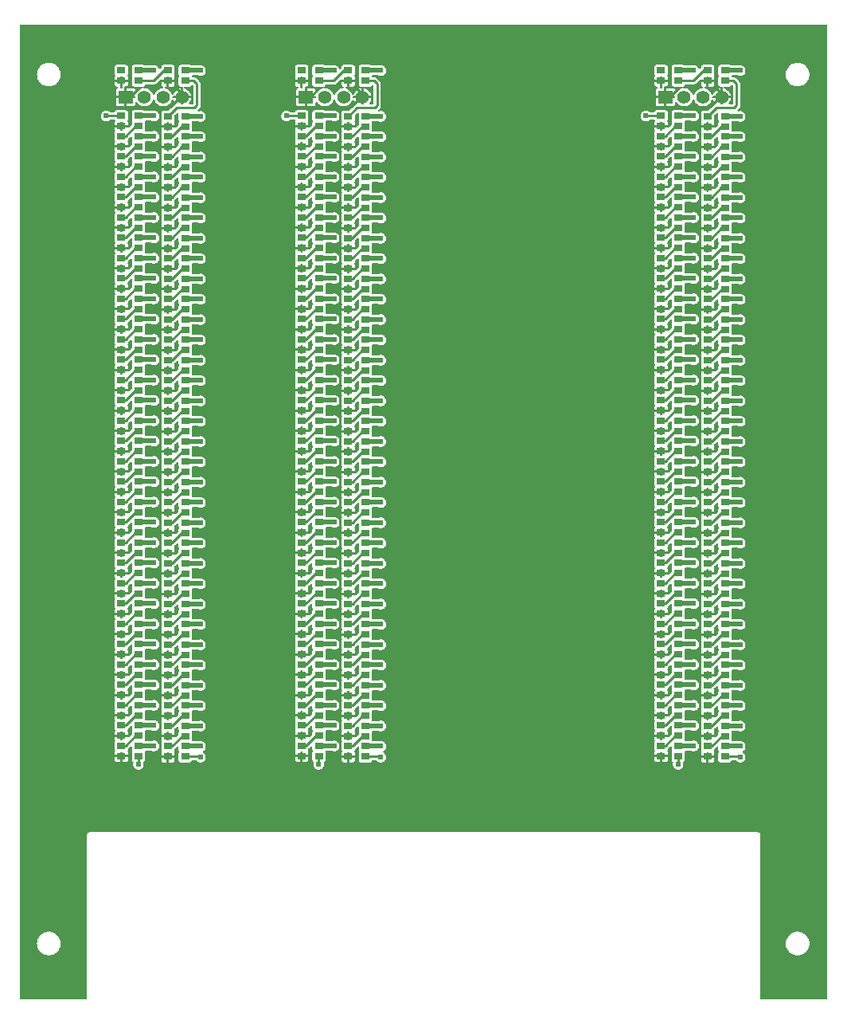
<source format=gtl>
G04 Layer: TopLayer*
G04 EasyEDA v6.5.29, 2023-07-18 10:57:26*
G04 0569b9fd0f0c4a709173e771a03f3b8e,5a6b42c53f6a479593ecc07194224c93,10*
G04 Gerber Generator version 0.2*
G04 Scale: 100 percent, Rotated: No, Reflected: No *
G04 Dimensions in millimeters *
G04 leading zeros omitted , absolute positions ,4 integer and 5 decimal *
%FSLAX45Y45*%
%MOMM*%

%AMMACRO1*21,1,$1,$2,0,0,$3*%
%ADD10C,0.2540*%
%ADD11C,0.5000*%
%ADD12R,0.9000X0.7000*%
%ADD13C,1.4000*%
%ADD14MACRO1,1.524X1.4X0.0000*%
%ADD15C,0.6096*%
%ADD16C,0.0120*%

%LPD*%
G36*
X290068Y1295908D02*
G01*
X286156Y1296670D01*
X282905Y1298905D01*
X280670Y1302156D01*
X279908Y1306068D01*
X279908Y11647932D01*
X280670Y11651843D01*
X282905Y11655094D01*
X286156Y11657330D01*
X290068Y11658092D01*
X8853932Y11658092D01*
X8857843Y11657330D01*
X8861094Y11655094D01*
X8863330Y11651843D01*
X8864092Y11647932D01*
X8864092Y1306068D01*
X8863330Y1302156D01*
X8861094Y1298905D01*
X8857843Y1296670D01*
X8853932Y1295908D01*
X8164068Y1295908D01*
X8160156Y1296670D01*
X8156905Y1298905D01*
X8154670Y1302156D01*
X8153908Y1306068D01*
X8153908Y3047390D01*
X8153095Y3053892D01*
X8151012Y3059430D01*
X8147456Y3064560D01*
X8144459Y3067608D01*
X8140852Y3070250D01*
X8135315Y3072739D01*
X8127847Y3073908D01*
X1016609Y3073908D01*
X1010107Y3073095D01*
X1004569Y3071012D01*
X999439Y3067456D01*
X996391Y3064459D01*
X993749Y3060852D01*
X991260Y3055315D01*
X990092Y3047847D01*
X990092Y1306068D01*
X989330Y1302156D01*
X987094Y1298905D01*
X983843Y1296670D01*
X979932Y1295908D01*
G37*

%LPC*%
G36*
X7025792Y11070234D02*
G01*
X7084009Y11070234D01*
X7084009Y11096447D01*
X7084771Y11100308D01*
X7086955Y11103610D01*
X7090257Y11105845D01*
X7094169Y11106607D01*
X7099249Y11106607D01*
X7103109Y11105845D01*
X7106412Y11103610D01*
X7108647Y11100308D01*
X7109409Y11096447D01*
X7109409Y11070234D01*
X7167625Y11070234D01*
X7167625Y11091926D01*
X7166914Y11098276D01*
X7164984Y11103711D01*
X7162850Y11107115D01*
X7161479Y11110620D01*
X7161479Y11114379D01*
X7162850Y11117935D01*
X7164984Y11121288D01*
X7166914Y11126774D01*
X7167625Y11133074D01*
X7167625Y11201958D01*
X7166914Y11208258D01*
X7164984Y11213744D01*
X7161885Y11218621D01*
X7157821Y11222736D01*
X7152894Y11225784D01*
X7147458Y11227714D01*
X7141108Y11228425D01*
X7052259Y11228425D01*
X7045959Y11227714D01*
X7040473Y11225784D01*
X7035596Y11222736D01*
X7031481Y11218621D01*
X7028434Y11213744D01*
X7026503Y11208258D01*
X7025792Y11201958D01*
X7025792Y11133074D01*
X7026503Y11126774D01*
X7028434Y11121288D01*
X7030516Y11117935D01*
X7031939Y11114379D01*
X7031939Y11110620D01*
X7030516Y11107115D01*
X7028434Y11103711D01*
X7026503Y11098276D01*
X7025792Y11091926D01*
G37*
G36*
X8547100Y1766417D02*
G01*
X8562238Y1767332D01*
X8577224Y1770075D01*
X8591702Y1774596D01*
X8605570Y1780844D01*
X8618575Y1788718D01*
X8630564Y1798066D01*
X8641283Y1808835D01*
X8650681Y1820773D01*
X8658555Y1833778D01*
X8664803Y1847646D01*
X8669324Y1862175D01*
X8672068Y1877110D01*
X8672982Y1892300D01*
X8672068Y1907489D01*
X8669324Y1922424D01*
X8664803Y1936953D01*
X8658555Y1950821D01*
X8650681Y1963826D01*
X8641283Y1975764D01*
X8630564Y1986534D01*
X8618575Y1995881D01*
X8605570Y2003755D01*
X8591702Y2010003D01*
X8577224Y2014524D01*
X8562238Y2017268D01*
X8547100Y2018182D01*
X8531910Y2017268D01*
X8516924Y2014524D01*
X8502446Y2010003D01*
X8488578Y2003755D01*
X8475573Y1995881D01*
X8463584Y1986534D01*
X8452866Y1975764D01*
X8443468Y1963826D01*
X8435594Y1950821D01*
X8429345Y1936953D01*
X8424824Y1922424D01*
X8422081Y1907489D01*
X8421166Y1892300D01*
X8422081Y1877110D01*
X8424824Y1862175D01*
X8429345Y1847646D01*
X8435594Y1833778D01*
X8443468Y1820773D01*
X8452866Y1808835D01*
X8463584Y1798066D01*
X8475573Y1788718D01*
X8488578Y1780844D01*
X8502446Y1774596D01*
X8516924Y1770075D01*
X8531910Y1767332D01*
G37*
G36*
X3454400Y3740962D02*
G01*
X3464204Y3741826D01*
X3473653Y3744366D01*
X3482594Y3748481D01*
X3490620Y3754120D01*
X3497579Y3761079D01*
X3503218Y3769106D01*
X3507333Y3778046D01*
X3509873Y3787495D01*
X3510737Y3797300D01*
X3509873Y3807104D01*
X3508501Y3812286D01*
X3508298Y3816553D01*
X3509822Y3820566D01*
X3512921Y3823512D01*
X3518103Y3826814D01*
X3522218Y3830878D01*
X3525265Y3835806D01*
X3527196Y3841242D01*
X3527907Y3847592D01*
X3527907Y3916426D01*
X3527196Y3922776D01*
X3525520Y3927500D01*
X3524961Y3931310D01*
X3525875Y3935069D01*
X3528110Y3938168D01*
X3531362Y3940251D01*
X3535121Y3941013D01*
X3593744Y3941013D01*
X3598062Y3940048D01*
X3600246Y3939032D01*
X3609695Y3936492D01*
X3619500Y3935628D01*
X3629304Y3936492D01*
X3638753Y3939032D01*
X3647694Y3943197D01*
X3655720Y3948836D01*
X3662679Y3955745D01*
X3668318Y3963822D01*
X3672433Y3972712D01*
X3674973Y3982212D01*
X3675837Y3991965D01*
X3674973Y4001770D01*
X3672433Y4011269D01*
X3668318Y4020159D01*
X3662679Y4028236D01*
X3655720Y4035145D01*
X3647694Y4040784D01*
X3638753Y4044950D01*
X3629304Y4047490D01*
X3619500Y4048353D01*
X3609695Y4047490D01*
X3600246Y4044950D01*
X3597706Y4043781D01*
X3593439Y4042816D01*
X3536492Y4042816D01*
X3532733Y4043527D01*
X3529482Y4045661D01*
X3527247Y4048760D01*
X3526332Y4052519D01*
X3527196Y4057142D01*
X3527907Y4063492D01*
X3527907Y4132326D01*
X3527196Y4138676D01*
X3525520Y4143400D01*
X3524961Y4147210D01*
X3525875Y4150969D01*
X3528110Y4154068D01*
X3531362Y4156151D01*
X3535121Y4156913D01*
X3593744Y4156913D01*
X3598062Y4155948D01*
X3600246Y4154932D01*
X3609695Y4152392D01*
X3619500Y4151528D01*
X3629304Y4152392D01*
X3638753Y4154932D01*
X3647694Y4159097D01*
X3655720Y4164736D01*
X3662679Y4171645D01*
X3668318Y4179722D01*
X3672433Y4188612D01*
X3674973Y4198112D01*
X3675837Y4207865D01*
X3674973Y4217670D01*
X3672433Y4227169D01*
X3668318Y4236059D01*
X3662679Y4244136D01*
X3655720Y4251045D01*
X3647694Y4256684D01*
X3638753Y4260850D01*
X3629304Y4263390D01*
X3619500Y4264253D01*
X3609695Y4263390D01*
X3600246Y4260850D01*
X3597706Y4259681D01*
X3593439Y4258716D01*
X3536492Y4258716D01*
X3532733Y4259427D01*
X3529482Y4261561D01*
X3527247Y4264660D01*
X3526332Y4268419D01*
X3527196Y4273042D01*
X3527907Y4279392D01*
X3527907Y4348226D01*
X3527196Y4354576D01*
X3525520Y4359300D01*
X3524961Y4363110D01*
X3525875Y4366869D01*
X3528110Y4369968D01*
X3531362Y4372051D01*
X3535121Y4372813D01*
X3593744Y4372813D01*
X3598062Y4371848D01*
X3600246Y4370832D01*
X3609695Y4368292D01*
X3619500Y4367428D01*
X3629304Y4368292D01*
X3638753Y4370832D01*
X3647694Y4374997D01*
X3655720Y4380636D01*
X3662679Y4387545D01*
X3668318Y4395622D01*
X3672433Y4404512D01*
X3674973Y4414012D01*
X3675837Y4423765D01*
X3674973Y4433570D01*
X3672433Y4443069D01*
X3668318Y4451959D01*
X3662679Y4460036D01*
X3655720Y4466945D01*
X3647694Y4472584D01*
X3638753Y4476750D01*
X3629304Y4479290D01*
X3619500Y4480153D01*
X3609695Y4479290D01*
X3600246Y4476750D01*
X3597706Y4475581D01*
X3593439Y4474616D01*
X3536492Y4474616D01*
X3532733Y4475327D01*
X3529482Y4477461D01*
X3527247Y4480560D01*
X3526332Y4484319D01*
X3527196Y4488942D01*
X3527907Y4495292D01*
X3527907Y4564126D01*
X3527196Y4570476D01*
X3525520Y4575200D01*
X3524961Y4579010D01*
X3525875Y4582769D01*
X3528110Y4585868D01*
X3531362Y4587951D01*
X3535121Y4588713D01*
X3593744Y4588713D01*
X3598062Y4587748D01*
X3600246Y4586732D01*
X3609695Y4584192D01*
X3619500Y4583328D01*
X3629304Y4584192D01*
X3638753Y4586732D01*
X3647694Y4590897D01*
X3655720Y4596536D01*
X3662679Y4603445D01*
X3668318Y4611522D01*
X3672433Y4620412D01*
X3674973Y4629912D01*
X3675837Y4639665D01*
X3674973Y4649470D01*
X3672433Y4658969D01*
X3668318Y4667859D01*
X3662679Y4675936D01*
X3655720Y4682845D01*
X3647694Y4688484D01*
X3638753Y4692650D01*
X3629304Y4695190D01*
X3619500Y4696053D01*
X3609695Y4695190D01*
X3600246Y4692650D01*
X3597706Y4691481D01*
X3593439Y4690516D01*
X3536492Y4690516D01*
X3532733Y4691227D01*
X3529482Y4693361D01*
X3527247Y4696460D01*
X3526332Y4700219D01*
X3527196Y4704842D01*
X3527907Y4711192D01*
X3527907Y4780026D01*
X3527196Y4786376D01*
X3525520Y4791100D01*
X3524961Y4794910D01*
X3525875Y4798669D01*
X3528110Y4801768D01*
X3531362Y4803851D01*
X3535121Y4804613D01*
X3593744Y4804613D01*
X3598062Y4803648D01*
X3600246Y4802632D01*
X3609695Y4800092D01*
X3619500Y4799228D01*
X3629304Y4800092D01*
X3638753Y4802632D01*
X3647694Y4806797D01*
X3655720Y4812436D01*
X3662679Y4819345D01*
X3668318Y4827422D01*
X3672433Y4836312D01*
X3674973Y4845812D01*
X3675837Y4855565D01*
X3674973Y4865370D01*
X3672433Y4874869D01*
X3668318Y4883759D01*
X3662679Y4891836D01*
X3655720Y4898745D01*
X3647694Y4904384D01*
X3638753Y4908550D01*
X3629304Y4911090D01*
X3619500Y4911953D01*
X3609695Y4911090D01*
X3600246Y4908550D01*
X3597706Y4907381D01*
X3593439Y4906416D01*
X3536492Y4906416D01*
X3532733Y4907127D01*
X3529482Y4909261D01*
X3527247Y4912360D01*
X3526332Y4916119D01*
X3527196Y4920742D01*
X3527907Y4927092D01*
X3527907Y4995926D01*
X3527196Y5002276D01*
X3525520Y5007000D01*
X3524961Y5010810D01*
X3525875Y5014569D01*
X3528110Y5017668D01*
X3531362Y5019751D01*
X3535121Y5020513D01*
X3593744Y5020513D01*
X3598062Y5019548D01*
X3600246Y5018532D01*
X3609695Y5015992D01*
X3619500Y5015128D01*
X3629304Y5015992D01*
X3638753Y5018532D01*
X3647694Y5022697D01*
X3655720Y5028336D01*
X3662679Y5035245D01*
X3668318Y5043322D01*
X3672433Y5052212D01*
X3674973Y5061712D01*
X3675837Y5071465D01*
X3674973Y5081270D01*
X3672433Y5090769D01*
X3668318Y5099659D01*
X3662679Y5107736D01*
X3655720Y5114645D01*
X3647694Y5120284D01*
X3638753Y5124450D01*
X3629304Y5126990D01*
X3619500Y5127853D01*
X3609695Y5126990D01*
X3600246Y5124450D01*
X3597706Y5123281D01*
X3593439Y5122316D01*
X3536492Y5122316D01*
X3532733Y5123027D01*
X3529482Y5125161D01*
X3527247Y5128260D01*
X3526332Y5132019D01*
X3527196Y5136642D01*
X3527907Y5142992D01*
X3527907Y5211826D01*
X3527196Y5218176D01*
X3525520Y5222900D01*
X3524961Y5226710D01*
X3525875Y5230418D01*
X3528110Y5233568D01*
X3531362Y5235651D01*
X3535121Y5236413D01*
X3593795Y5236413D01*
X3598062Y5235448D01*
X3600246Y5234432D01*
X3609695Y5231892D01*
X3619500Y5231028D01*
X3629304Y5231892D01*
X3638753Y5234432D01*
X3647694Y5238597D01*
X3655720Y5244236D01*
X3662679Y5251145D01*
X3668318Y5259222D01*
X3672433Y5268112D01*
X3674973Y5277612D01*
X3675837Y5287365D01*
X3674973Y5297170D01*
X3672433Y5306669D01*
X3668318Y5315559D01*
X3662679Y5323636D01*
X3655720Y5330545D01*
X3647694Y5336184D01*
X3638753Y5340350D01*
X3629304Y5342890D01*
X3619500Y5343753D01*
X3609695Y5342890D01*
X3600246Y5340350D01*
X3597706Y5339181D01*
X3593388Y5338216D01*
X3536492Y5338216D01*
X3532733Y5338927D01*
X3529482Y5341010D01*
X3527247Y5344160D01*
X3526332Y5347919D01*
X3527196Y5352542D01*
X3527907Y5358892D01*
X3527907Y5427726D01*
X3527196Y5434076D01*
X3525520Y5438800D01*
X3524961Y5442610D01*
X3525875Y5446318D01*
X3528110Y5449468D01*
X3531362Y5451551D01*
X3535121Y5452313D01*
X3593795Y5452313D01*
X3598062Y5451348D01*
X3600246Y5450332D01*
X3609695Y5447792D01*
X3619500Y5446928D01*
X3629304Y5447792D01*
X3638753Y5450332D01*
X3647694Y5454497D01*
X3655720Y5460136D01*
X3662679Y5467045D01*
X3668318Y5475122D01*
X3672433Y5484012D01*
X3674973Y5493512D01*
X3675837Y5503265D01*
X3674973Y5513070D01*
X3672433Y5522569D01*
X3668318Y5531459D01*
X3662679Y5539536D01*
X3655720Y5546445D01*
X3647694Y5552084D01*
X3638753Y5556250D01*
X3629304Y5558790D01*
X3619500Y5559653D01*
X3609695Y5558790D01*
X3600246Y5556250D01*
X3597706Y5555081D01*
X3593388Y5554116D01*
X3536492Y5554116D01*
X3532733Y5554827D01*
X3529482Y5556910D01*
X3527247Y5560060D01*
X3526332Y5563819D01*
X3527196Y5568442D01*
X3527907Y5574792D01*
X3527907Y5643626D01*
X3527196Y5649976D01*
X3525520Y5654700D01*
X3524961Y5658510D01*
X3525875Y5662218D01*
X3528110Y5665368D01*
X3531362Y5667451D01*
X3535121Y5668213D01*
X3593795Y5668213D01*
X3598062Y5667248D01*
X3600246Y5666232D01*
X3609695Y5663692D01*
X3619500Y5662828D01*
X3629304Y5663692D01*
X3638753Y5666232D01*
X3647694Y5670397D01*
X3655720Y5676036D01*
X3662679Y5682945D01*
X3668318Y5691022D01*
X3672433Y5699912D01*
X3674973Y5709412D01*
X3675837Y5719165D01*
X3674973Y5728970D01*
X3672433Y5738469D01*
X3668318Y5747359D01*
X3662679Y5755436D01*
X3655720Y5762345D01*
X3647694Y5767984D01*
X3638753Y5772150D01*
X3629304Y5774690D01*
X3619500Y5775553D01*
X3609695Y5774690D01*
X3600246Y5772150D01*
X3597706Y5770981D01*
X3593388Y5770016D01*
X3536492Y5770016D01*
X3532733Y5770727D01*
X3529482Y5772810D01*
X3527247Y5775960D01*
X3526332Y5779719D01*
X3527196Y5784342D01*
X3527907Y5790692D01*
X3527907Y5859526D01*
X3527196Y5865876D01*
X3525520Y5870600D01*
X3524961Y5874410D01*
X3525875Y5878118D01*
X3528110Y5881268D01*
X3531362Y5883351D01*
X3535121Y5884113D01*
X3593795Y5884113D01*
X3598062Y5883148D01*
X3600246Y5882132D01*
X3609695Y5879592D01*
X3619500Y5878728D01*
X3629304Y5879592D01*
X3638753Y5882132D01*
X3647694Y5886297D01*
X3655720Y5891936D01*
X3662679Y5898845D01*
X3668318Y5906922D01*
X3672433Y5915812D01*
X3674973Y5925312D01*
X3675837Y5935065D01*
X3674973Y5944870D01*
X3672433Y5954369D01*
X3668318Y5963259D01*
X3662679Y5971336D01*
X3655720Y5978245D01*
X3647694Y5983884D01*
X3638753Y5988050D01*
X3629304Y5990590D01*
X3619500Y5991453D01*
X3609695Y5990590D01*
X3600246Y5988050D01*
X3597706Y5986881D01*
X3593388Y5985916D01*
X3536492Y5985916D01*
X3532733Y5986627D01*
X3529482Y5988710D01*
X3527247Y5991860D01*
X3526332Y5995619D01*
X3527196Y6000242D01*
X3527907Y6006592D01*
X3527907Y6075426D01*
X3527196Y6081776D01*
X3525520Y6086500D01*
X3524961Y6090310D01*
X3525875Y6094018D01*
X3528110Y6097168D01*
X3531362Y6099251D01*
X3535121Y6100013D01*
X3593795Y6100013D01*
X3598062Y6099048D01*
X3600246Y6098032D01*
X3609695Y6095492D01*
X3619500Y6094628D01*
X3629304Y6095492D01*
X3638753Y6098032D01*
X3647694Y6102197D01*
X3655720Y6107836D01*
X3662679Y6114745D01*
X3668318Y6122822D01*
X3672433Y6131712D01*
X3674973Y6141212D01*
X3675837Y6150965D01*
X3674973Y6160770D01*
X3672433Y6170269D01*
X3668318Y6179159D01*
X3662679Y6187236D01*
X3655720Y6194145D01*
X3647694Y6199784D01*
X3638753Y6203950D01*
X3629304Y6206490D01*
X3619500Y6207353D01*
X3609695Y6206490D01*
X3600246Y6203950D01*
X3597706Y6202781D01*
X3593388Y6201816D01*
X3536492Y6201816D01*
X3532733Y6202527D01*
X3529482Y6204610D01*
X3527247Y6207760D01*
X3526332Y6211519D01*
X3527196Y6216142D01*
X3527907Y6222492D01*
X3527907Y6291326D01*
X3527196Y6297676D01*
X3525520Y6302400D01*
X3524961Y6306210D01*
X3525875Y6309918D01*
X3528110Y6313068D01*
X3531362Y6315151D01*
X3535121Y6315913D01*
X3593795Y6315913D01*
X3598062Y6314948D01*
X3600246Y6313932D01*
X3609695Y6311392D01*
X3619500Y6310528D01*
X3629304Y6311392D01*
X3638753Y6313932D01*
X3647694Y6318097D01*
X3655720Y6323736D01*
X3662679Y6330645D01*
X3668318Y6338722D01*
X3672433Y6347612D01*
X3674973Y6357112D01*
X3675837Y6366865D01*
X3674973Y6376670D01*
X3672433Y6386169D01*
X3668318Y6395059D01*
X3662679Y6403136D01*
X3655720Y6410045D01*
X3647694Y6415684D01*
X3638753Y6419850D01*
X3629304Y6422390D01*
X3619500Y6423253D01*
X3609695Y6422390D01*
X3600246Y6419850D01*
X3597706Y6418681D01*
X3593388Y6417716D01*
X3536492Y6417716D01*
X3532733Y6418427D01*
X3529482Y6420510D01*
X3527247Y6423660D01*
X3526332Y6427419D01*
X3527196Y6432042D01*
X3527907Y6438392D01*
X3527907Y6507226D01*
X3527196Y6513576D01*
X3525520Y6518300D01*
X3524961Y6522110D01*
X3525875Y6525818D01*
X3528110Y6528968D01*
X3531362Y6531051D01*
X3535121Y6531813D01*
X3593795Y6531813D01*
X3598062Y6530848D01*
X3600246Y6529831D01*
X3609695Y6527292D01*
X3619500Y6526428D01*
X3629304Y6527292D01*
X3638753Y6529831D01*
X3647694Y6533997D01*
X3655720Y6539636D01*
X3662679Y6546545D01*
X3668318Y6554622D01*
X3672433Y6563512D01*
X3674973Y6573012D01*
X3675837Y6582765D01*
X3674973Y6592570D01*
X3672433Y6602069D01*
X3668318Y6610959D01*
X3662679Y6619036D01*
X3655720Y6625945D01*
X3647694Y6631584D01*
X3638753Y6635750D01*
X3629304Y6638290D01*
X3619500Y6639153D01*
X3609695Y6638290D01*
X3600246Y6635750D01*
X3597706Y6634581D01*
X3593388Y6633616D01*
X3536492Y6633616D01*
X3532733Y6634327D01*
X3529482Y6636410D01*
X3527247Y6639559D01*
X3526332Y6643319D01*
X3527196Y6647942D01*
X3527907Y6654292D01*
X3527907Y6723125D01*
X3527196Y6729475D01*
X3525520Y6734251D01*
X3524961Y6738061D01*
X3525875Y6741820D01*
X3528060Y6744970D01*
X3531311Y6747052D01*
X3535121Y6747764D01*
X3593592Y6747764D01*
X3597910Y6746798D01*
X3600246Y6745731D01*
X3609695Y6743192D01*
X3619500Y6742328D01*
X3629304Y6743192D01*
X3638753Y6745731D01*
X3647694Y6749897D01*
X3655720Y6755536D01*
X3662679Y6762445D01*
X3668318Y6770522D01*
X3672433Y6779412D01*
X3674973Y6788912D01*
X3675837Y6798665D01*
X3674973Y6808470D01*
X3672433Y6817969D01*
X3668318Y6826859D01*
X3662679Y6834936D01*
X3655720Y6841845D01*
X3647694Y6847484D01*
X3638753Y6851650D01*
X3629304Y6854190D01*
X3619500Y6855053D01*
X3609695Y6854190D01*
X3600246Y6851650D01*
X3597859Y6850532D01*
X3593592Y6849567D01*
X3536543Y6849567D01*
X3532733Y6850329D01*
X3529482Y6852412D01*
X3527247Y6855561D01*
X3526383Y6859270D01*
X3527196Y6863842D01*
X3527907Y6870192D01*
X3527907Y6939025D01*
X3527196Y6945375D01*
X3525520Y6950151D01*
X3524961Y6953961D01*
X3525875Y6957720D01*
X3528110Y6960870D01*
X3531311Y6962952D01*
X3535121Y6963664D01*
X3593592Y6963664D01*
X3597910Y6962749D01*
X3600246Y6961631D01*
X3609695Y6959092D01*
X3619500Y6958228D01*
X3629304Y6959092D01*
X3638753Y6961631D01*
X3647694Y6965797D01*
X3655720Y6971436D01*
X3662679Y6978345D01*
X3668318Y6986422D01*
X3672433Y6995312D01*
X3674973Y7004812D01*
X3675837Y7014565D01*
X3674973Y7024370D01*
X3672433Y7033869D01*
X3668318Y7042759D01*
X3662679Y7050836D01*
X3655720Y7057745D01*
X3647694Y7063384D01*
X3638753Y7067550D01*
X3629304Y7070090D01*
X3619500Y7070953D01*
X3609695Y7070090D01*
X3600246Y7067550D01*
X3597859Y7066432D01*
X3593592Y7065518D01*
X3536543Y7065518D01*
X3532733Y7066229D01*
X3529482Y7068312D01*
X3527298Y7071461D01*
X3526383Y7075220D01*
X3527196Y7079742D01*
X3527907Y7086092D01*
X3527907Y7154925D01*
X3527196Y7161275D01*
X3525520Y7166000D01*
X3524961Y7169810D01*
X3525875Y7173569D01*
X3528110Y7176668D01*
X3531362Y7178751D01*
X3535121Y7179513D01*
X3593744Y7179513D01*
X3598062Y7178548D01*
X3600246Y7177531D01*
X3609695Y7174992D01*
X3619500Y7174128D01*
X3629304Y7174992D01*
X3638753Y7177531D01*
X3647694Y7181697D01*
X3655720Y7187336D01*
X3662679Y7194245D01*
X3668318Y7202322D01*
X3672433Y7211212D01*
X3674973Y7220712D01*
X3675837Y7230465D01*
X3674973Y7240270D01*
X3672433Y7249769D01*
X3668318Y7258659D01*
X3662679Y7266736D01*
X3655720Y7273645D01*
X3647694Y7279284D01*
X3638753Y7283450D01*
X3629304Y7285990D01*
X3619500Y7286853D01*
X3609695Y7285990D01*
X3600246Y7283450D01*
X3597706Y7282281D01*
X3593439Y7281316D01*
X3536492Y7281316D01*
X3532733Y7282027D01*
X3529482Y7284161D01*
X3527247Y7287259D01*
X3526332Y7291019D01*
X3527196Y7295642D01*
X3527907Y7301992D01*
X3527907Y7370825D01*
X3527196Y7377175D01*
X3525520Y7381900D01*
X3524961Y7385710D01*
X3525875Y7389469D01*
X3528110Y7392568D01*
X3531362Y7394651D01*
X3535121Y7395413D01*
X3593744Y7395413D01*
X3598062Y7394448D01*
X3600246Y7393431D01*
X3609695Y7390892D01*
X3619500Y7390028D01*
X3629304Y7390892D01*
X3638753Y7393431D01*
X3647694Y7397597D01*
X3655720Y7403236D01*
X3662679Y7410145D01*
X3668318Y7418222D01*
X3672433Y7427112D01*
X3674973Y7436612D01*
X3675837Y7446365D01*
X3674973Y7456170D01*
X3672433Y7465669D01*
X3668318Y7474559D01*
X3662679Y7482636D01*
X3655720Y7489545D01*
X3647694Y7495184D01*
X3638753Y7499350D01*
X3629304Y7501890D01*
X3619500Y7502753D01*
X3609695Y7501890D01*
X3600246Y7499350D01*
X3597706Y7498181D01*
X3593439Y7497216D01*
X3536492Y7497216D01*
X3532733Y7497927D01*
X3529482Y7500061D01*
X3527247Y7503159D01*
X3526332Y7506919D01*
X3527196Y7511542D01*
X3527907Y7517892D01*
X3527907Y7586725D01*
X3527196Y7593075D01*
X3525520Y7597800D01*
X3524961Y7601610D01*
X3525875Y7605369D01*
X3528110Y7608468D01*
X3531362Y7610551D01*
X3535121Y7611313D01*
X3593744Y7611313D01*
X3598062Y7610348D01*
X3600246Y7609331D01*
X3609695Y7606792D01*
X3619500Y7605928D01*
X3629304Y7606792D01*
X3638753Y7609331D01*
X3647694Y7613497D01*
X3655720Y7619136D01*
X3662679Y7626045D01*
X3668318Y7634122D01*
X3672433Y7643012D01*
X3674973Y7652512D01*
X3675837Y7662265D01*
X3674973Y7672070D01*
X3672433Y7681569D01*
X3668318Y7690459D01*
X3662679Y7698536D01*
X3655720Y7705445D01*
X3647694Y7711084D01*
X3638753Y7715250D01*
X3629304Y7717790D01*
X3619500Y7718653D01*
X3609695Y7717790D01*
X3600246Y7715250D01*
X3597706Y7714081D01*
X3593439Y7713116D01*
X3536492Y7713116D01*
X3532733Y7713827D01*
X3529482Y7715961D01*
X3527247Y7719059D01*
X3526332Y7722819D01*
X3527196Y7727442D01*
X3527907Y7733792D01*
X3527907Y7802625D01*
X3527196Y7808975D01*
X3525520Y7813700D01*
X3524961Y7817510D01*
X3525875Y7821269D01*
X3528110Y7824368D01*
X3531362Y7826451D01*
X3535121Y7827213D01*
X3593744Y7827213D01*
X3598062Y7826248D01*
X3600246Y7825231D01*
X3609695Y7822692D01*
X3619500Y7821828D01*
X3629304Y7822692D01*
X3638753Y7825231D01*
X3647694Y7829397D01*
X3655720Y7835036D01*
X3662679Y7841945D01*
X3668318Y7850022D01*
X3672433Y7858912D01*
X3674973Y7868412D01*
X3675837Y7878165D01*
X3674973Y7887970D01*
X3672433Y7897469D01*
X3668318Y7906359D01*
X3662679Y7914436D01*
X3655720Y7921345D01*
X3647694Y7926984D01*
X3638753Y7931150D01*
X3629304Y7933690D01*
X3619500Y7934553D01*
X3609695Y7933690D01*
X3600246Y7931150D01*
X3597706Y7929981D01*
X3593439Y7929016D01*
X3536492Y7929016D01*
X3532733Y7929727D01*
X3529482Y7931861D01*
X3527247Y7934959D01*
X3526332Y7938719D01*
X3527196Y7943342D01*
X3527907Y7949692D01*
X3527907Y8018525D01*
X3527196Y8024875D01*
X3525520Y8029600D01*
X3524961Y8033410D01*
X3525875Y8037169D01*
X3528110Y8040268D01*
X3531362Y8042351D01*
X3535121Y8043113D01*
X3593744Y8043113D01*
X3598062Y8042148D01*
X3600246Y8041131D01*
X3609695Y8038592D01*
X3619500Y8037728D01*
X3629304Y8038592D01*
X3638753Y8041131D01*
X3647694Y8045297D01*
X3655720Y8050936D01*
X3662679Y8057845D01*
X3668318Y8065922D01*
X3672433Y8074812D01*
X3674973Y8084312D01*
X3675837Y8094065D01*
X3674973Y8103870D01*
X3672433Y8113369D01*
X3668318Y8122259D01*
X3662679Y8130336D01*
X3655720Y8137245D01*
X3647694Y8142884D01*
X3638753Y8147050D01*
X3629304Y8149590D01*
X3619500Y8150453D01*
X3609695Y8149590D01*
X3600246Y8147050D01*
X3597706Y8145881D01*
X3593439Y8144916D01*
X3536492Y8144916D01*
X3532733Y8145627D01*
X3529482Y8147761D01*
X3527247Y8150859D01*
X3526332Y8154619D01*
X3527196Y8159242D01*
X3527907Y8165592D01*
X3527907Y8234425D01*
X3527196Y8240775D01*
X3525520Y8245500D01*
X3524961Y8249310D01*
X3525875Y8253069D01*
X3528110Y8256168D01*
X3531362Y8258251D01*
X3535121Y8259013D01*
X3593744Y8259013D01*
X3598062Y8258048D01*
X3600246Y8257031D01*
X3609695Y8254492D01*
X3619500Y8253628D01*
X3629304Y8254492D01*
X3638753Y8257031D01*
X3647694Y8261197D01*
X3655720Y8266836D01*
X3662679Y8273745D01*
X3668318Y8281822D01*
X3672433Y8290712D01*
X3674973Y8300212D01*
X3675837Y8309965D01*
X3674973Y8319770D01*
X3672433Y8329269D01*
X3668318Y8338159D01*
X3662679Y8346236D01*
X3655720Y8353145D01*
X3647694Y8358784D01*
X3638753Y8362950D01*
X3629304Y8365490D01*
X3619500Y8366353D01*
X3609695Y8365490D01*
X3600246Y8362950D01*
X3597706Y8361781D01*
X3593439Y8360816D01*
X3536492Y8360816D01*
X3532733Y8361527D01*
X3529482Y8363661D01*
X3527247Y8366759D01*
X3526332Y8370519D01*
X3527196Y8375142D01*
X3527907Y8381492D01*
X3527907Y8450326D01*
X3527196Y8456676D01*
X3525520Y8461400D01*
X3524961Y8465210D01*
X3525875Y8468918D01*
X3528110Y8472068D01*
X3531362Y8474151D01*
X3535121Y8474913D01*
X3593795Y8474913D01*
X3598062Y8473948D01*
X3600246Y8472932D01*
X3609695Y8470392D01*
X3619500Y8469528D01*
X3629304Y8470392D01*
X3638753Y8472932D01*
X3647694Y8477097D01*
X3655720Y8482736D01*
X3662679Y8489645D01*
X3668318Y8497722D01*
X3672433Y8506612D01*
X3674973Y8516112D01*
X3675837Y8525865D01*
X3674973Y8535670D01*
X3672433Y8545169D01*
X3668318Y8554059D01*
X3662679Y8562136D01*
X3655720Y8569045D01*
X3647694Y8574684D01*
X3638753Y8578850D01*
X3629304Y8581390D01*
X3619500Y8582253D01*
X3609695Y8581390D01*
X3600246Y8578850D01*
X3597706Y8577681D01*
X3593388Y8576716D01*
X3536492Y8576716D01*
X3532733Y8577427D01*
X3529482Y8579510D01*
X3527247Y8582660D01*
X3526332Y8586419D01*
X3527196Y8591042D01*
X3527907Y8597392D01*
X3527907Y8666226D01*
X3527196Y8672576D01*
X3525520Y8677300D01*
X3524961Y8681110D01*
X3525875Y8684818D01*
X3528110Y8687968D01*
X3531362Y8690051D01*
X3535121Y8690813D01*
X3593795Y8690813D01*
X3598062Y8689848D01*
X3600246Y8688832D01*
X3609695Y8686292D01*
X3619500Y8685428D01*
X3629304Y8686292D01*
X3638753Y8688832D01*
X3647694Y8692997D01*
X3655720Y8698636D01*
X3662679Y8705545D01*
X3668318Y8713622D01*
X3672433Y8722512D01*
X3674973Y8732012D01*
X3675837Y8741765D01*
X3674973Y8751570D01*
X3672433Y8761069D01*
X3668318Y8769959D01*
X3662679Y8778036D01*
X3655720Y8784945D01*
X3647694Y8790584D01*
X3638753Y8794750D01*
X3629304Y8797290D01*
X3619500Y8798153D01*
X3609695Y8797290D01*
X3600246Y8794750D01*
X3597706Y8793581D01*
X3593388Y8792616D01*
X3536492Y8792616D01*
X3532733Y8793327D01*
X3529482Y8795410D01*
X3527247Y8798560D01*
X3526332Y8802319D01*
X3527196Y8806942D01*
X3527907Y8813292D01*
X3527907Y8882126D01*
X3527196Y8888476D01*
X3525520Y8893200D01*
X3524961Y8897010D01*
X3525875Y8900718D01*
X3528110Y8903868D01*
X3531362Y8905951D01*
X3535121Y8906713D01*
X3593795Y8906713D01*
X3598062Y8905748D01*
X3600246Y8904732D01*
X3609695Y8902192D01*
X3619500Y8901328D01*
X3629304Y8902192D01*
X3638753Y8904732D01*
X3647694Y8908897D01*
X3655720Y8914536D01*
X3662679Y8921445D01*
X3668318Y8929522D01*
X3672433Y8938412D01*
X3674973Y8947912D01*
X3675837Y8957665D01*
X3674973Y8967470D01*
X3672433Y8976969D01*
X3668318Y8985859D01*
X3662679Y8993936D01*
X3655720Y9000845D01*
X3647694Y9006484D01*
X3638753Y9010650D01*
X3629304Y9013190D01*
X3619500Y9014053D01*
X3609695Y9013190D01*
X3600246Y9010650D01*
X3597706Y9009481D01*
X3593388Y9008516D01*
X3536492Y9008516D01*
X3532733Y9009227D01*
X3529482Y9011310D01*
X3527247Y9014460D01*
X3526332Y9018219D01*
X3527196Y9022842D01*
X3527907Y9029192D01*
X3527907Y9098026D01*
X3527196Y9104376D01*
X3525520Y9109100D01*
X3524961Y9112910D01*
X3525875Y9116618D01*
X3528110Y9119768D01*
X3531362Y9121851D01*
X3535121Y9122613D01*
X3593795Y9122613D01*
X3598062Y9121648D01*
X3600246Y9120632D01*
X3609695Y9118092D01*
X3619500Y9117228D01*
X3629304Y9118092D01*
X3638753Y9120632D01*
X3647694Y9124797D01*
X3655720Y9130436D01*
X3662679Y9137345D01*
X3668318Y9145422D01*
X3672433Y9154312D01*
X3674973Y9163812D01*
X3675837Y9173565D01*
X3674973Y9183370D01*
X3672433Y9192869D01*
X3668318Y9201759D01*
X3662679Y9209836D01*
X3655720Y9216745D01*
X3647694Y9222384D01*
X3638753Y9226550D01*
X3629304Y9229090D01*
X3619500Y9229953D01*
X3609695Y9229090D01*
X3600246Y9226550D01*
X3597706Y9225381D01*
X3593388Y9224416D01*
X3536492Y9224416D01*
X3532733Y9225127D01*
X3529482Y9227210D01*
X3527247Y9230360D01*
X3526332Y9234119D01*
X3527196Y9238742D01*
X3527907Y9245092D01*
X3527907Y9313926D01*
X3527196Y9320276D01*
X3525520Y9325000D01*
X3524961Y9328810D01*
X3525875Y9332518D01*
X3528110Y9335668D01*
X3531362Y9337751D01*
X3535121Y9338513D01*
X3593795Y9338513D01*
X3598062Y9337548D01*
X3600246Y9336532D01*
X3609695Y9333992D01*
X3619500Y9333128D01*
X3629304Y9333992D01*
X3638753Y9336532D01*
X3647694Y9340697D01*
X3655720Y9346336D01*
X3662679Y9353245D01*
X3668318Y9361322D01*
X3672433Y9370212D01*
X3674973Y9379712D01*
X3675837Y9389465D01*
X3674973Y9399270D01*
X3672433Y9408769D01*
X3668318Y9417659D01*
X3662679Y9425736D01*
X3655720Y9432645D01*
X3647694Y9438284D01*
X3638753Y9442450D01*
X3629304Y9444990D01*
X3619500Y9445853D01*
X3609695Y9444990D01*
X3600246Y9442450D01*
X3597706Y9441281D01*
X3593388Y9440316D01*
X3536492Y9440316D01*
X3532733Y9441027D01*
X3529482Y9443110D01*
X3527247Y9446260D01*
X3526332Y9450019D01*
X3527196Y9454642D01*
X3527907Y9460992D01*
X3527907Y9529826D01*
X3527196Y9536176D01*
X3525520Y9540900D01*
X3524961Y9544710D01*
X3525875Y9548418D01*
X3528110Y9551568D01*
X3531362Y9553651D01*
X3535121Y9554413D01*
X3593795Y9554413D01*
X3598062Y9553448D01*
X3600246Y9552432D01*
X3609695Y9549892D01*
X3619500Y9549028D01*
X3629304Y9549892D01*
X3638753Y9552432D01*
X3647694Y9556597D01*
X3655720Y9562236D01*
X3662679Y9569145D01*
X3668318Y9577222D01*
X3672433Y9586112D01*
X3674973Y9595612D01*
X3675837Y9605365D01*
X3674973Y9615170D01*
X3672433Y9624669D01*
X3668318Y9633559D01*
X3662679Y9641636D01*
X3655720Y9648545D01*
X3647694Y9654184D01*
X3638753Y9658350D01*
X3629304Y9660890D01*
X3619500Y9661753D01*
X3609695Y9660890D01*
X3600246Y9658350D01*
X3597706Y9657181D01*
X3593388Y9656216D01*
X3536492Y9656216D01*
X3532733Y9656927D01*
X3529482Y9659010D01*
X3527247Y9662160D01*
X3526332Y9665919D01*
X3527196Y9670542D01*
X3527907Y9676892D01*
X3527907Y9745726D01*
X3527196Y9752076D01*
X3525520Y9756800D01*
X3524961Y9760610D01*
X3525875Y9764318D01*
X3528110Y9767468D01*
X3531362Y9769551D01*
X3535121Y9770313D01*
X3593795Y9770313D01*
X3598062Y9769348D01*
X3600246Y9768332D01*
X3609695Y9765792D01*
X3619500Y9764928D01*
X3629304Y9765792D01*
X3638753Y9768332D01*
X3647694Y9772497D01*
X3655720Y9778136D01*
X3662679Y9785045D01*
X3668318Y9793122D01*
X3672433Y9802012D01*
X3674973Y9811512D01*
X3675837Y9821265D01*
X3674973Y9831070D01*
X3672433Y9840569D01*
X3668318Y9849459D01*
X3662679Y9857536D01*
X3655720Y9864445D01*
X3647694Y9870084D01*
X3638753Y9874250D01*
X3629304Y9876790D01*
X3619500Y9877653D01*
X3609695Y9876790D01*
X3600246Y9874250D01*
X3597706Y9873081D01*
X3593388Y9872116D01*
X3536492Y9872116D01*
X3532733Y9872827D01*
X3529482Y9874910D01*
X3527247Y9878060D01*
X3526332Y9881819D01*
X3527196Y9886442D01*
X3527907Y9892792D01*
X3527907Y9961626D01*
X3527196Y9967976D01*
X3525520Y9972751D01*
X3524961Y9976561D01*
X3525875Y9980320D01*
X3528060Y9983470D01*
X3531311Y9985552D01*
X3535121Y9986264D01*
X3593592Y9986264D01*
X3597910Y9985298D01*
X3600246Y9984232D01*
X3609695Y9981692D01*
X3619500Y9980828D01*
X3629304Y9981692D01*
X3638753Y9984232D01*
X3647694Y9988397D01*
X3655720Y9994036D01*
X3662679Y10000945D01*
X3668318Y10009022D01*
X3672433Y10017912D01*
X3674973Y10027412D01*
X3675837Y10037165D01*
X3674973Y10046970D01*
X3672433Y10056469D01*
X3668318Y10065359D01*
X3662679Y10073436D01*
X3655720Y10080345D01*
X3647694Y10085984D01*
X3638753Y10090150D01*
X3629304Y10092690D01*
X3619500Y10093553D01*
X3609695Y10092690D01*
X3600246Y10090150D01*
X3597859Y10089032D01*
X3593592Y10088067D01*
X3536543Y10088067D01*
X3532733Y10088829D01*
X3529482Y10090912D01*
X3527247Y10094061D01*
X3526383Y10097770D01*
X3527196Y10102342D01*
X3527907Y10108692D01*
X3527907Y10177526D01*
X3527196Y10183876D01*
X3525520Y10188651D01*
X3524961Y10192461D01*
X3525875Y10196220D01*
X3528110Y10199370D01*
X3531311Y10201452D01*
X3535121Y10202164D01*
X3593592Y10202164D01*
X3597910Y10201249D01*
X3600246Y10200132D01*
X3609695Y10197592D01*
X3619500Y10196728D01*
X3629304Y10197592D01*
X3638753Y10200132D01*
X3647694Y10204297D01*
X3655720Y10209936D01*
X3662679Y10216845D01*
X3668318Y10224922D01*
X3672433Y10233812D01*
X3674973Y10243312D01*
X3675837Y10253065D01*
X3674973Y10262870D01*
X3672433Y10272369D01*
X3668318Y10281259D01*
X3662679Y10289336D01*
X3655720Y10296245D01*
X3647694Y10301884D01*
X3638753Y10306050D01*
X3629304Y10308590D01*
X3619500Y10309453D01*
X3609695Y10308590D01*
X3600246Y10306050D01*
X3597859Y10304932D01*
X3593592Y10304018D01*
X3536543Y10304018D01*
X3532733Y10304729D01*
X3529482Y10306812D01*
X3527298Y10309961D01*
X3526383Y10313720D01*
X3527196Y10318242D01*
X3527907Y10324592D01*
X3527907Y10393426D01*
X3527196Y10399776D01*
X3525520Y10404551D01*
X3524961Y10408361D01*
X3525875Y10412120D01*
X3528110Y10415270D01*
X3531311Y10417352D01*
X3535121Y10418064D01*
X3593592Y10418064D01*
X3597910Y10417149D01*
X3600246Y10416032D01*
X3609695Y10413492D01*
X3619500Y10412628D01*
X3629304Y10413492D01*
X3638753Y10416032D01*
X3647694Y10420197D01*
X3655720Y10425836D01*
X3662679Y10432745D01*
X3668318Y10440822D01*
X3672433Y10449712D01*
X3674973Y10459212D01*
X3675837Y10468965D01*
X3674973Y10478770D01*
X3672433Y10488269D01*
X3668318Y10497159D01*
X3662679Y10505236D01*
X3655720Y10512145D01*
X3647694Y10517784D01*
X3638753Y10521950D01*
X3629304Y10524490D01*
X3619500Y10525353D01*
X3609695Y10524490D01*
X3600246Y10521950D01*
X3597859Y10520832D01*
X3593592Y10519918D01*
X3536543Y10519918D01*
X3532733Y10520629D01*
X3529482Y10522712D01*
X3527298Y10525861D01*
X3526383Y10529620D01*
X3527196Y10534142D01*
X3527907Y10540492D01*
X3527907Y10609326D01*
X3527196Y10615676D01*
X3525520Y10620451D01*
X3524961Y10624261D01*
X3525875Y10628020D01*
X3528110Y10631170D01*
X3531311Y10633252D01*
X3535121Y10633964D01*
X3593592Y10633964D01*
X3597910Y10633049D01*
X3600246Y10631932D01*
X3609695Y10629392D01*
X3619500Y10628528D01*
X3629304Y10629392D01*
X3638753Y10631932D01*
X3647694Y10636097D01*
X3655720Y10641736D01*
X3662679Y10648645D01*
X3668318Y10656722D01*
X3672433Y10665612D01*
X3674973Y10675112D01*
X3675837Y10684865D01*
X3674973Y10694670D01*
X3672433Y10704169D01*
X3668318Y10713059D01*
X3662679Y10721136D01*
X3655720Y10728045D01*
X3647694Y10733684D01*
X3638753Y10737850D01*
X3629304Y10740390D01*
X3619500Y10741253D01*
X3609695Y10740390D01*
X3600246Y10737850D01*
X3597859Y10736732D01*
X3593592Y10735818D01*
X3526637Y10735818D01*
X3522776Y10736580D01*
X3519474Y10738764D01*
X3518103Y10740136D01*
X3513226Y10743184D01*
X3507740Y10745114D01*
X3501440Y10745825D01*
X3412591Y10745825D01*
X3406241Y10745114D01*
X3400806Y10743184D01*
X3395878Y10740136D01*
X3391814Y10736021D01*
X3388715Y10731144D01*
X3386785Y10725658D01*
X3386074Y10719358D01*
X3386074Y10650474D01*
X3386785Y10644174D01*
X3388715Y10638688D01*
X3390849Y10635335D01*
X3392220Y10631779D01*
X3392220Y10628020D01*
X3390849Y10624515D01*
X3388715Y10621111D01*
X3386785Y10615676D01*
X3386074Y10609326D01*
X3386074Y10595000D01*
X3385312Y10591088D01*
X3383127Y10587837D01*
X3360470Y10565180D01*
X3357168Y10562996D01*
X3353308Y10562234D01*
X3286709Y10562234D01*
X3286709Y10540085D01*
X3285947Y10536174D01*
X3283712Y10532872D01*
X3280410Y10530687D01*
X3276549Y10529925D01*
X3271469Y10529925D01*
X3267557Y10530687D01*
X3264255Y10532872D01*
X3262071Y10536174D01*
X3261309Y10540085D01*
X3261309Y10562234D01*
X3203092Y10562234D01*
X3203092Y10540492D01*
X3203803Y10534142D01*
X3205734Y10528706D01*
X3207918Y10523829D01*
X3207918Y10520070D01*
X3205734Y10515244D01*
X3203803Y10509758D01*
X3203092Y10503458D01*
X3203092Y10434574D01*
X3203803Y10428274D01*
X3205734Y10422788D01*
X3207816Y10419435D01*
X3209239Y10415879D01*
X3209239Y10412120D01*
X3207816Y10408615D01*
X3205734Y10405211D01*
X3203803Y10399776D01*
X3203092Y10393426D01*
X3203092Y10371734D01*
X3261309Y10371734D01*
X3261309Y10397947D01*
X3262071Y10401808D01*
X3264255Y10405110D01*
X3267557Y10407345D01*
X3271469Y10408107D01*
X3276549Y10408107D01*
X3280410Y10407345D01*
X3283712Y10405110D01*
X3285947Y10401808D01*
X3286709Y10397947D01*
X3286709Y10371734D01*
X3344926Y10371734D01*
X3344926Y10393426D01*
X3344214Y10399776D01*
X3342284Y10405211D01*
X3340150Y10408615D01*
X3338779Y10412120D01*
X3338779Y10415879D01*
X3340150Y10419435D01*
X3342284Y10422788D01*
X3344214Y10428274D01*
X3344926Y10436199D01*
X3345687Y10440111D01*
X3347872Y10443362D01*
X3368751Y10464241D01*
X3372053Y10466476D01*
X3375914Y10467238D01*
X3379825Y10466476D01*
X3383127Y10464241D01*
X3385312Y10460939D01*
X3386074Y10457078D01*
X3386074Y10434574D01*
X3386785Y10428274D01*
X3388715Y10422788D01*
X3390849Y10419435D01*
X3392220Y10415879D01*
X3392220Y10412120D01*
X3390849Y10408615D01*
X3388715Y10405211D01*
X3386785Y10399776D01*
X3386074Y10393426D01*
X3386074Y10379100D01*
X3385312Y10375188D01*
X3383127Y10371937D01*
X3360470Y10349280D01*
X3357168Y10347096D01*
X3353308Y10346334D01*
X3286709Y10346334D01*
X3286709Y10324185D01*
X3285947Y10320274D01*
X3283712Y10316972D01*
X3280410Y10314787D01*
X3276549Y10314025D01*
X3271469Y10314025D01*
X3267557Y10314787D01*
X3264255Y10316972D01*
X3262071Y10320274D01*
X3261309Y10324185D01*
X3261309Y10346334D01*
X3203092Y10346334D01*
X3203092Y10324592D01*
X3203803Y10318242D01*
X3205734Y10312806D01*
X3207918Y10307929D01*
X3207918Y10304170D01*
X3205734Y10299344D01*
X3203803Y10293858D01*
X3203092Y10287558D01*
X3203092Y10218674D01*
X3203803Y10212374D01*
X3205734Y10206888D01*
X3207816Y10203535D01*
X3209239Y10199979D01*
X3209239Y10196220D01*
X3207816Y10192715D01*
X3205734Y10189311D01*
X3203803Y10183876D01*
X3203092Y10177526D01*
X3203092Y10155834D01*
X3261309Y10155834D01*
X3261309Y10182047D01*
X3262071Y10185908D01*
X3264255Y10189210D01*
X3267557Y10191445D01*
X3271469Y10192207D01*
X3276549Y10192207D01*
X3280410Y10191445D01*
X3283712Y10189210D01*
X3285947Y10185908D01*
X3286709Y10182047D01*
X3286709Y10155834D01*
X3344926Y10155834D01*
X3344926Y10177526D01*
X3344214Y10183876D01*
X3342284Y10189311D01*
X3340150Y10192715D01*
X3338779Y10196220D01*
X3338779Y10199979D01*
X3340150Y10203535D01*
X3342284Y10206888D01*
X3344214Y10212374D01*
X3344926Y10220299D01*
X3345687Y10224211D01*
X3347872Y10227462D01*
X3368751Y10248341D01*
X3372053Y10250576D01*
X3375914Y10251338D01*
X3379825Y10250576D01*
X3383127Y10248341D01*
X3385312Y10245039D01*
X3386074Y10241178D01*
X3386074Y10218674D01*
X3386785Y10212374D01*
X3388715Y10206888D01*
X3390849Y10203535D01*
X3392220Y10199979D01*
X3392220Y10196220D01*
X3390849Y10192715D01*
X3388715Y10189311D01*
X3386785Y10183876D01*
X3386074Y10177526D01*
X3386074Y10163200D01*
X3385312Y10159288D01*
X3383127Y10156037D01*
X3360470Y10133380D01*
X3357168Y10131196D01*
X3353308Y10130434D01*
X3286709Y10130434D01*
X3286709Y10108285D01*
X3285947Y10104374D01*
X3283712Y10101072D01*
X3280410Y10098887D01*
X3276549Y10098125D01*
X3271469Y10098125D01*
X3267557Y10098887D01*
X3264255Y10101072D01*
X3262071Y10104374D01*
X3261309Y10108285D01*
X3261309Y10130434D01*
X3203092Y10130434D01*
X3203092Y10108692D01*
X3203803Y10102342D01*
X3205734Y10096906D01*
X3207918Y10092029D01*
X3207918Y10088270D01*
X3205734Y10083393D01*
X3203803Y10077958D01*
X3203092Y10071608D01*
X3203092Y10002774D01*
X3203803Y9996474D01*
X3205734Y9990988D01*
X3207816Y9987584D01*
X3209239Y9984079D01*
X3209239Y9980320D01*
X3207816Y9976815D01*
X3205734Y9973411D01*
X3203803Y9967976D01*
X3203092Y9961626D01*
X3203092Y9939883D01*
X3261309Y9939883D01*
X3261309Y9966147D01*
X3262071Y9970008D01*
X3264255Y9973310D01*
X3267557Y9975494D01*
X3271469Y9976307D01*
X3276549Y9976307D01*
X3280410Y9975494D01*
X3283712Y9973310D01*
X3285947Y9970008D01*
X3286709Y9966147D01*
X3286709Y9939883D01*
X3344926Y9939883D01*
X3344926Y9961626D01*
X3344214Y9967976D01*
X3342284Y9973411D01*
X3340150Y9976815D01*
X3338779Y9980320D01*
X3338779Y9984079D01*
X3340150Y9987584D01*
X3342284Y9990988D01*
X3344214Y9996474D01*
X3344926Y10004399D01*
X3345687Y10008260D01*
X3347872Y10011562D01*
X3368751Y10032441D01*
X3372053Y10034625D01*
X3375914Y10035438D01*
X3379825Y10034625D01*
X3383127Y10032441D01*
X3385312Y10029139D01*
X3386074Y10025278D01*
X3386074Y10002774D01*
X3386785Y9996474D01*
X3388715Y9990988D01*
X3390849Y9987584D01*
X3392220Y9984079D01*
X3392220Y9980320D01*
X3390849Y9976815D01*
X3388715Y9973411D01*
X3386785Y9967976D01*
X3386074Y9961626D01*
X3386074Y9947300D01*
X3385312Y9943439D01*
X3383127Y9940137D01*
X3360521Y9917480D01*
X3357219Y9915296D01*
X3353358Y9914483D01*
X3286709Y9914483D01*
X3286709Y9892385D01*
X3285947Y9888474D01*
X3283712Y9885172D01*
X3280410Y9882987D01*
X3276549Y9882225D01*
X3271469Y9882225D01*
X3267557Y9882987D01*
X3264255Y9885172D01*
X3262071Y9888474D01*
X3261309Y9892385D01*
X3261309Y9914483D01*
X3203092Y9914483D01*
X3203092Y9892792D01*
X3203803Y9886442D01*
X3205734Y9881006D01*
X3207918Y9876129D01*
X3207918Y9872370D01*
X3205734Y9867493D01*
X3203803Y9862058D01*
X3203092Y9855708D01*
X3203092Y9786874D01*
X3203803Y9780574D01*
X3205734Y9775088D01*
X3207816Y9771684D01*
X3209239Y9768179D01*
X3209239Y9764420D01*
X3207816Y9760915D01*
X3205734Y9757511D01*
X3203803Y9752076D01*
X3203092Y9745726D01*
X3203092Y9723983D01*
X3261309Y9723983D01*
X3261309Y9750247D01*
X3262071Y9754108D01*
X3264255Y9757410D01*
X3267557Y9759594D01*
X3271469Y9760407D01*
X3276549Y9760407D01*
X3280410Y9759594D01*
X3283712Y9757410D01*
X3285947Y9754108D01*
X3286709Y9750247D01*
X3286709Y9723983D01*
X3344926Y9723983D01*
X3344926Y9745726D01*
X3344214Y9752076D01*
X3342284Y9757511D01*
X3340150Y9760915D01*
X3338779Y9764420D01*
X3338779Y9768179D01*
X3340150Y9771684D01*
X3342284Y9775088D01*
X3344214Y9780574D01*
X3344926Y9788296D01*
X3345687Y9792157D01*
X3347872Y9795459D01*
X3368751Y9816388D01*
X3372053Y9818573D01*
X3375914Y9819386D01*
X3379825Y9818573D01*
X3383127Y9816388D01*
X3385312Y9813086D01*
X3386074Y9809226D01*
X3386074Y9786874D01*
X3386785Y9780574D01*
X3388715Y9775088D01*
X3390849Y9771684D01*
X3392220Y9768179D01*
X3392220Y9764420D01*
X3390849Y9760915D01*
X3388715Y9757511D01*
X3386785Y9752076D01*
X3386074Y9745726D01*
X3386074Y9731400D01*
X3385312Y9727539D01*
X3383127Y9724237D01*
X3360521Y9701580D01*
X3357219Y9699396D01*
X3353358Y9698583D01*
X3286709Y9698583D01*
X3286709Y9676485D01*
X3285947Y9672574D01*
X3283712Y9669272D01*
X3280410Y9667087D01*
X3276549Y9666325D01*
X3271469Y9666325D01*
X3267557Y9667087D01*
X3264255Y9669272D01*
X3262071Y9672574D01*
X3261309Y9676485D01*
X3261309Y9698583D01*
X3203092Y9698583D01*
X3203092Y9676892D01*
X3203803Y9670542D01*
X3205734Y9665106D01*
X3207918Y9660229D01*
X3207918Y9656470D01*
X3205734Y9651593D01*
X3203803Y9646158D01*
X3203092Y9639808D01*
X3203092Y9570974D01*
X3203803Y9564674D01*
X3205734Y9559188D01*
X3207816Y9555784D01*
X3209239Y9552279D01*
X3209239Y9548520D01*
X3207816Y9545015D01*
X3205734Y9541611D01*
X3203803Y9536176D01*
X3203092Y9529826D01*
X3203092Y9508083D01*
X3261309Y9508083D01*
X3261309Y9534347D01*
X3262071Y9538208D01*
X3264255Y9541510D01*
X3267557Y9543694D01*
X3271469Y9544507D01*
X3276549Y9544507D01*
X3280410Y9543694D01*
X3283712Y9541510D01*
X3285947Y9538208D01*
X3286709Y9534347D01*
X3286709Y9508083D01*
X3344926Y9508083D01*
X3344926Y9529826D01*
X3344214Y9536176D01*
X3342284Y9541611D01*
X3340150Y9545015D01*
X3338779Y9548520D01*
X3338779Y9552279D01*
X3340150Y9555784D01*
X3342284Y9559188D01*
X3344214Y9564674D01*
X3344926Y9572396D01*
X3345687Y9576257D01*
X3347872Y9579559D01*
X3368751Y9600488D01*
X3372053Y9602673D01*
X3375914Y9603486D01*
X3379825Y9602673D01*
X3383127Y9600488D01*
X3385312Y9597186D01*
X3386074Y9593326D01*
X3386074Y9570974D01*
X3386785Y9564674D01*
X3388715Y9559188D01*
X3390849Y9555784D01*
X3392220Y9552279D01*
X3392220Y9548520D01*
X3390849Y9545015D01*
X3388715Y9541611D01*
X3386785Y9536176D01*
X3386074Y9529826D01*
X3386074Y9515500D01*
X3385312Y9511639D01*
X3383127Y9508337D01*
X3360521Y9485680D01*
X3357219Y9483496D01*
X3353358Y9482683D01*
X3286709Y9482683D01*
X3286709Y9460585D01*
X3285947Y9456674D01*
X3283712Y9453372D01*
X3280410Y9451187D01*
X3276549Y9450425D01*
X3271469Y9450425D01*
X3267557Y9451187D01*
X3264255Y9453372D01*
X3262071Y9456674D01*
X3261309Y9460585D01*
X3261309Y9482683D01*
X3203092Y9482683D01*
X3203092Y9460992D01*
X3203803Y9454642D01*
X3205734Y9449206D01*
X3207918Y9444329D01*
X3207918Y9440570D01*
X3205734Y9435693D01*
X3203803Y9430258D01*
X3203092Y9423908D01*
X3203092Y9355074D01*
X3203803Y9348774D01*
X3205734Y9343288D01*
X3207816Y9339935D01*
X3209239Y9336379D01*
X3209239Y9332620D01*
X3207816Y9329115D01*
X3205734Y9325711D01*
X3203803Y9320276D01*
X3203092Y9313926D01*
X3203092Y9292183D01*
X3261309Y9292183D01*
X3261309Y9318447D01*
X3262071Y9322308D01*
X3264255Y9325610D01*
X3267557Y9327845D01*
X3271469Y9328607D01*
X3276549Y9328607D01*
X3280410Y9327845D01*
X3283712Y9325610D01*
X3285947Y9322308D01*
X3286709Y9318447D01*
X3286709Y9292183D01*
X3344926Y9292183D01*
X3344926Y9313926D01*
X3344214Y9320276D01*
X3342284Y9325711D01*
X3340150Y9329115D01*
X3338779Y9332620D01*
X3338779Y9336379D01*
X3340150Y9339935D01*
X3342284Y9343288D01*
X3344214Y9348774D01*
X3344926Y9356496D01*
X3345687Y9360357D01*
X3347872Y9363659D01*
X3368751Y9384588D01*
X3372053Y9386773D01*
X3375914Y9387586D01*
X3379825Y9386773D01*
X3383127Y9384588D01*
X3385312Y9381286D01*
X3386074Y9377426D01*
X3386074Y9355074D01*
X3386785Y9348774D01*
X3388715Y9343288D01*
X3390849Y9339935D01*
X3392220Y9336379D01*
X3392220Y9332620D01*
X3390849Y9329115D01*
X3388715Y9325711D01*
X3386785Y9320276D01*
X3386074Y9313926D01*
X3386074Y9299600D01*
X3385312Y9295739D01*
X3383127Y9292437D01*
X3360521Y9269780D01*
X3357219Y9267596D01*
X3353358Y9266783D01*
X3286709Y9266783D01*
X3286709Y9244685D01*
X3285947Y9240774D01*
X3283712Y9237472D01*
X3280410Y9235287D01*
X3276549Y9234525D01*
X3271469Y9234525D01*
X3267557Y9235287D01*
X3264255Y9237472D01*
X3262071Y9240774D01*
X3261309Y9244685D01*
X3261309Y9266783D01*
X3203092Y9266783D01*
X3203092Y9245092D01*
X3203803Y9238742D01*
X3205734Y9233306D01*
X3207918Y9228429D01*
X3207918Y9224670D01*
X3205734Y9219793D01*
X3203803Y9214358D01*
X3203092Y9208008D01*
X3203092Y9139174D01*
X3203803Y9132874D01*
X3205734Y9127388D01*
X3207816Y9124035D01*
X3209239Y9120479D01*
X3209239Y9116720D01*
X3207816Y9113215D01*
X3205734Y9109811D01*
X3203803Y9104376D01*
X3203092Y9098026D01*
X3203092Y9076283D01*
X3261309Y9076283D01*
X3261309Y9102547D01*
X3262071Y9106408D01*
X3264255Y9109710D01*
X3267557Y9111945D01*
X3271469Y9112707D01*
X3276549Y9112707D01*
X3280410Y9111945D01*
X3283712Y9109710D01*
X3285947Y9106408D01*
X3286709Y9102547D01*
X3286709Y9076283D01*
X3344926Y9076283D01*
X3344926Y9098026D01*
X3344214Y9104376D01*
X3342284Y9109811D01*
X3340150Y9113215D01*
X3338779Y9116720D01*
X3338779Y9120479D01*
X3340150Y9124035D01*
X3342284Y9127388D01*
X3344214Y9132874D01*
X3344926Y9140596D01*
X3345687Y9144457D01*
X3347872Y9147759D01*
X3368751Y9168688D01*
X3372053Y9170873D01*
X3375914Y9171686D01*
X3379825Y9170873D01*
X3383127Y9168688D01*
X3385312Y9165386D01*
X3386074Y9161526D01*
X3386074Y9139174D01*
X3386785Y9132874D01*
X3388715Y9127388D01*
X3390849Y9124035D01*
X3392220Y9120479D01*
X3392220Y9116720D01*
X3390849Y9113215D01*
X3388715Y9109811D01*
X3386785Y9104376D01*
X3386074Y9098026D01*
X3386074Y9083700D01*
X3385312Y9079839D01*
X3383127Y9076537D01*
X3360521Y9053880D01*
X3357219Y9051696D01*
X3353358Y9050883D01*
X3286709Y9050883D01*
X3286709Y9028785D01*
X3285947Y9024874D01*
X3283712Y9021572D01*
X3280410Y9019387D01*
X3276549Y9018625D01*
X3271469Y9018625D01*
X3267557Y9019387D01*
X3264255Y9021572D01*
X3262071Y9024874D01*
X3261309Y9028785D01*
X3261309Y9050883D01*
X3203092Y9050883D01*
X3203092Y9029192D01*
X3203803Y9022842D01*
X3205734Y9017406D01*
X3207918Y9012529D01*
X3207918Y9008770D01*
X3205734Y9003893D01*
X3203803Y8998458D01*
X3203092Y8992108D01*
X3203092Y8923274D01*
X3203803Y8916974D01*
X3205734Y8911488D01*
X3207816Y8908135D01*
X3209239Y8904579D01*
X3209239Y8900820D01*
X3207816Y8897315D01*
X3205734Y8893911D01*
X3203803Y8888476D01*
X3203092Y8882126D01*
X3203092Y8860383D01*
X3261309Y8860383D01*
X3261309Y8886647D01*
X3262071Y8890508D01*
X3264255Y8893810D01*
X3267557Y8896045D01*
X3271469Y8896807D01*
X3276549Y8896807D01*
X3280410Y8896045D01*
X3283712Y8893810D01*
X3285947Y8890508D01*
X3286709Y8886647D01*
X3286709Y8860383D01*
X3344926Y8860383D01*
X3344926Y8882126D01*
X3344214Y8888476D01*
X3342284Y8893911D01*
X3340150Y8897315D01*
X3338779Y8900820D01*
X3338779Y8904579D01*
X3340150Y8908135D01*
X3342284Y8911488D01*
X3344214Y8916974D01*
X3344926Y8924696D01*
X3345687Y8928557D01*
X3347872Y8931859D01*
X3368751Y8952788D01*
X3372053Y8954973D01*
X3375914Y8955786D01*
X3379825Y8954973D01*
X3383127Y8952788D01*
X3385312Y8949486D01*
X3386074Y8945626D01*
X3386074Y8923274D01*
X3386785Y8916974D01*
X3388715Y8911488D01*
X3390849Y8908135D01*
X3392220Y8904579D01*
X3392220Y8900820D01*
X3390849Y8897315D01*
X3388715Y8893911D01*
X3386785Y8888476D01*
X3386074Y8882126D01*
X3386074Y8867800D01*
X3385312Y8863939D01*
X3383127Y8860637D01*
X3360521Y8837980D01*
X3357219Y8835796D01*
X3353358Y8834983D01*
X3286709Y8834983D01*
X3286709Y8812885D01*
X3285947Y8808974D01*
X3283712Y8805672D01*
X3280410Y8803487D01*
X3276549Y8802725D01*
X3271469Y8802725D01*
X3267557Y8803487D01*
X3264255Y8805672D01*
X3262071Y8808974D01*
X3261309Y8812885D01*
X3261309Y8834983D01*
X3203092Y8834983D01*
X3203092Y8813292D01*
X3203803Y8806942D01*
X3205734Y8801506D01*
X3207918Y8796629D01*
X3207918Y8792870D01*
X3205734Y8787993D01*
X3203803Y8782558D01*
X3203092Y8776208D01*
X3203092Y8707374D01*
X3203803Y8701074D01*
X3205734Y8695588D01*
X3207816Y8692235D01*
X3209239Y8688679D01*
X3209239Y8684920D01*
X3207816Y8681415D01*
X3205734Y8678011D01*
X3203803Y8672576D01*
X3203092Y8666226D01*
X3203092Y8644483D01*
X3261309Y8644483D01*
X3261309Y8670747D01*
X3262071Y8674608D01*
X3264255Y8677910D01*
X3267557Y8680145D01*
X3271469Y8680907D01*
X3276549Y8680907D01*
X3280410Y8680145D01*
X3283712Y8677910D01*
X3285947Y8674608D01*
X3286709Y8670747D01*
X3286709Y8644483D01*
X3344926Y8644483D01*
X3344926Y8666226D01*
X3344214Y8672576D01*
X3342284Y8678011D01*
X3340150Y8681415D01*
X3338779Y8684920D01*
X3338779Y8688679D01*
X3340150Y8692235D01*
X3342284Y8695588D01*
X3344214Y8701074D01*
X3344926Y8708796D01*
X3345687Y8712657D01*
X3347872Y8715959D01*
X3368751Y8736888D01*
X3372053Y8739073D01*
X3375914Y8739886D01*
X3379825Y8739073D01*
X3383127Y8736888D01*
X3385312Y8733586D01*
X3386074Y8729726D01*
X3386074Y8707374D01*
X3386785Y8701074D01*
X3388715Y8695588D01*
X3390849Y8692235D01*
X3392220Y8688679D01*
X3392220Y8684920D01*
X3390849Y8681415D01*
X3388715Y8678011D01*
X3386785Y8672576D01*
X3386074Y8666226D01*
X3386074Y8651900D01*
X3385312Y8648039D01*
X3383127Y8644737D01*
X3360521Y8622080D01*
X3357219Y8619896D01*
X3353358Y8619083D01*
X3286709Y8619083D01*
X3286709Y8596985D01*
X3285947Y8593074D01*
X3283712Y8589772D01*
X3280410Y8587587D01*
X3276549Y8586825D01*
X3271469Y8586825D01*
X3267557Y8587587D01*
X3264255Y8589772D01*
X3262071Y8593074D01*
X3261309Y8596985D01*
X3261309Y8619083D01*
X3203092Y8619083D01*
X3203092Y8597392D01*
X3203803Y8591042D01*
X3205734Y8585606D01*
X3207918Y8580729D01*
X3207918Y8576970D01*
X3205734Y8572093D01*
X3203803Y8566658D01*
X3203092Y8560308D01*
X3203092Y8491474D01*
X3203803Y8485174D01*
X3205734Y8479688D01*
X3207816Y8476335D01*
X3209239Y8472779D01*
X3209239Y8469020D01*
X3207816Y8465515D01*
X3205734Y8462111D01*
X3203803Y8456676D01*
X3203092Y8450326D01*
X3203092Y8428583D01*
X3261309Y8428583D01*
X3261309Y8454847D01*
X3262071Y8458708D01*
X3264255Y8462010D01*
X3267557Y8464245D01*
X3271469Y8465007D01*
X3276549Y8465007D01*
X3280410Y8464245D01*
X3283712Y8462010D01*
X3285947Y8458708D01*
X3286709Y8454847D01*
X3286709Y8428583D01*
X3344926Y8428583D01*
X3344926Y8450326D01*
X3344214Y8456676D01*
X3342284Y8462111D01*
X3340150Y8465515D01*
X3338779Y8469020D01*
X3338779Y8472779D01*
X3340150Y8476335D01*
X3342284Y8479688D01*
X3344214Y8485174D01*
X3344926Y8492896D01*
X3345687Y8496757D01*
X3347872Y8500059D01*
X3368751Y8520988D01*
X3372053Y8523173D01*
X3375914Y8523986D01*
X3379825Y8523173D01*
X3383127Y8520988D01*
X3385312Y8517686D01*
X3386074Y8513826D01*
X3386074Y8491474D01*
X3386785Y8485174D01*
X3388715Y8479688D01*
X3390849Y8476335D01*
X3392220Y8472779D01*
X3392220Y8469020D01*
X3390849Y8465515D01*
X3388715Y8462111D01*
X3386785Y8456676D01*
X3386074Y8450326D01*
X3386074Y8436000D01*
X3385312Y8432139D01*
X3383127Y8428837D01*
X3360521Y8406180D01*
X3357219Y8403996D01*
X3353358Y8403183D01*
X3286709Y8403183D01*
X3286709Y8381085D01*
X3285947Y8377174D01*
X3283712Y8373872D01*
X3280410Y8371687D01*
X3276549Y8370925D01*
X3271469Y8370925D01*
X3267557Y8371687D01*
X3264255Y8373872D01*
X3262071Y8377174D01*
X3261309Y8381085D01*
X3261309Y8403183D01*
X3203092Y8403183D01*
X3203092Y8381492D01*
X3203803Y8375142D01*
X3205734Y8369706D01*
X3207918Y8364829D01*
X3207918Y8361070D01*
X3205734Y8356193D01*
X3203803Y8350758D01*
X3203092Y8344408D01*
X3203092Y8275574D01*
X3203803Y8269274D01*
X3205734Y8263788D01*
X3207816Y8260435D01*
X3209239Y8256879D01*
X3209239Y8253120D01*
X3207816Y8249615D01*
X3205734Y8246211D01*
X3203803Y8240775D01*
X3203092Y8234425D01*
X3203092Y8212683D01*
X3261309Y8212683D01*
X3261309Y8238947D01*
X3262071Y8242808D01*
X3264255Y8246109D01*
X3267557Y8248345D01*
X3271469Y8249107D01*
X3276549Y8249107D01*
X3280410Y8248345D01*
X3283712Y8246109D01*
X3285947Y8242808D01*
X3286709Y8238947D01*
X3286709Y8212683D01*
X3344926Y8212683D01*
X3344926Y8234425D01*
X3344214Y8240775D01*
X3342284Y8246211D01*
X3340150Y8249615D01*
X3338779Y8253120D01*
X3338779Y8256879D01*
X3340150Y8260435D01*
X3342284Y8263788D01*
X3344214Y8269274D01*
X3344926Y8276996D01*
X3345687Y8280857D01*
X3347872Y8284159D01*
X3368751Y8305088D01*
X3372053Y8307273D01*
X3375914Y8308086D01*
X3379825Y8307273D01*
X3383127Y8305088D01*
X3385312Y8301786D01*
X3386074Y8297925D01*
X3386074Y8275574D01*
X3386785Y8269274D01*
X3388715Y8263788D01*
X3390849Y8260435D01*
X3392220Y8256879D01*
X3392220Y8253120D01*
X3390849Y8249615D01*
X3388715Y8246211D01*
X3386785Y8240775D01*
X3386074Y8234425D01*
X3386074Y8220100D01*
X3385312Y8216239D01*
X3383127Y8212937D01*
X3360521Y8190280D01*
X3357219Y8188096D01*
X3353358Y8187283D01*
X3286709Y8187283D01*
X3286709Y8165185D01*
X3285947Y8161274D01*
X3283712Y8157972D01*
X3280410Y8155787D01*
X3276549Y8155025D01*
X3271469Y8155025D01*
X3267557Y8155787D01*
X3264255Y8157972D01*
X3262071Y8161274D01*
X3261309Y8165185D01*
X3261309Y8187283D01*
X3203092Y8187283D01*
X3203092Y8165592D01*
X3203803Y8159242D01*
X3205734Y8153806D01*
X3207918Y8148929D01*
X3207918Y8145170D01*
X3205734Y8140344D01*
X3203803Y8134858D01*
X3203092Y8128558D01*
X3203092Y8059674D01*
X3203803Y8053374D01*
X3205734Y8047888D01*
X3207816Y8044535D01*
X3209239Y8040979D01*
X3209239Y8037220D01*
X3207816Y8033715D01*
X3205734Y8030311D01*
X3203803Y8024875D01*
X3203092Y8018525D01*
X3203092Y7996783D01*
X3261309Y7996783D01*
X3261309Y8023047D01*
X3262071Y8026908D01*
X3264255Y8030209D01*
X3267557Y8032445D01*
X3271469Y8033207D01*
X3276549Y8033207D01*
X3280410Y8032445D01*
X3283712Y8030209D01*
X3285947Y8026908D01*
X3286709Y8023047D01*
X3286709Y7996783D01*
X3344926Y7996783D01*
X3344926Y8018525D01*
X3344214Y8024875D01*
X3342284Y8030311D01*
X3340150Y8033715D01*
X3338779Y8037220D01*
X3338779Y8040979D01*
X3340150Y8044535D01*
X3342284Y8047888D01*
X3344214Y8053374D01*
X3344926Y8061096D01*
X3345687Y8064957D01*
X3347872Y8068259D01*
X3368751Y8089188D01*
X3372053Y8091373D01*
X3375914Y8092186D01*
X3379825Y8091373D01*
X3383127Y8089188D01*
X3385312Y8085886D01*
X3386074Y8082025D01*
X3386074Y8059674D01*
X3386785Y8053374D01*
X3388715Y8047888D01*
X3390849Y8044535D01*
X3392220Y8040979D01*
X3392220Y8037220D01*
X3390849Y8033715D01*
X3388715Y8030311D01*
X3386785Y8024875D01*
X3386074Y8018525D01*
X3386074Y8004200D01*
X3385312Y8000339D01*
X3383127Y7997037D01*
X3360521Y7974380D01*
X3357219Y7972196D01*
X3353358Y7971383D01*
X3286709Y7971383D01*
X3286709Y7949285D01*
X3285947Y7945374D01*
X3283712Y7942072D01*
X3280410Y7939887D01*
X3276549Y7939125D01*
X3271469Y7939125D01*
X3267557Y7939887D01*
X3264255Y7942072D01*
X3262071Y7945374D01*
X3261309Y7949285D01*
X3261309Y7971383D01*
X3203092Y7971383D01*
X3203092Y7949692D01*
X3203803Y7943342D01*
X3205734Y7937906D01*
X3207918Y7933029D01*
X3207918Y7929270D01*
X3205734Y7924444D01*
X3203803Y7918958D01*
X3203092Y7912658D01*
X3203092Y7843774D01*
X3203803Y7837474D01*
X3205734Y7831988D01*
X3207816Y7828635D01*
X3209239Y7825079D01*
X3209239Y7821320D01*
X3207816Y7817815D01*
X3205734Y7814411D01*
X3203803Y7808975D01*
X3203092Y7802625D01*
X3203092Y7780883D01*
X3261309Y7780883D01*
X3261309Y7807147D01*
X3262071Y7811008D01*
X3264255Y7814309D01*
X3267557Y7816545D01*
X3271469Y7817307D01*
X3276549Y7817307D01*
X3280410Y7816545D01*
X3283712Y7814309D01*
X3285947Y7811008D01*
X3286709Y7807147D01*
X3286709Y7780883D01*
X3344926Y7780883D01*
X3344926Y7802625D01*
X3344214Y7808975D01*
X3342284Y7814411D01*
X3340150Y7817815D01*
X3338779Y7821320D01*
X3338779Y7825079D01*
X3340150Y7828635D01*
X3342284Y7831988D01*
X3344214Y7837474D01*
X3344926Y7845196D01*
X3345687Y7849057D01*
X3347872Y7852359D01*
X3368751Y7873288D01*
X3372053Y7875473D01*
X3375914Y7876286D01*
X3379825Y7875473D01*
X3383127Y7873288D01*
X3385312Y7869986D01*
X3386074Y7866125D01*
X3386074Y7843774D01*
X3386785Y7837474D01*
X3388715Y7831988D01*
X3390849Y7828635D01*
X3392220Y7825079D01*
X3392220Y7821320D01*
X3390849Y7817815D01*
X3388715Y7814411D01*
X3386785Y7808975D01*
X3386074Y7802625D01*
X3386074Y7788300D01*
X3385312Y7784439D01*
X3383127Y7781137D01*
X3360521Y7758480D01*
X3357219Y7756296D01*
X3353358Y7755483D01*
X3286709Y7755483D01*
X3286709Y7733385D01*
X3285947Y7729474D01*
X3283712Y7726172D01*
X3280410Y7723987D01*
X3276549Y7723225D01*
X3271469Y7723225D01*
X3267557Y7723987D01*
X3264255Y7726172D01*
X3262071Y7729474D01*
X3261309Y7733385D01*
X3261309Y7755483D01*
X3203092Y7755483D01*
X3203092Y7733792D01*
X3203803Y7727442D01*
X3205734Y7722006D01*
X3207918Y7717129D01*
X3207918Y7713370D01*
X3205734Y7708544D01*
X3203803Y7703058D01*
X3203092Y7696758D01*
X3203092Y7627874D01*
X3203803Y7621574D01*
X3205734Y7616088D01*
X3207816Y7612735D01*
X3209239Y7609179D01*
X3209239Y7605420D01*
X3207816Y7601915D01*
X3205734Y7598511D01*
X3203803Y7593075D01*
X3203092Y7586725D01*
X3203092Y7564983D01*
X3261309Y7564983D01*
X3261309Y7591247D01*
X3262071Y7595108D01*
X3264255Y7598409D01*
X3267557Y7600645D01*
X3271469Y7601407D01*
X3276549Y7601407D01*
X3280410Y7600645D01*
X3283712Y7598409D01*
X3285947Y7595108D01*
X3286709Y7591247D01*
X3286709Y7564983D01*
X3344926Y7564983D01*
X3344926Y7586725D01*
X3344214Y7593075D01*
X3342284Y7598511D01*
X3340150Y7601915D01*
X3338779Y7605420D01*
X3338779Y7609179D01*
X3340150Y7612735D01*
X3342284Y7616088D01*
X3344214Y7621574D01*
X3344926Y7629296D01*
X3345687Y7633157D01*
X3347872Y7636459D01*
X3368751Y7657388D01*
X3372053Y7659573D01*
X3375914Y7660386D01*
X3379825Y7659573D01*
X3383127Y7657388D01*
X3385312Y7654086D01*
X3386074Y7650225D01*
X3386074Y7627874D01*
X3386785Y7621574D01*
X3388715Y7616088D01*
X3390849Y7612735D01*
X3392220Y7609179D01*
X3392220Y7605420D01*
X3390849Y7601915D01*
X3388715Y7598511D01*
X3386785Y7593075D01*
X3386074Y7586725D01*
X3386074Y7572400D01*
X3385312Y7568539D01*
X3383127Y7565237D01*
X3360521Y7542580D01*
X3357219Y7540396D01*
X3353358Y7539583D01*
X3286709Y7539583D01*
X3286709Y7517485D01*
X3285947Y7513574D01*
X3283712Y7510272D01*
X3280410Y7508087D01*
X3276549Y7507325D01*
X3271469Y7507325D01*
X3267557Y7508087D01*
X3264255Y7510272D01*
X3262071Y7513574D01*
X3261309Y7517485D01*
X3261309Y7539583D01*
X3203092Y7539583D01*
X3203092Y7517892D01*
X3203803Y7511542D01*
X3205734Y7506106D01*
X3207918Y7501229D01*
X3207918Y7497470D01*
X3205734Y7492644D01*
X3203803Y7487158D01*
X3203092Y7480858D01*
X3203092Y7411974D01*
X3203803Y7405674D01*
X3205734Y7400188D01*
X3207816Y7396835D01*
X3209239Y7393279D01*
X3209239Y7389520D01*
X3207816Y7386015D01*
X3205734Y7382611D01*
X3203803Y7377175D01*
X3203092Y7370825D01*
X3203092Y7349083D01*
X3261309Y7349083D01*
X3261309Y7375347D01*
X3262071Y7379208D01*
X3264255Y7382509D01*
X3267557Y7384745D01*
X3271469Y7385507D01*
X3276549Y7385507D01*
X3280410Y7384745D01*
X3283712Y7382509D01*
X3285947Y7379208D01*
X3286709Y7375347D01*
X3286709Y7349083D01*
X3344926Y7349083D01*
X3344926Y7370825D01*
X3344214Y7377175D01*
X3342284Y7382611D01*
X3340150Y7386015D01*
X3338779Y7389520D01*
X3338779Y7393279D01*
X3340150Y7396835D01*
X3342284Y7400188D01*
X3344214Y7405674D01*
X3344926Y7413396D01*
X3345687Y7417257D01*
X3347872Y7420559D01*
X3368751Y7441488D01*
X3372053Y7443673D01*
X3375914Y7444486D01*
X3379825Y7443673D01*
X3383127Y7441488D01*
X3385312Y7438186D01*
X3386074Y7434325D01*
X3386074Y7411974D01*
X3386785Y7405674D01*
X3388715Y7400188D01*
X3390849Y7396835D01*
X3392220Y7393279D01*
X3392220Y7389520D01*
X3390849Y7386015D01*
X3388715Y7382611D01*
X3386785Y7377175D01*
X3386074Y7370825D01*
X3386074Y7356500D01*
X3385312Y7352639D01*
X3383127Y7349337D01*
X3360521Y7326680D01*
X3357219Y7324496D01*
X3353358Y7323683D01*
X3286709Y7323683D01*
X3286709Y7301585D01*
X3285947Y7297674D01*
X3283712Y7294372D01*
X3280410Y7292187D01*
X3276549Y7291425D01*
X3271469Y7291425D01*
X3267557Y7292187D01*
X3264255Y7294372D01*
X3262071Y7297674D01*
X3261309Y7301585D01*
X3261309Y7323683D01*
X3203092Y7323683D01*
X3203092Y7301992D01*
X3203803Y7295642D01*
X3205734Y7290206D01*
X3207918Y7285329D01*
X3207918Y7281570D01*
X3205734Y7276744D01*
X3203803Y7271258D01*
X3203092Y7264958D01*
X3203092Y7196074D01*
X3203803Y7189774D01*
X3205734Y7184288D01*
X3207816Y7180935D01*
X3209239Y7177379D01*
X3209239Y7173620D01*
X3207816Y7170115D01*
X3205734Y7166711D01*
X3203803Y7161275D01*
X3203092Y7154925D01*
X3203092Y7133183D01*
X3261309Y7133183D01*
X3261309Y7159447D01*
X3262071Y7163308D01*
X3264255Y7166609D01*
X3267557Y7168845D01*
X3271469Y7169607D01*
X3276549Y7169607D01*
X3280410Y7168845D01*
X3283712Y7166609D01*
X3285947Y7163308D01*
X3286709Y7159447D01*
X3286709Y7133183D01*
X3344926Y7133183D01*
X3344926Y7154925D01*
X3344214Y7161275D01*
X3342284Y7166711D01*
X3340150Y7170115D01*
X3338779Y7173620D01*
X3338779Y7177379D01*
X3340150Y7180935D01*
X3342284Y7184288D01*
X3344214Y7189774D01*
X3344926Y7197496D01*
X3345687Y7201357D01*
X3347872Y7204659D01*
X3368751Y7225588D01*
X3372053Y7227773D01*
X3375914Y7228586D01*
X3379825Y7227773D01*
X3383127Y7225588D01*
X3385312Y7222286D01*
X3386074Y7218425D01*
X3386074Y7196074D01*
X3386785Y7189774D01*
X3388715Y7184288D01*
X3390849Y7180935D01*
X3392220Y7177379D01*
X3392220Y7173620D01*
X3390849Y7170115D01*
X3388715Y7166711D01*
X3386785Y7161275D01*
X3386074Y7154925D01*
X3386074Y7140600D01*
X3385312Y7136688D01*
X3383127Y7133437D01*
X3360470Y7110780D01*
X3357168Y7108596D01*
X3353308Y7107783D01*
X3286709Y7107783D01*
X3286709Y7085685D01*
X3285947Y7081774D01*
X3283712Y7078472D01*
X3280410Y7076287D01*
X3276549Y7075525D01*
X3271469Y7075525D01*
X3267557Y7076287D01*
X3264255Y7078472D01*
X3262071Y7081774D01*
X3261309Y7085685D01*
X3261309Y7107783D01*
X3203092Y7107783D01*
X3203092Y7086092D01*
X3203803Y7079742D01*
X3205734Y7074306D01*
X3207918Y7069429D01*
X3207918Y7065670D01*
X3205734Y7060844D01*
X3203803Y7055358D01*
X3203092Y7049058D01*
X3203092Y6980174D01*
X3203803Y6973874D01*
X3205734Y6968388D01*
X3207816Y6965035D01*
X3209239Y6961479D01*
X3209239Y6957720D01*
X3207816Y6954215D01*
X3205734Y6950811D01*
X3203803Y6945375D01*
X3203092Y6939025D01*
X3203092Y6917334D01*
X3261309Y6917334D01*
X3261309Y6943547D01*
X3262071Y6947408D01*
X3264255Y6950709D01*
X3267557Y6952945D01*
X3271469Y6953707D01*
X3276549Y6953707D01*
X3280410Y6952945D01*
X3283712Y6950709D01*
X3285947Y6947408D01*
X3286709Y6943547D01*
X3286709Y6917334D01*
X3344926Y6917334D01*
X3344926Y6939025D01*
X3344214Y6945375D01*
X3342284Y6950811D01*
X3340150Y6954215D01*
X3338779Y6957720D01*
X3338779Y6961479D01*
X3340150Y6965035D01*
X3342284Y6968388D01*
X3344214Y6973874D01*
X3344926Y6981799D01*
X3345687Y6985711D01*
X3347872Y6988962D01*
X3368751Y7009841D01*
X3372053Y7012076D01*
X3375914Y7012838D01*
X3379825Y7012076D01*
X3383127Y7009841D01*
X3385312Y7006539D01*
X3386074Y7002678D01*
X3386074Y6980174D01*
X3386785Y6973874D01*
X3388715Y6968388D01*
X3390849Y6965035D01*
X3392220Y6961479D01*
X3392220Y6957720D01*
X3390849Y6954215D01*
X3388715Y6950811D01*
X3386785Y6945375D01*
X3386074Y6939025D01*
X3386074Y6924649D01*
X3385312Y6920788D01*
X3383127Y6917486D01*
X3360572Y6894880D01*
X3357270Y6892696D01*
X3353409Y6891934D01*
X3286709Y6891934D01*
X3286709Y6869785D01*
X3285947Y6865874D01*
X3283712Y6862572D01*
X3280410Y6860387D01*
X3276549Y6859625D01*
X3271469Y6859625D01*
X3267557Y6860387D01*
X3264255Y6862572D01*
X3262071Y6865874D01*
X3261309Y6869785D01*
X3261309Y6891934D01*
X3203092Y6891934D01*
X3203092Y6870192D01*
X3203803Y6863842D01*
X3205734Y6858406D01*
X3207918Y6853529D01*
X3207918Y6849770D01*
X3205734Y6844893D01*
X3203803Y6839458D01*
X3203092Y6833108D01*
X3203092Y6764274D01*
X3203803Y6757974D01*
X3205734Y6752488D01*
X3207816Y6749084D01*
X3209239Y6745579D01*
X3209239Y6741820D01*
X3207816Y6738315D01*
X3205734Y6734911D01*
X3203803Y6729475D01*
X3203092Y6723125D01*
X3203092Y6701383D01*
X3261309Y6701383D01*
X3261309Y6727647D01*
X3262071Y6731508D01*
X3264255Y6734809D01*
X3267557Y6736994D01*
X3271469Y6737807D01*
X3276549Y6737807D01*
X3280410Y6736994D01*
X3283712Y6734809D01*
X3285947Y6731508D01*
X3286709Y6727647D01*
X3286709Y6701383D01*
X3344926Y6701383D01*
X3344926Y6723125D01*
X3344214Y6729475D01*
X3342284Y6734911D01*
X3340150Y6738315D01*
X3338779Y6741820D01*
X3338779Y6745579D01*
X3340150Y6749084D01*
X3342284Y6752488D01*
X3344214Y6757974D01*
X3344926Y6765645D01*
X3345687Y6769557D01*
X3347872Y6772808D01*
X3368751Y6793738D01*
X3372053Y6795922D01*
X3375914Y6796735D01*
X3379825Y6795973D01*
X3383127Y6793738D01*
X3385312Y6790436D01*
X3386074Y6786575D01*
X3386074Y6764274D01*
X3386785Y6757974D01*
X3388715Y6752488D01*
X3390849Y6749084D01*
X3392220Y6745579D01*
X3392220Y6741820D01*
X3390849Y6738315D01*
X3388715Y6734911D01*
X3386785Y6729475D01*
X3386074Y6723125D01*
X3386074Y6708800D01*
X3385312Y6704939D01*
X3383127Y6701637D01*
X3360521Y6678980D01*
X3357219Y6676796D01*
X3353358Y6675983D01*
X3286709Y6675983D01*
X3286709Y6653885D01*
X3285947Y6649974D01*
X3283712Y6646672D01*
X3280410Y6644487D01*
X3276549Y6643725D01*
X3271469Y6643725D01*
X3267557Y6644487D01*
X3264255Y6646672D01*
X3262071Y6649974D01*
X3261309Y6653885D01*
X3261309Y6675983D01*
X3203092Y6675983D01*
X3203092Y6654292D01*
X3203803Y6647942D01*
X3205734Y6642506D01*
X3207918Y6637629D01*
X3207918Y6633870D01*
X3205734Y6628993D01*
X3203803Y6623558D01*
X3203092Y6617208D01*
X3203092Y6548374D01*
X3203803Y6542074D01*
X3205734Y6536588D01*
X3207816Y6533184D01*
X3209239Y6529679D01*
X3209239Y6525920D01*
X3207816Y6522415D01*
X3205734Y6519011D01*
X3203803Y6513576D01*
X3203092Y6507226D01*
X3203092Y6485483D01*
X3261309Y6485483D01*
X3261309Y6511747D01*
X3262071Y6515607D01*
X3264255Y6518909D01*
X3267557Y6521094D01*
X3271469Y6521907D01*
X3276549Y6521907D01*
X3280410Y6521094D01*
X3283712Y6518909D01*
X3285947Y6515607D01*
X3286709Y6511747D01*
X3286709Y6485483D01*
X3344926Y6485483D01*
X3344926Y6507226D01*
X3344214Y6513576D01*
X3342284Y6519011D01*
X3340150Y6522415D01*
X3338779Y6525920D01*
X3338779Y6529679D01*
X3340150Y6533184D01*
X3342284Y6536588D01*
X3344214Y6542074D01*
X3344926Y6549796D01*
X3345687Y6553657D01*
X3347872Y6556959D01*
X3368751Y6577888D01*
X3372053Y6580073D01*
X3375914Y6580886D01*
X3379825Y6580073D01*
X3383127Y6577888D01*
X3385312Y6574586D01*
X3386074Y6570725D01*
X3386074Y6548374D01*
X3386785Y6542074D01*
X3388715Y6536588D01*
X3390849Y6533184D01*
X3392220Y6529679D01*
X3392220Y6525920D01*
X3390849Y6522415D01*
X3388715Y6519011D01*
X3386785Y6513576D01*
X3386074Y6507226D01*
X3386074Y6492900D01*
X3385312Y6489039D01*
X3383127Y6485737D01*
X3360521Y6463080D01*
X3357219Y6460896D01*
X3353358Y6460083D01*
X3286709Y6460083D01*
X3286709Y6437985D01*
X3285947Y6434074D01*
X3283712Y6430772D01*
X3280410Y6428587D01*
X3276549Y6427825D01*
X3271469Y6427825D01*
X3267557Y6428587D01*
X3264255Y6430772D01*
X3262071Y6434074D01*
X3261309Y6437985D01*
X3261309Y6460083D01*
X3203092Y6460083D01*
X3203092Y6438392D01*
X3203803Y6432042D01*
X3205734Y6426606D01*
X3207918Y6421729D01*
X3207918Y6417970D01*
X3205734Y6413093D01*
X3203803Y6407658D01*
X3203092Y6401308D01*
X3203092Y6332474D01*
X3203803Y6326174D01*
X3205734Y6320688D01*
X3207816Y6317335D01*
X3209239Y6313779D01*
X3209239Y6310020D01*
X3207816Y6306515D01*
X3205734Y6303111D01*
X3203803Y6297676D01*
X3203092Y6291326D01*
X3203092Y6269583D01*
X3261309Y6269583D01*
X3261309Y6295847D01*
X3262071Y6299708D01*
X3264255Y6303010D01*
X3267557Y6305245D01*
X3271469Y6306007D01*
X3276549Y6306007D01*
X3280410Y6305245D01*
X3283712Y6303010D01*
X3285947Y6299708D01*
X3286709Y6295847D01*
X3286709Y6269583D01*
X3344926Y6269583D01*
X3344926Y6291326D01*
X3344214Y6297676D01*
X3342284Y6303111D01*
X3340150Y6306515D01*
X3338779Y6310020D01*
X3338779Y6313779D01*
X3340150Y6317335D01*
X3342284Y6320688D01*
X3344214Y6326174D01*
X3344926Y6333896D01*
X3345687Y6337757D01*
X3347872Y6341059D01*
X3368751Y6361988D01*
X3372053Y6364173D01*
X3375914Y6364986D01*
X3379825Y6364173D01*
X3383127Y6361988D01*
X3385312Y6358686D01*
X3386074Y6354826D01*
X3386074Y6332474D01*
X3386785Y6326174D01*
X3388715Y6320688D01*
X3390849Y6317335D01*
X3392220Y6313779D01*
X3392220Y6310020D01*
X3390849Y6306515D01*
X3388715Y6303111D01*
X3386785Y6297676D01*
X3386074Y6291326D01*
X3386074Y6277000D01*
X3385312Y6273139D01*
X3383127Y6269837D01*
X3360521Y6247180D01*
X3357219Y6244996D01*
X3353358Y6244183D01*
X3286709Y6244183D01*
X3286709Y6222085D01*
X3285947Y6218174D01*
X3283712Y6214872D01*
X3280410Y6212687D01*
X3276549Y6211925D01*
X3271469Y6211925D01*
X3267557Y6212687D01*
X3264255Y6214872D01*
X3262071Y6218174D01*
X3261309Y6222085D01*
X3261309Y6244183D01*
X3203092Y6244183D01*
X3203092Y6222492D01*
X3203803Y6216142D01*
X3205734Y6210706D01*
X3207918Y6205829D01*
X3207918Y6202070D01*
X3205734Y6197193D01*
X3203803Y6191758D01*
X3203092Y6185408D01*
X3203092Y6116574D01*
X3203803Y6110274D01*
X3205734Y6104788D01*
X3207816Y6101435D01*
X3209239Y6097879D01*
X3209239Y6094120D01*
X3207816Y6090615D01*
X3205734Y6087211D01*
X3203803Y6081776D01*
X3203092Y6075426D01*
X3203092Y6053683D01*
X3261309Y6053683D01*
X3261309Y6079947D01*
X3262071Y6083808D01*
X3264255Y6087110D01*
X3267557Y6089345D01*
X3271469Y6090107D01*
X3276549Y6090107D01*
X3280410Y6089345D01*
X3283712Y6087110D01*
X3285947Y6083808D01*
X3286709Y6079947D01*
X3286709Y6053683D01*
X3344926Y6053683D01*
X3344926Y6075426D01*
X3344214Y6081776D01*
X3342284Y6087211D01*
X3340150Y6090615D01*
X3338779Y6094120D01*
X3338779Y6097879D01*
X3340150Y6101435D01*
X3342284Y6104788D01*
X3344214Y6110274D01*
X3344926Y6117996D01*
X3345687Y6121857D01*
X3347872Y6125159D01*
X3368751Y6146088D01*
X3372053Y6148273D01*
X3375914Y6149086D01*
X3379825Y6148273D01*
X3383127Y6146088D01*
X3385312Y6142786D01*
X3386074Y6138926D01*
X3386074Y6116574D01*
X3386785Y6110274D01*
X3388715Y6104788D01*
X3390849Y6101435D01*
X3392220Y6097879D01*
X3392220Y6094120D01*
X3390849Y6090615D01*
X3388715Y6087211D01*
X3386785Y6081776D01*
X3386074Y6075426D01*
X3386074Y6061100D01*
X3385312Y6057239D01*
X3383127Y6053937D01*
X3360521Y6031280D01*
X3357219Y6029096D01*
X3353358Y6028283D01*
X3286709Y6028283D01*
X3286709Y6006185D01*
X3285947Y6002274D01*
X3283712Y5998972D01*
X3280410Y5996787D01*
X3276549Y5996025D01*
X3271469Y5996025D01*
X3267557Y5996787D01*
X3264255Y5998972D01*
X3262071Y6002274D01*
X3261309Y6006185D01*
X3261309Y6028283D01*
X3203092Y6028283D01*
X3203092Y6006592D01*
X3203803Y6000242D01*
X3205734Y5994806D01*
X3207918Y5989929D01*
X3207918Y5986170D01*
X3205734Y5981293D01*
X3203803Y5975858D01*
X3203092Y5969508D01*
X3203092Y5900674D01*
X3203803Y5894374D01*
X3205734Y5888888D01*
X3207816Y5885535D01*
X3209239Y5881979D01*
X3209239Y5878220D01*
X3207816Y5874715D01*
X3205734Y5871311D01*
X3203803Y5865876D01*
X3203092Y5859526D01*
X3203092Y5837783D01*
X3261309Y5837783D01*
X3261309Y5864047D01*
X3262071Y5867908D01*
X3264255Y5871210D01*
X3267557Y5873445D01*
X3271469Y5874207D01*
X3276549Y5874207D01*
X3280410Y5873445D01*
X3283712Y5871210D01*
X3285947Y5867908D01*
X3286709Y5864047D01*
X3286709Y5837783D01*
X3344926Y5837783D01*
X3344926Y5859526D01*
X3344214Y5865876D01*
X3342284Y5871311D01*
X3340150Y5874715D01*
X3338779Y5878220D01*
X3338779Y5881979D01*
X3340150Y5885535D01*
X3342284Y5888888D01*
X3344214Y5894374D01*
X3344926Y5902096D01*
X3345687Y5905957D01*
X3347872Y5909259D01*
X3368751Y5930188D01*
X3372053Y5932373D01*
X3375914Y5933186D01*
X3379825Y5932373D01*
X3383127Y5930188D01*
X3385312Y5926886D01*
X3386074Y5923026D01*
X3386074Y5900674D01*
X3386785Y5894374D01*
X3388715Y5888888D01*
X3390849Y5885535D01*
X3392220Y5881979D01*
X3392220Y5878220D01*
X3390849Y5874715D01*
X3388715Y5871311D01*
X3386785Y5865876D01*
X3386074Y5859526D01*
X3386074Y5845200D01*
X3385312Y5841339D01*
X3383127Y5838037D01*
X3360521Y5815380D01*
X3357219Y5813196D01*
X3353358Y5812383D01*
X3286709Y5812383D01*
X3286709Y5790285D01*
X3285947Y5786374D01*
X3283712Y5783072D01*
X3280410Y5780887D01*
X3276549Y5780125D01*
X3271469Y5780125D01*
X3267557Y5780887D01*
X3264255Y5783072D01*
X3262071Y5786374D01*
X3261309Y5790285D01*
X3261309Y5812383D01*
X3203092Y5812383D01*
X3203092Y5790692D01*
X3203803Y5784342D01*
X3205734Y5778906D01*
X3207918Y5774029D01*
X3207918Y5770270D01*
X3205734Y5765393D01*
X3203803Y5759958D01*
X3203092Y5753608D01*
X3203092Y5684774D01*
X3203803Y5678474D01*
X3205734Y5672988D01*
X3207816Y5669635D01*
X3209239Y5666079D01*
X3209239Y5662320D01*
X3207816Y5658815D01*
X3205734Y5655411D01*
X3203803Y5649976D01*
X3203092Y5643626D01*
X3203092Y5621883D01*
X3261309Y5621883D01*
X3261309Y5648147D01*
X3262071Y5652008D01*
X3264255Y5655310D01*
X3267557Y5657545D01*
X3271469Y5658307D01*
X3276549Y5658307D01*
X3280410Y5657545D01*
X3283712Y5655310D01*
X3285947Y5652008D01*
X3286709Y5648147D01*
X3286709Y5621883D01*
X3344926Y5621883D01*
X3344926Y5643626D01*
X3344214Y5649976D01*
X3342284Y5655411D01*
X3340150Y5658815D01*
X3338779Y5662320D01*
X3338779Y5666079D01*
X3340150Y5669635D01*
X3342284Y5672988D01*
X3344214Y5678474D01*
X3344926Y5686196D01*
X3345687Y5690057D01*
X3347872Y5693359D01*
X3368751Y5714288D01*
X3372053Y5716473D01*
X3375914Y5717286D01*
X3379825Y5716473D01*
X3383127Y5714288D01*
X3385312Y5710986D01*
X3386074Y5707126D01*
X3386074Y5684774D01*
X3386785Y5678474D01*
X3388715Y5672988D01*
X3390849Y5669635D01*
X3392220Y5666079D01*
X3392220Y5662320D01*
X3390849Y5658815D01*
X3388715Y5655411D01*
X3386785Y5649976D01*
X3386074Y5643626D01*
X3386074Y5629300D01*
X3385312Y5625439D01*
X3383127Y5622137D01*
X3360521Y5599480D01*
X3357219Y5597296D01*
X3353358Y5596483D01*
X3286709Y5596483D01*
X3286709Y5574385D01*
X3285947Y5570474D01*
X3283712Y5567172D01*
X3280410Y5564987D01*
X3276549Y5564225D01*
X3271469Y5564225D01*
X3267557Y5564987D01*
X3264255Y5567172D01*
X3262071Y5570474D01*
X3261309Y5574385D01*
X3261309Y5596483D01*
X3203092Y5596483D01*
X3203092Y5574792D01*
X3203803Y5568442D01*
X3205734Y5563006D01*
X3207918Y5558129D01*
X3207918Y5554370D01*
X3205734Y5549493D01*
X3203803Y5544058D01*
X3203092Y5537708D01*
X3203092Y5468874D01*
X3203803Y5462574D01*
X3205734Y5457088D01*
X3207816Y5453735D01*
X3209239Y5450179D01*
X3209239Y5446420D01*
X3207816Y5442915D01*
X3205734Y5439511D01*
X3203803Y5434076D01*
X3203092Y5427726D01*
X3203092Y5405983D01*
X3261309Y5405983D01*
X3261309Y5432247D01*
X3262071Y5436108D01*
X3264255Y5439410D01*
X3267557Y5441645D01*
X3271469Y5442407D01*
X3276549Y5442407D01*
X3280410Y5441645D01*
X3283712Y5439410D01*
X3285947Y5436108D01*
X3286709Y5432247D01*
X3286709Y5405983D01*
X3344926Y5405983D01*
X3344926Y5427726D01*
X3344214Y5434076D01*
X3342284Y5439511D01*
X3340150Y5442915D01*
X3338779Y5446420D01*
X3338779Y5450179D01*
X3340150Y5453735D01*
X3342284Y5457088D01*
X3344214Y5462574D01*
X3344926Y5470296D01*
X3345687Y5474157D01*
X3347872Y5477459D01*
X3368751Y5498388D01*
X3372053Y5500573D01*
X3375914Y5501386D01*
X3379825Y5500573D01*
X3383127Y5498388D01*
X3385312Y5495086D01*
X3386074Y5491226D01*
X3386074Y5468874D01*
X3386785Y5462574D01*
X3388715Y5457088D01*
X3390849Y5453735D01*
X3392220Y5450179D01*
X3392220Y5446420D01*
X3390849Y5442915D01*
X3388715Y5439511D01*
X3386785Y5434076D01*
X3386074Y5427726D01*
X3386074Y5413400D01*
X3385312Y5409539D01*
X3383127Y5406237D01*
X3360521Y5383580D01*
X3357219Y5381396D01*
X3353358Y5380583D01*
X3286709Y5380583D01*
X3286709Y5358485D01*
X3285947Y5354574D01*
X3283712Y5351272D01*
X3280410Y5349087D01*
X3276549Y5348325D01*
X3271469Y5348325D01*
X3267557Y5349087D01*
X3264255Y5351272D01*
X3262071Y5354574D01*
X3261309Y5358485D01*
X3261309Y5380583D01*
X3203092Y5380583D01*
X3203092Y5358892D01*
X3203803Y5352542D01*
X3205734Y5347106D01*
X3207918Y5342229D01*
X3207918Y5338470D01*
X3205734Y5333593D01*
X3203803Y5328158D01*
X3203092Y5321808D01*
X3203092Y5252974D01*
X3203803Y5246674D01*
X3205734Y5241188D01*
X3207816Y5237835D01*
X3209239Y5234279D01*
X3209239Y5230520D01*
X3207816Y5227015D01*
X3205734Y5223611D01*
X3203803Y5218176D01*
X3203092Y5211826D01*
X3203092Y5190083D01*
X3261309Y5190083D01*
X3261309Y5216347D01*
X3262071Y5220208D01*
X3264255Y5223510D01*
X3267557Y5225745D01*
X3271469Y5226507D01*
X3276549Y5226507D01*
X3280410Y5225745D01*
X3283712Y5223510D01*
X3285947Y5220208D01*
X3286709Y5216347D01*
X3286709Y5190083D01*
X3344926Y5190083D01*
X3344926Y5211826D01*
X3344214Y5218176D01*
X3342284Y5223611D01*
X3340150Y5227015D01*
X3338779Y5230520D01*
X3338779Y5234279D01*
X3340150Y5237835D01*
X3342284Y5241188D01*
X3344214Y5246674D01*
X3344926Y5254396D01*
X3345687Y5258257D01*
X3347872Y5261559D01*
X3368751Y5282488D01*
X3372053Y5284673D01*
X3375914Y5285486D01*
X3379825Y5284673D01*
X3383127Y5282488D01*
X3385312Y5279186D01*
X3386074Y5275326D01*
X3386074Y5252974D01*
X3386785Y5246674D01*
X3388715Y5241188D01*
X3390849Y5237835D01*
X3392220Y5234279D01*
X3392220Y5230520D01*
X3390849Y5227015D01*
X3388715Y5223611D01*
X3386785Y5218176D01*
X3386074Y5211826D01*
X3386074Y5197500D01*
X3385312Y5193639D01*
X3383127Y5190337D01*
X3360521Y5167680D01*
X3357219Y5165496D01*
X3353358Y5164683D01*
X3286709Y5164683D01*
X3286709Y5142585D01*
X3285947Y5138674D01*
X3283712Y5135372D01*
X3280410Y5133187D01*
X3276549Y5132425D01*
X3271469Y5132425D01*
X3267557Y5133187D01*
X3264255Y5135372D01*
X3262071Y5138674D01*
X3261309Y5142585D01*
X3261309Y5164683D01*
X3203092Y5164683D01*
X3203092Y5142992D01*
X3203803Y5136642D01*
X3205734Y5131206D01*
X3207918Y5126329D01*
X3207918Y5122570D01*
X3205734Y5117744D01*
X3203803Y5112258D01*
X3203092Y5105958D01*
X3203092Y5037074D01*
X3203803Y5030774D01*
X3205734Y5025288D01*
X3207816Y5021935D01*
X3209239Y5018379D01*
X3209239Y5014620D01*
X3207816Y5011115D01*
X3205734Y5007711D01*
X3203803Y5002276D01*
X3203092Y4995926D01*
X3203092Y4974183D01*
X3261309Y4974183D01*
X3261309Y5000447D01*
X3262071Y5004308D01*
X3264255Y5007610D01*
X3267557Y5009845D01*
X3271469Y5010607D01*
X3276549Y5010607D01*
X3280410Y5009845D01*
X3283712Y5007610D01*
X3285947Y5004308D01*
X3286709Y5000447D01*
X3286709Y4974183D01*
X3344926Y4974183D01*
X3344926Y4995926D01*
X3344214Y5002276D01*
X3342284Y5007711D01*
X3340150Y5011115D01*
X3338779Y5014620D01*
X3338779Y5018379D01*
X3340150Y5021935D01*
X3342284Y5025288D01*
X3344214Y5030774D01*
X3344926Y5038496D01*
X3345687Y5042357D01*
X3347872Y5045659D01*
X3368751Y5066588D01*
X3372053Y5068773D01*
X3375914Y5069586D01*
X3379825Y5068773D01*
X3383127Y5066588D01*
X3385312Y5063286D01*
X3386074Y5059426D01*
X3386074Y5037074D01*
X3386785Y5030774D01*
X3388715Y5025288D01*
X3390849Y5021935D01*
X3392220Y5018379D01*
X3392220Y5014620D01*
X3390849Y5011115D01*
X3388715Y5007711D01*
X3386785Y5002276D01*
X3386074Y4995926D01*
X3386074Y4981600D01*
X3385312Y4977739D01*
X3383127Y4974437D01*
X3360521Y4951780D01*
X3357219Y4949596D01*
X3353358Y4948783D01*
X3286709Y4948783D01*
X3286709Y4926685D01*
X3285947Y4922774D01*
X3283712Y4919472D01*
X3280410Y4917287D01*
X3276549Y4916525D01*
X3271469Y4916525D01*
X3267557Y4917287D01*
X3264255Y4919472D01*
X3262071Y4922774D01*
X3261309Y4926685D01*
X3261309Y4948783D01*
X3203092Y4948783D01*
X3203092Y4927092D01*
X3203803Y4920742D01*
X3205734Y4915306D01*
X3207918Y4910429D01*
X3207918Y4906670D01*
X3205734Y4901844D01*
X3203803Y4896358D01*
X3203092Y4890058D01*
X3203092Y4821174D01*
X3203803Y4814874D01*
X3205734Y4809388D01*
X3207816Y4806035D01*
X3209239Y4802479D01*
X3209239Y4798720D01*
X3207816Y4795215D01*
X3205734Y4791811D01*
X3203803Y4786376D01*
X3203092Y4780026D01*
X3203092Y4758283D01*
X3261309Y4758283D01*
X3261309Y4784547D01*
X3262071Y4788408D01*
X3264255Y4791710D01*
X3267557Y4793945D01*
X3271469Y4794707D01*
X3276549Y4794707D01*
X3280410Y4793945D01*
X3283712Y4791710D01*
X3285947Y4788408D01*
X3286709Y4784547D01*
X3286709Y4758283D01*
X3344926Y4758283D01*
X3344926Y4780026D01*
X3344214Y4786376D01*
X3342284Y4791811D01*
X3340150Y4795215D01*
X3338779Y4798720D01*
X3338779Y4802479D01*
X3340150Y4806035D01*
X3342284Y4809388D01*
X3344214Y4814874D01*
X3344926Y4822596D01*
X3345687Y4826457D01*
X3347872Y4829759D01*
X3368751Y4850688D01*
X3372053Y4852873D01*
X3375914Y4853686D01*
X3379825Y4852873D01*
X3383127Y4850688D01*
X3385312Y4847386D01*
X3386074Y4843526D01*
X3386074Y4821174D01*
X3386785Y4814874D01*
X3388715Y4809388D01*
X3390849Y4806035D01*
X3392220Y4802479D01*
X3392220Y4798720D01*
X3390849Y4795215D01*
X3388715Y4791811D01*
X3386785Y4786376D01*
X3386074Y4780026D01*
X3386074Y4765700D01*
X3385312Y4761839D01*
X3383127Y4758537D01*
X3360521Y4735880D01*
X3357219Y4733696D01*
X3353358Y4732883D01*
X3286709Y4732883D01*
X3286709Y4710785D01*
X3285947Y4706874D01*
X3283712Y4703572D01*
X3280410Y4701387D01*
X3276549Y4700625D01*
X3271469Y4700625D01*
X3267557Y4701387D01*
X3264255Y4703572D01*
X3262071Y4706874D01*
X3261309Y4710785D01*
X3261309Y4732883D01*
X3203092Y4732883D01*
X3203092Y4711192D01*
X3203803Y4704842D01*
X3205734Y4699406D01*
X3207918Y4694529D01*
X3207918Y4690770D01*
X3205734Y4685944D01*
X3203803Y4680458D01*
X3203092Y4674158D01*
X3203092Y4605274D01*
X3203803Y4598974D01*
X3205734Y4593488D01*
X3207816Y4590135D01*
X3209239Y4586579D01*
X3209239Y4582820D01*
X3207816Y4579315D01*
X3205734Y4575911D01*
X3203803Y4570476D01*
X3203092Y4564126D01*
X3203092Y4542383D01*
X3261309Y4542383D01*
X3261309Y4568647D01*
X3262071Y4572508D01*
X3264255Y4575810D01*
X3267557Y4578045D01*
X3271469Y4578807D01*
X3276549Y4578807D01*
X3280410Y4578045D01*
X3283712Y4575810D01*
X3285947Y4572508D01*
X3286709Y4568647D01*
X3286709Y4542383D01*
X3344926Y4542383D01*
X3344926Y4564126D01*
X3344214Y4570476D01*
X3342284Y4575911D01*
X3340150Y4579315D01*
X3338779Y4582820D01*
X3338779Y4586579D01*
X3340150Y4590135D01*
X3342284Y4593488D01*
X3344214Y4598974D01*
X3344926Y4606696D01*
X3345687Y4610557D01*
X3347872Y4613859D01*
X3368751Y4634788D01*
X3372053Y4636973D01*
X3375914Y4637786D01*
X3379825Y4636973D01*
X3383127Y4634788D01*
X3385312Y4631486D01*
X3386074Y4627626D01*
X3386074Y4605274D01*
X3386785Y4598974D01*
X3388715Y4593488D01*
X3390849Y4590135D01*
X3392220Y4586579D01*
X3392220Y4582820D01*
X3390849Y4579315D01*
X3388715Y4575911D01*
X3386785Y4570476D01*
X3386074Y4564126D01*
X3386074Y4549800D01*
X3385312Y4545939D01*
X3383127Y4542637D01*
X3360521Y4519980D01*
X3357219Y4517796D01*
X3353358Y4516983D01*
X3286709Y4516983D01*
X3286709Y4494885D01*
X3285947Y4490974D01*
X3283712Y4487672D01*
X3280410Y4485487D01*
X3276549Y4484725D01*
X3271469Y4484725D01*
X3267557Y4485487D01*
X3264255Y4487672D01*
X3262071Y4490974D01*
X3261309Y4494885D01*
X3261309Y4516983D01*
X3203092Y4516983D01*
X3203092Y4495292D01*
X3203803Y4488942D01*
X3205734Y4483506D01*
X3207918Y4478629D01*
X3207918Y4474870D01*
X3205734Y4470044D01*
X3203803Y4464558D01*
X3203092Y4458258D01*
X3203092Y4389374D01*
X3203803Y4383074D01*
X3205734Y4377588D01*
X3207816Y4374235D01*
X3209239Y4370679D01*
X3209239Y4366920D01*
X3207816Y4363415D01*
X3205734Y4360011D01*
X3203803Y4354576D01*
X3203092Y4348226D01*
X3203092Y4326483D01*
X3261309Y4326483D01*
X3261309Y4352747D01*
X3262071Y4356608D01*
X3264255Y4359910D01*
X3267557Y4362145D01*
X3271469Y4362907D01*
X3276549Y4362907D01*
X3280410Y4362145D01*
X3283712Y4359910D01*
X3285947Y4356608D01*
X3286709Y4352747D01*
X3286709Y4326483D01*
X3344926Y4326483D01*
X3344926Y4348226D01*
X3344214Y4354576D01*
X3342284Y4360011D01*
X3340150Y4363415D01*
X3338779Y4366920D01*
X3338779Y4370679D01*
X3340150Y4374235D01*
X3342284Y4377588D01*
X3344214Y4383074D01*
X3344926Y4390796D01*
X3345687Y4394657D01*
X3347872Y4397959D01*
X3368751Y4418888D01*
X3372053Y4421073D01*
X3375914Y4421886D01*
X3379825Y4421073D01*
X3383127Y4418888D01*
X3385312Y4415586D01*
X3386074Y4411726D01*
X3386074Y4389374D01*
X3386785Y4383074D01*
X3388715Y4377588D01*
X3390849Y4374235D01*
X3392220Y4370679D01*
X3392220Y4366920D01*
X3390849Y4363415D01*
X3388715Y4360011D01*
X3386785Y4354576D01*
X3386074Y4348226D01*
X3386074Y4333900D01*
X3385312Y4330039D01*
X3383127Y4326737D01*
X3360521Y4304080D01*
X3357219Y4301896D01*
X3353358Y4301083D01*
X3286709Y4301083D01*
X3286709Y4278985D01*
X3285947Y4275074D01*
X3283712Y4271772D01*
X3280410Y4269587D01*
X3276549Y4268825D01*
X3271469Y4268825D01*
X3267557Y4269587D01*
X3264255Y4271772D01*
X3262071Y4275074D01*
X3261309Y4278985D01*
X3261309Y4301083D01*
X3203092Y4301083D01*
X3203092Y4279392D01*
X3203803Y4273042D01*
X3205734Y4267606D01*
X3207918Y4262729D01*
X3207918Y4258970D01*
X3205734Y4254144D01*
X3203803Y4248658D01*
X3203092Y4242358D01*
X3203092Y4173474D01*
X3203803Y4167174D01*
X3205734Y4161688D01*
X3207816Y4158335D01*
X3209239Y4154779D01*
X3209239Y4151020D01*
X3207816Y4147515D01*
X3205734Y4144111D01*
X3203803Y4138676D01*
X3203092Y4132326D01*
X3203092Y4110583D01*
X3261309Y4110583D01*
X3261309Y4136847D01*
X3262071Y4140708D01*
X3264255Y4144010D01*
X3267557Y4146245D01*
X3271469Y4147007D01*
X3276549Y4147007D01*
X3280410Y4146245D01*
X3283712Y4144010D01*
X3285947Y4140708D01*
X3286709Y4136847D01*
X3286709Y4110583D01*
X3344926Y4110583D01*
X3344926Y4132326D01*
X3344214Y4138676D01*
X3342284Y4144111D01*
X3340150Y4147515D01*
X3338779Y4151020D01*
X3338779Y4154779D01*
X3340150Y4158335D01*
X3342284Y4161688D01*
X3344214Y4167174D01*
X3344926Y4174896D01*
X3345687Y4178757D01*
X3347872Y4182059D01*
X3368751Y4202988D01*
X3372053Y4205173D01*
X3375914Y4205986D01*
X3379825Y4205173D01*
X3383127Y4202988D01*
X3385312Y4199686D01*
X3386074Y4195826D01*
X3386074Y4173474D01*
X3386785Y4167174D01*
X3388715Y4161688D01*
X3390849Y4158335D01*
X3392220Y4154779D01*
X3392220Y4151020D01*
X3390849Y4147515D01*
X3388715Y4144111D01*
X3386785Y4138676D01*
X3386074Y4132326D01*
X3386074Y4118000D01*
X3385312Y4114139D01*
X3383127Y4110837D01*
X3360521Y4088180D01*
X3357219Y4085996D01*
X3353358Y4085183D01*
X3286709Y4085183D01*
X3286709Y4063085D01*
X3285947Y4059174D01*
X3283712Y4055872D01*
X3280410Y4053687D01*
X3276549Y4052925D01*
X3271469Y4052925D01*
X3267557Y4053687D01*
X3264255Y4055872D01*
X3262071Y4059174D01*
X3261309Y4063085D01*
X3261309Y4085183D01*
X3203092Y4085183D01*
X3203092Y4063492D01*
X3203803Y4057142D01*
X3205734Y4051706D01*
X3207918Y4046829D01*
X3207918Y4043070D01*
X3205734Y4038244D01*
X3203803Y4032758D01*
X3203092Y4026458D01*
X3203092Y3957574D01*
X3203803Y3951274D01*
X3205734Y3945788D01*
X3207816Y3942435D01*
X3209239Y3938879D01*
X3209239Y3935120D01*
X3207816Y3931615D01*
X3205734Y3928211D01*
X3203803Y3922776D01*
X3203092Y3916426D01*
X3203092Y3894683D01*
X3261309Y3894683D01*
X3261309Y3920947D01*
X3262071Y3924808D01*
X3264255Y3928110D01*
X3267557Y3930345D01*
X3271469Y3931107D01*
X3276549Y3931107D01*
X3280410Y3930345D01*
X3283712Y3928110D01*
X3285947Y3924808D01*
X3286709Y3920947D01*
X3286709Y3894683D01*
X3344926Y3894683D01*
X3344926Y3916426D01*
X3344214Y3922776D01*
X3342284Y3928211D01*
X3340150Y3931615D01*
X3338779Y3935120D01*
X3338779Y3938879D01*
X3340150Y3942435D01*
X3342284Y3945788D01*
X3344214Y3951274D01*
X3344926Y3958996D01*
X3345687Y3962857D01*
X3347872Y3966159D01*
X3368751Y3987088D01*
X3372053Y3989273D01*
X3375914Y3990086D01*
X3379825Y3989273D01*
X3383127Y3987088D01*
X3385312Y3983786D01*
X3386074Y3979926D01*
X3386074Y3957574D01*
X3386785Y3951274D01*
X3388715Y3945788D01*
X3390849Y3942435D01*
X3392220Y3938879D01*
X3392220Y3935120D01*
X3390849Y3931615D01*
X3388715Y3928211D01*
X3386785Y3922776D01*
X3386074Y3916426D01*
X3386074Y3847592D01*
X3386785Y3841242D01*
X3388715Y3835806D01*
X3391814Y3830878D01*
X3399688Y3823360D01*
X3401263Y3819347D01*
X3401060Y3815079D01*
X3398926Y3807104D01*
X3398062Y3797300D01*
X3398926Y3787495D01*
X3401466Y3778046D01*
X3405581Y3769106D01*
X3411220Y3761079D01*
X3418179Y3754120D01*
X3426206Y3748481D01*
X3435146Y3744366D01*
X3444595Y3741826D01*
G37*
G36*
X1536700Y3740962D02*
G01*
X1546504Y3741826D01*
X1555953Y3744366D01*
X1564894Y3748481D01*
X1572920Y3754120D01*
X1579880Y3761079D01*
X1585518Y3769106D01*
X1589633Y3778046D01*
X1592173Y3787495D01*
X1593037Y3797300D01*
X1592173Y3807104D01*
X1590802Y3812286D01*
X1590598Y3816553D01*
X1592122Y3820566D01*
X1595221Y3823512D01*
X1600403Y3826814D01*
X1604518Y3830878D01*
X1607566Y3835806D01*
X1609496Y3841242D01*
X1610207Y3847592D01*
X1610207Y3916426D01*
X1609496Y3922776D01*
X1607820Y3927500D01*
X1607261Y3931310D01*
X1608175Y3935069D01*
X1610410Y3938168D01*
X1613662Y3940251D01*
X1617421Y3941013D01*
X1676044Y3941013D01*
X1680362Y3940048D01*
X1682546Y3939032D01*
X1691995Y3936492D01*
X1701800Y3935628D01*
X1711604Y3936492D01*
X1721053Y3939032D01*
X1729993Y3943197D01*
X1738020Y3948836D01*
X1744980Y3955745D01*
X1750618Y3963822D01*
X1754733Y3972712D01*
X1757273Y3982212D01*
X1758137Y3991965D01*
X1757273Y4001770D01*
X1754733Y4011269D01*
X1750618Y4020159D01*
X1744980Y4028236D01*
X1738020Y4035145D01*
X1729993Y4040784D01*
X1721053Y4044950D01*
X1711604Y4047490D01*
X1701800Y4048353D01*
X1691995Y4047490D01*
X1682546Y4044950D01*
X1680006Y4043781D01*
X1675739Y4042816D01*
X1618792Y4042816D01*
X1615033Y4043527D01*
X1611782Y4045661D01*
X1609547Y4048760D01*
X1608632Y4052519D01*
X1609496Y4057142D01*
X1610207Y4063492D01*
X1610207Y4132326D01*
X1609496Y4138676D01*
X1607820Y4143400D01*
X1607261Y4147210D01*
X1608175Y4150969D01*
X1610410Y4154068D01*
X1613662Y4156151D01*
X1617421Y4156913D01*
X1676044Y4156913D01*
X1680362Y4155948D01*
X1682546Y4154932D01*
X1691995Y4152392D01*
X1701800Y4151528D01*
X1711604Y4152392D01*
X1721053Y4154932D01*
X1729993Y4159097D01*
X1738020Y4164736D01*
X1744980Y4171645D01*
X1750618Y4179722D01*
X1754733Y4188612D01*
X1757273Y4198112D01*
X1758137Y4207865D01*
X1757273Y4217670D01*
X1754733Y4227169D01*
X1750618Y4236059D01*
X1744980Y4244136D01*
X1738020Y4251045D01*
X1729993Y4256684D01*
X1721053Y4260850D01*
X1711604Y4263390D01*
X1701800Y4264253D01*
X1691995Y4263390D01*
X1682546Y4260850D01*
X1680006Y4259681D01*
X1675739Y4258716D01*
X1618792Y4258716D01*
X1615033Y4259427D01*
X1611782Y4261561D01*
X1609547Y4264660D01*
X1608632Y4268419D01*
X1609496Y4273042D01*
X1610207Y4279392D01*
X1610207Y4348226D01*
X1609496Y4354576D01*
X1607820Y4359300D01*
X1607261Y4363110D01*
X1608175Y4366869D01*
X1610410Y4369968D01*
X1613662Y4372051D01*
X1617421Y4372813D01*
X1676044Y4372813D01*
X1680362Y4371848D01*
X1682546Y4370832D01*
X1691995Y4368292D01*
X1701800Y4367428D01*
X1711604Y4368292D01*
X1721053Y4370832D01*
X1729993Y4374997D01*
X1738020Y4380636D01*
X1744980Y4387545D01*
X1750618Y4395622D01*
X1754733Y4404512D01*
X1757273Y4414012D01*
X1758137Y4423765D01*
X1757273Y4433570D01*
X1754733Y4443069D01*
X1750618Y4451959D01*
X1744980Y4460036D01*
X1738020Y4466945D01*
X1729993Y4472584D01*
X1721053Y4476750D01*
X1711604Y4479290D01*
X1701800Y4480153D01*
X1691995Y4479290D01*
X1682546Y4476750D01*
X1680006Y4475581D01*
X1675739Y4474616D01*
X1618792Y4474616D01*
X1615033Y4475327D01*
X1611782Y4477461D01*
X1609547Y4480560D01*
X1608632Y4484319D01*
X1609496Y4488942D01*
X1610207Y4495292D01*
X1610207Y4564126D01*
X1609496Y4570476D01*
X1607820Y4575200D01*
X1607261Y4579010D01*
X1608175Y4582769D01*
X1610410Y4585868D01*
X1613662Y4587951D01*
X1617421Y4588713D01*
X1676044Y4588713D01*
X1680362Y4587748D01*
X1682546Y4586732D01*
X1691995Y4584192D01*
X1701800Y4583328D01*
X1711604Y4584192D01*
X1721053Y4586732D01*
X1729993Y4590897D01*
X1738020Y4596536D01*
X1744980Y4603445D01*
X1750618Y4611522D01*
X1754733Y4620412D01*
X1757273Y4629912D01*
X1758137Y4639665D01*
X1757273Y4649470D01*
X1754733Y4658969D01*
X1750618Y4667859D01*
X1744980Y4675936D01*
X1738020Y4682845D01*
X1729993Y4688484D01*
X1721053Y4692650D01*
X1711604Y4695190D01*
X1701800Y4696053D01*
X1691995Y4695190D01*
X1682546Y4692650D01*
X1680006Y4691481D01*
X1675739Y4690516D01*
X1618792Y4690516D01*
X1615033Y4691227D01*
X1611782Y4693361D01*
X1609547Y4696460D01*
X1608632Y4700219D01*
X1609496Y4704842D01*
X1610207Y4711192D01*
X1610207Y4780026D01*
X1609496Y4786376D01*
X1607820Y4791100D01*
X1607261Y4794910D01*
X1608175Y4798669D01*
X1610410Y4801768D01*
X1613662Y4803851D01*
X1617421Y4804613D01*
X1676044Y4804613D01*
X1680362Y4803648D01*
X1682546Y4802632D01*
X1691995Y4800092D01*
X1701800Y4799228D01*
X1711604Y4800092D01*
X1721053Y4802632D01*
X1729993Y4806797D01*
X1738020Y4812436D01*
X1744980Y4819345D01*
X1750618Y4827422D01*
X1754733Y4836312D01*
X1757273Y4845812D01*
X1758137Y4855565D01*
X1757273Y4865370D01*
X1754733Y4874869D01*
X1750618Y4883759D01*
X1744980Y4891836D01*
X1738020Y4898745D01*
X1729993Y4904384D01*
X1721053Y4908550D01*
X1711604Y4911090D01*
X1701800Y4911953D01*
X1691995Y4911090D01*
X1682546Y4908550D01*
X1680006Y4907381D01*
X1675739Y4906416D01*
X1618792Y4906416D01*
X1615033Y4907127D01*
X1611782Y4909261D01*
X1609547Y4912360D01*
X1608632Y4916119D01*
X1609496Y4920742D01*
X1610207Y4927092D01*
X1610207Y4995926D01*
X1609496Y5002276D01*
X1607820Y5007000D01*
X1607261Y5010810D01*
X1608175Y5014569D01*
X1610410Y5017668D01*
X1613662Y5019751D01*
X1617421Y5020513D01*
X1676044Y5020513D01*
X1680362Y5019548D01*
X1682546Y5018532D01*
X1691995Y5015992D01*
X1701800Y5015128D01*
X1711604Y5015992D01*
X1721053Y5018532D01*
X1729993Y5022697D01*
X1738020Y5028336D01*
X1744980Y5035245D01*
X1750618Y5043322D01*
X1754733Y5052212D01*
X1757273Y5061712D01*
X1758137Y5071465D01*
X1757273Y5081270D01*
X1754733Y5090769D01*
X1750618Y5099659D01*
X1744980Y5107736D01*
X1738020Y5114645D01*
X1729993Y5120284D01*
X1721053Y5124450D01*
X1711604Y5126990D01*
X1701800Y5127853D01*
X1691995Y5126990D01*
X1682546Y5124450D01*
X1680006Y5123281D01*
X1675739Y5122316D01*
X1618792Y5122316D01*
X1615033Y5123027D01*
X1611782Y5125161D01*
X1609547Y5128260D01*
X1608632Y5132019D01*
X1609496Y5136642D01*
X1610207Y5142992D01*
X1610207Y5211826D01*
X1609496Y5218176D01*
X1607820Y5222900D01*
X1607261Y5226710D01*
X1608175Y5230418D01*
X1610410Y5233568D01*
X1613662Y5235651D01*
X1617421Y5236413D01*
X1676095Y5236413D01*
X1680362Y5235448D01*
X1682546Y5234432D01*
X1691995Y5231892D01*
X1701800Y5231028D01*
X1711604Y5231892D01*
X1721053Y5234432D01*
X1729993Y5238597D01*
X1738020Y5244236D01*
X1744980Y5251145D01*
X1750618Y5259222D01*
X1754733Y5268112D01*
X1757273Y5277612D01*
X1758137Y5287365D01*
X1757273Y5297170D01*
X1754733Y5306669D01*
X1750618Y5315559D01*
X1744980Y5323636D01*
X1738020Y5330545D01*
X1729993Y5336184D01*
X1721053Y5340350D01*
X1711604Y5342890D01*
X1701800Y5343753D01*
X1691995Y5342890D01*
X1682546Y5340350D01*
X1680006Y5339181D01*
X1675688Y5338216D01*
X1618792Y5338216D01*
X1615033Y5338927D01*
X1611782Y5341010D01*
X1609547Y5344160D01*
X1608632Y5347919D01*
X1609496Y5352542D01*
X1610207Y5358892D01*
X1610207Y5427726D01*
X1609496Y5434076D01*
X1607820Y5438800D01*
X1607261Y5442610D01*
X1608175Y5446318D01*
X1610410Y5449468D01*
X1613662Y5451551D01*
X1617421Y5452313D01*
X1676095Y5452313D01*
X1680362Y5451348D01*
X1682546Y5450332D01*
X1691995Y5447792D01*
X1701800Y5446928D01*
X1711604Y5447792D01*
X1721053Y5450332D01*
X1729993Y5454497D01*
X1738020Y5460136D01*
X1744980Y5467045D01*
X1750618Y5475122D01*
X1754733Y5484012D01*
X1757273Y5493512D01*
X1758137Y5503265D01*
X1757273Y5513070D01*
X1754733Y5522569D01*
X1750618Y5531459D01*
X1744980Y5539536D01*
X1738020Y5546445D01*
X1729993Y5552084D01*
X1721053Y5556250D01*
X1711604Y5558790D01*
X1701800Y5559653D01*
X1691995Y5558790D01*
X1682546Y5556250D01*
X1680006Y5555081D01*
X1675688Y5554116D01*
X1618792Y5554116D01*
X1615033Y5554827D01*
X1611782Y5556910D01*
X1609547Y5560060D01*
X1608632Y5563819D01*
X1609496Y5568442D01*
X1610207Y5574792D01*
X1610207Y5643626D01*
X1609496Y5649976D01*
X1607820Y5654700D01*
X1607261Y5658510D01*
X1608175Y5662218D01*
X1610410Y5665368D01*
X1613662Y5667451D01*
X1617421Y5668213D01*
X1676095Y5668213D01*
X1680362Y5667248D01*
X1682546Y5666232D01*
X1691995Y5663692D01*
X1701800Y5662828D01*
X1711604Y5663692D01*
X1721053Y5666232D01*
X1729993Y5670397D01*
X1738020Y5676036D01*
X1744980Y5682945D01*
X1750618Y5691022D01*
X1754733Y5699912D01*
X1757273Y5709412D01*
X1758137Y5719165D01*
X1757273Y5728970D01*
X1754733Y5738469D01*
X1750618Y5747359D01*
X1744980Y5755436D01*
X1738020Y5762345D01*
X1729993Y5767984D01*
X1721053Y5772150D01*
X1711604Y5774690D01*
X1701800Y5775553D01*
X1691995Y5774690D01*
X1682546Y5772150D01*
X1680006Y5770981D01*
X1675688Y5770016D01*
X1618792Y5770016D01*
X1615033Y5770727D01*
X1611782Y5772810D01*
X1609547Y5775960D01*
X1608632Y5779719D01*
X1609496Y5784342D01*
X1610207Y5790692D01*
X1610207Y5859526D01*
X1609496Y5865876D01*
X1607820Y5870600D01*
X1607261Y5874410D01*
X1608175Y5878118D01*
X1610410Y5881268D01*
X1613662Y5883351D01*
X1617421Y5884113D01*
X1676095Y5884113D01*
X1680362Y5883148D01*
X1682546Y5882132D01*
X1691995Y5879592D01*
X1701800Y5878728D01*
X1711604Y5879592D01*
X1721053Y5882132D01*
X1729993Y5886297D01*
X1738020Y5891936D01*
X1744980Y5898845D01*
X1750618Y5906922D01*
X1754733Y5915812D01*
X1757273Y5925312D01*
X1758137Y5935065D01*
X1757273Y5944870D01*
X1754733Y5954369D01*
X1750618Y5963259D01*
X1744980Y5971336D01*
X1738020Y5978245D01*
X1729993Y5983884D01*
X1721053Y5988050D01*
X1711604Y5990590D01*
X1701800Y5991453D01*
X1691995Y5990590D01*
X1682546Y5988050D01*
X1680006Y5986881D01*
X1675688Y5985916D01*
X1618792Y5985916D01*
X1615033Y5986627D01*
X1611782Y5988710D01*
X1609547Y5991860D01*
X1608632Y5995619D01*
X1609496Y6000242D01*
X1610207Y6006592D01*
X1610207Y6075426D01*
X1609496Y6081776D01*
X1607820Y6086500D01*
X1607261Y6090310D01*
X1608175Y6094018D01*
X1610410Y6097168D01*
X1613662Y6099251D01*
X1617421Y6100013D01*
X1676095Y6100013D01*
X1680362Y6099048D01*
X1682546Y6098032D01*
X1691995Y6095492D01*
X1701800Y6094628D01*
X1711604Y6095492D01*
X1721053Y6098032D01*
X1729993Y6102197D01*
X1738020Y6107836D01*
X1744980Y6114745D01*
X1750618Y6122822D01*
X1754733Y6131712D01*
X1757273Y6141212D01*
X1758137Y6150965D01*
X1757273Y6160770D01*
X1754733Y6170269D01*
X1750618Y6179159D01*
X1744980Y6187236D01*
X1738020Y6194145D01*
X1729993Y6199784D01*
X1721053Y6203950D01*
X1711604Y6206490D01*
X1701800Y6207353D01*
X1691995Y6206490D01*
X1682546Y6203950D01*
X1680006Y6202781D01*
X1675688Y6201816D01*
X1618792Y6201816D01*
X1615033Y6202527D01*
X1611782Y6204610D01*
X1609547Y6207760D01*
X1608632Y6211519D01*
X1609496Y6216142D01*
X1610207Y6222492D01*
X1610207Y6291326D01*
X1609496Y6297676D01*
X1607820Y6302400D01*
X1607261Y6306210D01*
X1608175Y6309918D01*
X1610410Y6313068D01*
X1613662Y6315151D01*
X1617421Y6315913D01*
X1676095Y6315913D01*
X1680362Y6314948D01*
X1682546Y6313932D01*
X1691995Y6311392D01*
X1701800Y6310528D01*
X1711604Y6311392D01*
X1721053Y6313932D01*
X1729993Y6318097D01*
X1738020Y6323736D01*
X1744980Y6330645D01*
X1750618Y6338722D01*
X1754733Y6347612D01*
X1757273Y6357112D01*
X1758137Y6366865D01*
X1757273Y6376670D01*
X1754733Y6386169D01*
X1750618Y6395059D01*
X1744980Y6403136D01*
X1738020Y6410045D01*
X1729993Y6415684D01*
X1721053Y6419850D01*
X1711604Y6422390D01*
X1701800Y6423253D01*
X1691995Y6422390D01*
X1682546Y6419850D01*
X1680006Y6418681D01*
X1675688Y6417716D01*
X1618792Y6417716D01*
X1615033Y6418427D01*
X1611782Y6420510D01*
X1609547Y6423660D01*
X1608632Y6427419D01*
X1609496Y6432042D01*
X1610207Y6438392D01*
X1610207Y6507226D01*
X1609496Y6513576D01*
X1607820Y6518300D01*
X1607261Y6522110D01*
X1608175Y6525818D01*
X1610410Y6528968D01*
X1613662Y6531051D01*
X1617421Y6531813D01*
X1676095Y6531813D01*
X1680362Y6530848D01*
X1682546Y6529831D01*
X1691995Y6527292D01*
X1701800Y6526428D01*
X1711604Y6527292D01*
X1721053Y6529831D01*
X1729993Y6533997D01*
X1738020Y6539636D01*
X1744980Y6546545D01*
X1750618Y6554622D01*
X1754733Y6563512D01*
X1757273Y6573012D01*
X1758137Y6582765D01*
X1757273Y6592570D01*
X1754733Y6602069D01*
X1750618Y6610959D01*
X1744980Y6619036D01*
X1738020Y6625945D01*
X1729993Y6631584D01*
X1721053Y6635750D01*
X1711604Y6638290D01*
X1701800Y6639153D01*
X1691995Y6638290D01*
X1682546Y6635750D01*
X1680006Y6634581D01*
X1675688Y6633616D01*
X1618792Y6633616D01*
X1615033Y6634327D01*
X1611782Y6636410D01*
X1609547Y6639559D01*
X1608632Y6643319D01*
X1609496Y6647942D01*
X1610207Y6654292D01*
X1610207Y6723125D01*
X1609496Y6729475D01*
X1607820Y6734251D01*
X1607261Y6738061D01*
X1608175Y6741820D01*
X1610360Y6744970D01*
X1613611Y6747052D01*
X1617421Y6747764D01*
X1675892Y6747764D01*
X1680210Y6746798D01*
X1682546Y6745731D01*
X1691995Y6743192D01*
X1701800Y6742328D01*
X1711604Y6743192D01*
X1721053Y6745731D01*
X1729993Y6749897D01*
X1738020Y6755536D01*
X1744980Y6762445D01*
X1750618Y6770522D01*
X1754733Y6779412D01*
X1757273Y6788912D01*
X1758137Y6798665D01*
X1757273Y6808470D01*
X1754733Y6817969D01*
X1750618Y6826859D01*
X1744980Y6834936D01*
X1738020Y6841845D01*
X1729993Y6847484D01*
X1721053Y6851650D01*
X1711604Y6854190D01*
X1701800Y6855053D01*
X1691995Y6854190D01*
X1682546Y6851650D01*
X1680159Y6850532D01*
X1675892Y6849567D01*
X1618843Y6849567D01*
X1615033Y6850329D01*
X1611782Y6852412D01*
X1609547Y6855561D01*
X1608683Y6859270D01*
X1609496Y6863842D01*
X1610207Y6870192D01*
X1610207Y6939025D01*
X1609496Y6945375D01*
X1607820Y6950151D01*
X1607261Y6953961D01*
X1608175Y6957720D01*
X1610410Y6960870D01*
X1613611Y6962952D01*
X1617421Y6963664D01*
X1675892Y6963664D01*
X1680210Y6962749D01*
X1682546Y6961631D01*
X1691995Y6959092D01*
X1701800Y6958228D01*
X1711604Y6959092D01*
X1721053Y6961631D01*
X1729993Y6965797D01*
X1738020Y6971436D01*
X1744980Y6978345D01*
X1750618Y6986422D01*
X1754733Y6995312D01*
X1757273Y7004812D01*
X1758137Y7014565D01*
X1757273Y7024370D01*
X1754733Y7033869D01*
X1750618Y7042759D01*
X1744980Y7050836D01*
X1738020Y7057745D01*
X1729993Y7063384D01*
X1721053Y7067550D01*
X1711604Y7070090D01*
X1701800Y7070953D01*
X1691995Y7070090D01*
X1682546Y7067550D01*
X1680159Y7066432D01*
X1675892Y7065518D01*
X1618843Y7065518D01*
X1615033Y7066229D01*
X1611782Y7068312D01*
X1609598Y7071461D01*
X1608683Y7075220D01*
X1609496Y7079742D01*
X1610207Y7086092D01*
X1610207Y7154925D01*
X1609496Y7161275D01*
X1607820Y7166000D01*
X1607261Y7169810D01*
X1608175Y7173569D01*
X1610410Y7176668D01*
X1613662Y7178751D01*
X1617421Y7179513D01*
X1676044Y7179513D01*
X1680362Y7178548D01*
X1682546Y7177531D01*
X1691995Y7174992D01*
X1701800Y7174128D01*
X1711604Y7174992D01*
X1721053Y7177531D01*
X1729993Y7181697D01*
X1738020Y7187336D01*
X1744980Y7194245D01*
X1750618Y7202322D01*
X1754733Y7211212D01*
X1757273Y7220712D01*
X1758137Y7230465D01*
X1757273Y7240270D01*
X1754733Y7249769D01*
X1750618Y7258659D01*
X1744980Y7266736D01*
X1738020Y7273645D01*
X1729993Y7279284D01*
X1721053Y7283450D01*
X1711604Y7285990D01*
X1701800Y7286853D01*
X1691995Y7285990D01*
X1682546Y7283450D01*
X1680006Y7282281D01*
X1675739Y7281316D01*
X1618792Y7281316D01*
X1615033Y7282027D01*
X1611782Y7284161D01*
X1609547Y7287259D01*
X1608632Y7291019D01*
X1609496Y7295642D01*
X1610207Y7301992D01*
X1610207Y7370825D01*
X1609496Y7377175D01*
X1607820Y7381900D01*
X1607261Y7385710D01*
X1608175Y7389469D01*
X1610410Y7392568D01*
X1613662Y7394651D01*
X1617421Y7395413D01*
X1676044Y7395413D01*
X1680362Y7394448D01*
X1682546Y7393431D01*
X1691995Y7390892D01*
X1701800Y7390028D01*
X1711604Y7390892D01*
X1721053Y7393431D01*
X1729993Y7397597D01*
X1738020Y7403236D01*
X1744980Y7410145D01*
X1750618Y7418222D01*
X1754733Y7427112D01*
X1757273Y7436612D01*
X1758137Y7446365D01*
X1757273Y7456170D01*
X1754733Y7465669D01*
X1750618Y7474559D01*
X1744980Y7482636D01*
X1738020Y7489545D01*
X1729993Y7495184D01*
X1721053Y7499350D01*
X1711604Y7501890D01*
X1701800Y7502753D01*
X1691995Y7501890D01*
X1682546Y7499350D01*
X1680006Y7498181D01*
X1675739Y7497216D01*
X1618792Y7497216D01*
X1615033Y7497927D01*
X1611782Y7500061D01*
X1609547Y7503159D01*
X1608632Y7506919D01*
X1609496Y7511542D01*
X1610207Y7517892D01*
X1610207Y7586725D01*
X1609496Y7593075D01*
X1607820Y7597800D01*
X1607261Y7601610D01*
X1608175Y7605369D01*
X1610410Y7608468D01*
X1613662Y7610551D01*
X1617421Y7611313D01*
X1676044Y7611313D01*
X1680362Y7610348D01*
X1682546Y7609331D01*
X1691995Y7606792D01*
X1701800Y7605928D01*
X1711604Y7606792D01*
X1721053Y7609331D01*
X1729993Y7613497D01*
X1738020Y7619136D01*
X1744980Y7626045D01*
X1750618Y7634122D01*
X1754733Y7643012D01*
X1757273Y7652512D01*
X1758137Y7662265D01*
X1757273Y7672070D01*
X1754733Y7681569D01*
X1750618Y7690459D01*
X1744980Y7698536D01*
X1738020Y7705445D01*
X1729993Y7711084D01*
X1721053Y7715250D01*
X1711604Y7717790D01*
X1701800Y7718653D01*
X1691995Y7717790D01*
X1682546Y7715250D01*
X1680006Y7714081D01*
X1675739Y7713116D01*
X1618792Y7713116D01*
X1615033Y7713827D01*
X1611782Y7715961D01*
X1609547Y7719059D01*
X1608632Y7722819D01*
X1609496Y7727442D01*
X1610207Y7733792D01*
X1610207Y7802625D01*
X1609496Y7808975D01*
X1607820Y7813700D01*
X1607261Y7817510D01*
X1608175Y7821269D01*
X1610410Y7824368D01*
X1613662Y7826451D01*
X1617421Y7827213D01*
X1676044Y7827213D01*
X1680362Y7826248D01*
X1682546Y7825231D01*
X1691995Y7822692D01*
X1701800Y7821828D01*
X1711604Y7822692D01*
X1721053Y7825231D01*
X1729993Y7829397D01*
X1738020Y7835036D01*
X1744980Y7841945D01*
X1750618Y7850022D01*
X1754733Y7858912D01*
X1757273Y7868412D01*
X1758137Y7878165D01*
X1757273Y7887970D01*
X1754733Y7897469D01*
X1750618Y7906359D01*
X1744980Y7914436D01*
X1738020Y7921345D01*
X1729993Y7926984D01*
X1721053Y7931150D01*
X1711604Y7933690D01*
X1701800Y7934553D01*
X1691995Y7933690D01*
X1682546Y7931150D01*
X1680006Y7929981D01*
X1675739Y7929016D01*
X1618792Y7929016D01*
X1615033Y7929727D01*
X1611782Y7931861D01*
X1609547Y7934959D01*
X1608632Y7938719D01*
X1609496Y7943342D01*
X1610207Y7949692D01*
X1610207Y8018525D01*
X1609496Y8024875D01*
X1607820Y8029600D01*
X1607261Y8033410D01*
X1608175Y8037169D01*
X1610410Y8040268D01*
X1613662Y8042351D01*
X1617421Y8043113D01*
X1676044Y8043113D01*
X1680362Y8042148D01*
X1682546Y8041131D01*
X1691995Y8038592D01*
X1701800Y8037728D01*
X1711604Y8038592D01*
X1721053Y8041131D01*
X1729993Y8045297D01*
X1738020Y8050936D01*
X1744980Y8057845D01*
X1750618Y8065922D01*
X1754733Y8074812D01*
X1757273Y8084312D01*
X1758137Y8094065D01*
X1757273Y8103870D01*
X1754733Y8113369D01*
X1750618Y8122259D01*
X1744980Y8130336D01*
X1738020Y8137245D01*
X1729993Y8142884D01*
X1721053Y8147050D01*
X1711604Y8149590D01*
X1701800Y8150453D01*
X1691995Y8149590D01*
X1682546Y8147050D01*
X1680006Y8145881D01*
X1675739Y8144916D01*
X1618792Y8144916D01*
X1615033Y8145627D01*
X1611782Y8147761D01*
X1609547Y8150859D01*
X1608632Y8154619D01*
X1609496Y8159242D01*
X1610207Y8165592D01*
X1610207Y8234425D01*
X1609496Y8240775D01*
X1607820Y8245500D01*
X1607261Y8249310D01*
X1608175Y8253069D01*
X1610410Y8256168D01*
X1613662Y8258251D01*
X1617421Y8259013D01*
X1676044Y8259013D01*
X1680362Y8258048D01*
X1682546Y8257031D01*
X1691995Y8254492D01*
X1701800Y8253628D01*
X1711604Y8254492D01*
X1721053Y8257031D01*
X1729993Y8261197D01*
X1738020Y8266836D01*
X1744980Y8273745D01*
X1750618Y8281822D01*
X1754733Y8290712D01*
X1757273Y8300212D01*
X1758137Y8309965D01*
X1757273Y8319770D01*
X1754733Y8329269D01*
X1750618Y8338159D01*
X1744980Y8346236D01*
X1738020Y8353145D01*
X1729993Y8358784D01*
X1721053Y8362950D01*
X1711604Y8365490D01*
X1701800Y8366353D01*
X1691995Y8365490D01*
X1682546Y8362950D01*
X1680006Y8361781D01*
X1675739Y8360816D01*
X1618792Y8360816D01*
X1615033Y8361527D01*
X1611782Y8363661D01*
X1609547Y8366759D01*
X1608632Y8370519D01*
X1609496Y8375142D01*
X1610207Y8381492D01*
X1610207Y8450326D01*
X1609496Y8456676D01*
X1607820Y8461400D01*
X1607261Y8465210D01*
X1608175Y8468918D01*
X1610410Y8472068D01*
X1613662Y8474151D01*
X1617421Y8474913D01*
X1676095Y8474913D01*
X1680362Y8473948D01*
X1682546Y8472932D01*
X1691995Y8470392D01*
X1701800Y8469528D01*
X1711604Y8470392D01*
X1721053Y8472932D01*
X1729993Y8477097D01*
X1738020Y8482736D01*
X1744980Y8489645D01*
X1750618Y8497722D01*
X1754733Y8506612D01*
X1757273Y8516112D01*
X1758137Y8525865D01*
X1757273Y8535670D01*
X1754733Y8545169D01*
X1750618Y8554059D01*
X1744980Y8562136D01*
X1738020Y8569045D01*
X1729993Y8574684D01*
X1721053Y8578850D01*
X1711604Y8581390D01*
X1701800Y8582253D01*
X1691995Y8581390D01*
X1682546Y8578850D01*
X1680006Y8577681D01*
X1675688Y8576716D01*
X1618792Y8576716D01*
X1615033Y8577427D01*
X1611782Y8579510D01*
X1609547Y8582660D01*
X1608632Y8586419D01*
X1609496Y8591042D01*
X1610207Y8597392D01*
X1610207Y8666226D01*
X1609496Y8672576D01*
X1607820Y8677300D01*
X1607261Y8681110D01*
X1608175Y8684818D01*
X1610410Y8687968D01*
X1613662Y8690051D01*
X1617421Y8690813D01*
X1676095Y8690813D01*
X1680362Y8689848D01*
X1682546Y8688832D01*
X1691995Y8686292D01*
X1701800Y8685428D01*
X1711604Y8686292D01*
X1721053Y8688832D01*
X1729993Y8692997D01*
X1738020Y8698636D01*
X1744980Y8705545D01*
X1750618Y8713622D01*
X1754733Y8722512D01*
X1757273Y8732012D01*
X1758137Y8741765D01*
X1757273Y8751570D01*
X1754733Y8761069D01*
X1750618Y8769959D01*
X1744980Y8778036D01*
X1738020Y8784945D01*
X1729993Y8790584D01*
X1721053Y8794750D01*
X1711604Y8797290D01*
X1701800Y8798153D01*
X1691995Y8797290D01*
X1682546Y8794750D01*
X1680006Y8793581D01*
X1675688Y8792616D01*
X1618792Y8792616D01*
X1615033Y8793327D01*
X1611782Y8795410D01*
X1609547Y8798560D01*
X1608632Y8802319D01*
X1609496Y8806942D01*
X1610207Y8813292D01*
X1610207Y8882126D01*
X1609496Y8888476D01*
X1607820Y8893200D01*
X1607261Y8897010D01*
X1608175Y8900718D01*
X1610410Y8903868D01*
X1613662Y8905951D01*
X1617421Y8906713D01*
X1676095Y8906713D01*
X1680362Y8905748D01*
X1682546Y8904732D01*
X1691995Y8902192D01*
X1701800Y8901328D01*
X1711604Y8902192D01*
X1721053Y8904732D01*
X1729993Y8908897D01*
X1738020Y8914536D01*
X1744980Y8921445D01*
X1750618Y8929522D01*
X1754733Y8938412D01*
X1757273Y8947912D01*
X1758137Y8957665D01*
X1757273Y8967470D01*
X1754733Y8976969D01*
X1750618Y8985859D01*
X1744980Y8993936D01*
X1738020Y9000845D01*
X1729993Y9006484D01*
X1721053Y9010650D01*
X1711604Y9013190D01*
X1701800Y9014053D01*
X1691995Y9013190D01*
X1682546Y9010650D01*
X1680006Y9009481D01*
X1675688Y9008516D01*
X1618792Y9008516D01*
X1615033Y9009227D01*
X1611782Y9011310D01*
X1609547Y9014460D01*
X1608632Y9018219D01*
X1609496Y9022842D01*
X1610207Y9029192D01*
X1610207Y9098026D01*
X1609496Y9104376D01*
X1607820Y9109100D01*
X1607261Y9112910D01*
X1608175Y9116618D01*
X1610410Y9119768D01*
X1613662Y9121851D01*
X1617421Y9122613D01*
X1676095Y9122613D01*
X1680362Y9121648D01*
X1682546Y9120632D01*
X1691995Y9118092D01*
X1701800Y9117228D01*
X1711604Y9118092D01*
X1721053Y9120632D01*
X1729993Y9124797D01*
X1738020Y9130436D01*
X1744980Y9137345D01*
X1750618Y9145422D01*
X1754733Y9154312D01*
X1757273Y9163812D01*
X1758137Y9173565D01*
X1757273Y9183370D01*
X1754733Y9192869D01*
X1750618Y9201759D01*
X1744980Y9209836D01*
X1738020Y9216745D01*
X1729993Y9222384D01*
X1721053Y9226550D01*
X1711604Y9229090D01*
X1701800Y9229953D01*
X1691995Y9229090D01*
X1682546Y9226550D01*
X1680006Y9225381D01*
X1675688Y9224416D01*
X1618792Y9224416D01*
X1615033Y9225127D01*
X1611782Y9227210D01*
X1609547Y9230360D01*
X1608632Y9234119D01*
X1609496Y9238742D01*
X1610207Y9245092D01*
X1610207Y9313926D01*
X1609496Y9320276D01*
X1607820Y9325000D01*
X1607261Y9328810D01*
X1608175Y9332518D01*
X1610410Y9335668D01*
X1613662Y9337751D01*
X1617421Y9338513D01*
X1676095Y9338513D01*
X1680362Y9337548D01*
X1682546Y9336532D01*
X1691995Y9333992D01*
X1701800Y9333128D01*
X1711604Y9333992D01*
X1721053Y9336532D01*
X1729993Y9340697D01*
X1738020Y9346336D01*
X1744980Y9353245D01*
X1750618Y9361322D01*
X1754733Y9370212D01*
X1757273Y9379712D01*
X1758137Y9389465D01*
X1757273Y9399270D01*
X1754733Y9408769D01*
X1750618Y9417659D01*
X1744980Y9425736D01*
X1738020Y9432645D01*
X1729993Y9438284D01*
X1721053Y9442450D01*
X1711604Y9444990D01*
X1701800Y9445853D01*
X1691995Y9444990D01*
X1682546Y9442450D01*
X1680006Y9441281D01*
X1675688Y9440316D01*
X1618792Y9440316D01*
X1615033Y9441027D01*
X1611782Y9443110D01*
X1609547Y9446260D01*
X1608632Y9450019D01*
X1609496Y9454642D01*
X1610207Y9460992D01*
X1610207Y9529826D01*
X1609496Y9536176D01*
X1607820Y9540900D01*
X1607261Y9544710D01*
X1608175Y9548418D01*
X1610410Y9551568D01*
X1613662Y9553651D01*
X1617421Y9554413D01*
X1676095Y9554413D01*
X1680362Y9553448D01*
X1682546Y9552432D01*
X1691995Y9549892D01*
X1701800Y9549028D01*
X1711604Y9549892D01*
X1721053Y9552432D01*
X1729993Y9556597D01*
X1738020Y9562236D01*
X1744980Y9569145D01*
X1750618Y9577222D01*
X1754733Y9586112D01*
X1757273Y9595612D01*
X1758137Y9605365D01*
X1757273Y9615170D01*
X1754733Y9624669D01*
X1750618Y9633559D01*
X1744980Y9641636D01*
X1738020Y9648545D01*
X1729993Y9654184D01*
X1721053Y9658350D01*
X1711604Y9660890D01*
X1701800Y9661753D01*
X1691995Y9660890D01*
X1682546Y9658350D01*
X1680006Y9657181D01*
X1675688Y9656216D01*
X1618792Y9656216D01*
X1615033Y9656927D01*
X1611782Y9659010D01*
X1609547Y9662160D01*
X1608632Y9665919D01*
X1609496Y9670542D01*
X1610207Y9676892D01*
X1610207Y9745726D01*
X1609496Y9752076D01*
X1607820Y9756800D01*
X1607261Y9760610D01*
X1608175Y9764318D01*
X1610410Y9767468D01*
X1613662Y9769551D01*
X1617421Y9770313D01*
X1676095Y9770313D01*
X1680362Y9769348D01*
X1682546Y9768332D01*
X1691995Y9765792D01*
X1701800Y9764928D01*
X1711604Y9765792D01*
X1721053Y9768332D01*
X1729993Y9772497D01*
X1738020Y9778136D01*
X1744980Y9785045D01*
X1750618Y9793122D01*
X1754733Y9802012D01*
X1757273Y9811512D01*
X1758137Y9821265D01*
X1757273Y9831070D01*
X1754733Y9840569D01*
X1750618Y9849459D01*
X1744980Y9857536D01*
X1738020Y9864445D01*
X1729993Y9870084D01*
X1721053Y9874250D01*
X1711604Y9876790D01*
X1701800Y9877653D01*
X1691995Y9876790D01*
X1682546Y9874250D01*
X1680006Y9873081D01*
X1675688Y9872116D01*
X1618792Y9872116D01*
X1615033Y9872827D01*
X1611782Y9874910D01*
X1609547Y9878060D01*
X1608632Y9881819D01*
X1609496Y9886442D01*
X1610207Y9892792D01*
X1610207Y9961626D01*
X1609496Y9967976D01*
X1607820Y9972751D01*
X1607261Y9976561D01*
X1608175Y9980320D01*
X1610360Y9983470D01*
X1613611Y9985552D01*
X1617421Y9986264D01*
X1675892Y9986264D01*
X1680210Y9985298D01*
X1682546Y9984232D01*
X1691995Y9981692D01*
X1701800Y9980828D01*
X1711604Y9981692D01*
X1721053Y9984232D01*
X1729993Y9988397D01*
X1738020Y9994036D01*
X1744980Y10000945D01*
X1750618Y10009022D01*
X1754733Y10017912D01*
X1757273Y10027412D01*
X1758137Y10037165D01*
X1757273Y10046970D01*
X1754733Y10056469D01*
X1750618Y10065359D01*
X1744980Y10073436D01*
X1738020Y10080345D01*
X1729993Y10085984D01*
X1721053Y10090150D01*
X1711604Y10092690D01*
X1701800Y10093553D01*
X1691995Y10092690D01*
X1682546Y10090150D01*
X1680159Y10089032D01*
X1675892Y10088067D01*
X1618843Y10088067D01*
X1615033Y10088829D01*
X1611782Y10090912D01*
X1609547Y10094061D01*
X1608683Y10097770D01*
X1609496Y10102342D01*
X1610207Y10108692D01*
X1610207Y10177526D01*
X1609496Y10183876D01*
X1607820Y10188651D01*
X1607261Y10192461D01*
X1608175Y10196220D01*
X1610410Y10199370D01*
X1613611Y10201452D01*
X1617421Y10202164D01*
X1675892Y10202164D01*
X1680210Y10201249D01*
X1682546Y10200132D01*
X1691995Y10197592D01*
X1701800Y10196728D01*
X1711604Y10197592D01*
X1721053Y10200132D01*
X1729993Y10204297D01*
X1738020Y10209936D01*
X1744980Y10216845D01*
X1750618Y10224922D01*
X1754733Y10233812D01*
X1757273Y10243312D01*
X1758137Y10253065D01*
X1757273Y10262870D01*
X1754733Y10272369D01*
X1750618Y10281259D01*
X1744980Y10289336D01*
X1738020Y10296245D01*
X1729993Y10301884D01*
X1721053Y10306050D01*
X1711604Y10308590D01*
X1701800Y10309453D01*
X1691995Y10308590D01*
X1682546Y10306050D01*
X1680159Y10304932D01*
X1675892Y10304018D01*
X1618843Y10304018D01*
X1615033Y10304729D01*
X1611782Y10306812D01*
X1609598Y10309961D01*
X1608683Y10313720D01*
X1609496Y10318242D01*
X1610207Y10324592D01*
X1610207Y10393426D01*
X1609496Y10399776D01*
X1607820Y10404551D01*
X1607261Y10408361D01*
X1608175Y10412120D01*
X1610410Y10415270D01*
X1613611Y10417352D01*
X1617421Y10418064D01*
X1675892Y10418064D01*
X1680210Y10417149D01*
X1682546Y10416032D01*
X1691995Y10413492D01*
X1701800Y10412628D01*
X1711604Y10413492D01*
X1721053Y10416032D01*
X1729993Y10420197D01*
X1738020Y10425836D01*
X1744980Y10432745D01*
X1750618Y10440822D01*
X1754733Y10449712D01*
X1757273Y10459212D01*
X1758137Y10468965D01*
X1757273Y10478770D01*
X1754733Y10488269D01*
X1750618Y10497159D01*
X1744980Y10505236D01*
X1738020Y10512145D01*
X1729993Y10517784D01*
X1721053Y10521950D01*
X1711604Y10524490D01*
X1701800Y10525353D01*
X1691995Y10524490D01*
X1682546Y10521950D01*
X1680159Y10520832D01*
X1675892Y10519918D01*
X1618843Y10519918D01*
X1615033Y10520629D01*
X1611782Y10522712D01*
X1609598Y10525861D01*
X1608683Y10529620D01*
X1609496Y10534142D01*
X1610207Y10540492D01*
X1610207Y10609326D01*
X1609496Y10615676D01*
X1607820Y10620451D01*
X1607261Y10624261D01*
X1608175Y10628020D01*
X1610410Y10631170D01*
X1613611Y10633252D01*
X1617421Y10633964D01*
X1675892Y10633964D01*
X1680210Y10633049D01*
X1682546Y10631932D01*
X1691995Y10629392D01*
X1701800Y10628528D01*
X1711604Y10629392D01*
X1721053Y10631932D01*
X1729993Y10636097D01*
X1738020Y10641736D01*
X1744980Y10648645D01*
X1750618Y10656722D01*
X1754733Y10665612D01*
X1757273Y10675112D01*
X1758137Y10684865D01*
X1757273Y10694670D01*
X1754733Y10704169D01*
X1750618Y10713059D01*
X1744980Y10721136D01*
X1738020Y10728045D01*
X1729993Y10733684D01*
X1721053Y10737850D01*
X1711604Y10740390D01*
X1701800Y10741253D01*
X1691995Y10740390D01*
X1682546Y10737850D01*
X1680159Y10736732D01*
X1675892Y10735818D01*
X1608937Y10735818D01*
X1605076Y10736580D01*
X1601774Y10738764D01*
X1600403Y10740136D01*
X1595526Y10743184D01*
X1590040Y10745114D01*
X1583740Y10745825D01*
X1494891Y10745825D01*
X1488541Y10745114D01*
X1483106Y10743184D01*
X1478178Y10740136D01*
X1474114Y10736021D01*
X1471015Y10731144D01*
X1469085Y10725658D01*
X1468374Y10719358D01*
X1468374Y10650474D01*
X1469085Y10644174D01*
X1471015Y10638688D01*
X1473149Y10635335D01*
X1474520Y10631779D01*
X1474520Y10628020D01*
X1473149Y10624515D01*
X1471015Y10621111D01*
X1469085Y10615676D01*
X1468374Y10609326D01*
X1468374Y10595000D01*
X1467612Y10591088D01*
X1465427Y10587837D01*
X1442770Y10565180D01*
X1439468Y10562996D01*
X1435608Y10562234D01*
X1369009Y10562234D01*
X1369009Y10540085D01*
X1368247Y10536174D01*
X1366012Y10532872D01*
X1362710Y10530687D01*
X1358849Y10529925D01*
X1353769Y10529925D01*
X1349857Y10530687D01*
X1346555Y10532872D01*
X1344371Y10536174D01*
X1343609Y10540085D01*
X1343609Y10562234D01*
X1285392Y10562234D01*
X1285392Y10540492D01*
X1286103Y10534142D01*
X1288034Y10528706D01*
X1290218Y10523829D01*
X1290218Y10520070D01*
X1288034Y10515244D01*
X1286103Y10509758D01*
X1285392Y10503458D01*
X1285392Y10434574D01*
X1286103Y10428274D01*
X1288034Y10422788D01*
X1290116Y10419435D01*
X1291539Y10415879D01*
X1291539Y10412120D01*
X1290116Y10408615D01*
X1288034Y10405211D01*
X1286103Y10399776D01*
X1285392Y10393426D01*
X1285392Y10371734D01*
X1343609Y10371734D01*
X1343609Y10397947D01*
X1344371Y10401808D01*
X1346555Y10405110D01*
X1349857Y10407345D01*
X1353769Y10408107D01*
X1358849Y10408107D01*
X1362710Y10407345D01*
X1366012Y10405110D01*
X1368247Y10401808D01*
X1369009Y10397947D01*
X1369009Y10371734D01*
X1427226Y10371734D01*
X1427226Y10393426D01*
X1426514Y10399776D01*
X1424584Y10405211D01*
X1422450Y10408615D01*
X1421079Y10412120D01*
X1421079Y10415879D01*
X1422450Y10419435D01*
X1424584Y10422788D01*
X1426514Y10428274D01*
X1427226Y10436199D01*
X1427988Y10440111D01*
X1430172Y10443362D01*
X1451051Y10464241D01*
X1454353Y10466476D01*
X1458214Y10467238D01*
X1462125Y10466476D01*
X1465427Y10464241D01*
X1467612Y10460939D01*
X1468374Y10457078D01*
X1468374Y10434574D01*
X1469085Y10428274D01*
X1471015Y10422788D01*
X1473149Y10419435D01*
X1474520Y10415879D01*
X1474520Y10412120D01*
X1473149Y10408615D01*
X1471015Y10405211D01*
X1469085Y10399776D01*
X1468374Y10393426D01*
X1468374Y10379100D01*
X1467612Y10375188D01*
X1465427Y10371937D01*
X1442770Y10349280D01*
X1439468Y10347096D01*
X1435608Y10346334D01*
X1369009Y10346334D01*
X1369009Y10324185D01*
X1368247Y10320274D01*
X1366012Y10316972D01*
X1362710Y10314787D01*
X1358849Y10314025D01*
X1353769Y10314025D01*
X1349857Y10314787D01*
X1346555Y10316972D01*
X1344371Y10320274D01*
X1343609Y10324185D01*
X1343609Y10346334D01*
X1285392Y10346334D01*
X1285392Y10324592D01*
X1286103Y10318242D01*
X1288034Y10312806D01*
X1290218Y10307929D01*
X1290218Y10304170D01*
X1288034Y10299344D01*
X1286103Y10293858D01*
X1285392Y10287558D01*
X1285392Y10218674D01*
X1286103Y10212374D01*
X1288034Y10206888D01*
X1290116Y10203535D01*
X1291539Y10199979D01*
X1291539Y10196220D01*
X1290116Y10192715D01*
X1288034Y10189311D01*
X1286103Y10183876D01*
X1285392Y10177526D01*
X1285392Y10155834D01*
X1343609Y10155834D01*
X1343609Y10182047D01*
X1344371Y10185908D01*
X1346555Y10189210D01*
X1349857Y10191445D01*
X1353769Y10192207D01*
X1358849Y10192207D01*
X1362710Y10191445D01*
X1366012Y10189210D01*
X1368247Y10185908D01*
X1369009Y10182047D01*
X1369009Y10155834D01*
X1427226Y10155834D01*
X1427226Y10177526D01*
X1426514Y10183876D01*
X1424584Y10189311D01*
X1422450Y10192715D01*
X1421079Y10196220D01*
X1421079Y10199979D01*
X1422450Y10203535D01*
X1424584Y10206888D01*
X1426514Y10212374D01*
X1427226Y10220299D01*
X1427988Y10224211D01*
X1430172Y10227462D01*
X1451051Y10248341D01*
X1454353Y10250576D01*
X1458214Y10251338D01*
X1462125Y10250576D01*
X1465427Y10248341D01*
X1467612Y10245039D01*
X1468374Y10241178D01*
X1468374Y10218674D01*
X1469085Y10212374D01*
X1471015Y10206888D01*
X1473149Y10203535D01*
X1474520Y10199979D01*
X1474520Y10196220D01*
X1473149Y10192715D01*
X1471015Y10189311D01*
X1469085Y10183876D01*
X1468374Y10177526D01*
X1468374Y10163200D01*
X1467612Y10159288D01*
X1465427Y10156037D01*
X1442770Y10133380D01*
X1439468Y10131196D01*
X1435608Y10130434D01*
X1369009Y10130434D01*
X1369009Y10108285D01*
X1368247Y10104374D01*
X1366012Y10101072D01*
X1362710Y10098887D01*
X1358849Y10098125D01*
X1353769Y10098125D01*
X1349857Y10098887D01*
X1346555Y10101072D01*
X1344371Y10104374D01*
X1343609Y10108285D01*
X1343609Y10130434D01*
X1285392Y10130434D01*
X1285392Y10108692D01*
X1286103Y10102342D01*
X1288034Y10096906D01*
X1290218Y10092029D01*
X1290218Y10088270D01*
X1288034Y10083393D01*
X1286103Y10077958D01*
X1285392Y10071608D01*
X1285392Y10002774D01*
X1286103Y9996474D01*
X1288034Y9990988D01*
X1290116Y9987584D01*
X1291539Y9984079D01*
X1291539Y9980320D01*
X1290116Y9976815D01*
X1288034Y9973411D01*
X1286103Y9967976D01*
X1285392Y9961626D01*
X1285392Y9939883D01*
X1343609Y9939883D01*
X1343609Y9966147D01*
X1344371Y9970008D01*
X1346555Y9973310D01*
X1349857Y9975494D01*
X1353769Y9976307D01*
X1358849Y9976307D01*
X1362710Y9975494D01*
X1366012Y9973310D01*
X1368247Y9970008D01*
X1369009Y9966147D01*
X1369009Y9939883D01*
X1427226Y9939883D01*
X1427226Y9961626D01*
X1426514Y9967976D01*
X1424584Y9973411D01*
X1422450Y9976815D01*
X1421079Y9980320D01*
X1421079Y9984079D01*
X1422450Y9987584D01*
X1424584Y9990988D01*
X1426514Y9996474D01*
X1427226Y10004399D01*
X1427988Y10008260D01*
X1430172Y10011562D01*
X1451051Y10032441D01*
X1454353Y10034625D01*
X1458214Y10035438D01*
X1462125Y10034625D01*
X1465427Y10032441D01*
X1467612Y10029139D01*
X1468374Y10025278D01*
X1468374Y10002774D01*
X1469085Y9996474D01*
X1471015Y9990988D01*
X1473149Y9987584D01*
X1474520Y9984079D01*
X1474520Y9980320D01*
X1473149Y9976815D01*
X1471015Y9973411D01*
X1469085Y9967976D01*
X1468374Y9961626D01*
X1468374Y9947300D01*
X1467612Y9943439D01*
X1465427Y9940137D01*
X1442821Y9917480D01*
X1439519Y9915296D01*
X1435658Y9914483D01*
X1369009Y9914483D01*
X1369009Y9892385D01*
X1368247Y9888474D01*
X1366012Y9885172D01*
X1362710Y9882987D01*
X1358849Y9882225D01*
X1353769Y9882225D01*
X1349857Y9882987D01*
X1346555Y9885172D01*
X1344371Y9888474D01*
X1343609Y9892385D01*
X1343609Y9914483D01*
X1285392Y9914483D01*
X1285392Y9892792D01*
X1286103Y9886442D01*
X1288034Y9881006D01*
X1290218Y9876129D01*
X1290218Y9872370D01*
X1288034Y9867493D01*
X1286103Y9862058D01*
X1285392Y9855708D01*
X1285392Y9786874D01*
X1286103Y9780574D01*
X1288034Y9775088D01*
X1290116Y9771684D01*
X1291539Y9768179D01*
X1291539Y9764420D01*
X1290116Y9760915D01*
X1288034Y9757511D01*
X1286103Y9752076D01*
X1285392Y9745726D01*
X1285392Y9723983D01*
X1343609Y9723983D01*
X1343609Y9750247D01*
X1344371Y9754108D01*
X1346555Y9757410D01*
X1349857Y9759594D01*
X1353769Y9760407D01*
X1358849Y9760407D01*
X1362710Y9759594D01*
X1366012Y9757410D01*
X1368247Y9754108D01*
X1369009Y9750247D01*
X1369009Y9723983D01*
X1427226Y9723983D01*
X1427226Y9745726D01*
X1426514Y9752076D01*
X1424584Y9757511D01*
X1422450Y9760915D01*
X1421079Y9764420D01*
X1421079Y9768179D01*
X1422450Y9771684D01*
X1424584Y9775088D01*
X1426514Y9780574D01*
X1427226Y9788296D01*
X1427988Y9792157D01*
X1430172Y9795459D01*
X1451051Y9816388D01*
X1454353Y9818573D01*
X1458214Y9819386D01*
X1462125Y9818573D01*
X1465427Y9816388D01*
X1467612Y9813086D01*
X1468374Y9809226D01*
X1468374Y9786874D01*
X1469085Y9780574D01*
X1471015Y9775088D01*
X1473149Y9771684D01*
X1474520Y9768179D01*
X1474520Y9764420D01*
X1473149Y9760915D01*
X1471015Y9757511D01*
X1469085Y9752076D01*
X1468374Y9745726D01*
X1468374Y9731400D01*
X1467612Y9727539D01*
X1465427Y9724237D01*
X1442821Y9701580D01*
X1439519Y9699396D01*
X1435658Y9698583D01*
X1369009Y9698583D01*
X1369009Y9676485D01*
X1368247Y9672574D01*
X1366012Y9669272D01*
X1362710Y9667087D01*
X1358849Y9666325D01*
X1353769Y9666325D01*
X1349857Y9667087D01*
X1346555Y9669272D01*
X1344371Y9672574D01*
X1343609Y9676485D01*
X1343609Y9698583D01*
X1285392Y9698583D01*
X1285392Y9676892D01*
X1286103Y9670542D01*
X1288034Y9665106D01*
X1290218Y9660229D01*
X1290218Y9656470D01*
X1288034Y9651593D01*
X1286103Y9646158D01*
X1285392Y9639808D01*
X1285392Y9570974D01*
X1286103Y9564674D01*
X1288034Y9559188D01*
X1290116Y9555784D01*
X1291539Y9552279D01*
X1291539Y9548520D01*
X1290116Y9545015D01*
X1288034Y9541611D01*
X1286103Y9536176D01*
X1285392Y9529826D01*
X1285392Y9508083D01*
X1343609Y9508083D01*
X1343609Y9534347D01*
X1344371Y9538208D01*
X1346555Y9541510D01*
X1349857Y9543694D01*
X1353769Y9544507D01*
X1358849Y9544507D01*
X1362710Y9543694D01*
X1366012Y9541510D01*
X1368247Y9538208D01*
X1369009Y9534347D01*
X1369009Y9508083D01*
X1427226Y9508083D01*
X1427226Y9529826D01*
X1426514Y9536176D01*
X1424584Y9541611D01*
X1422450Y9545015D01*
X1421079Y9548520D01*
X1421079Y9552279D01*
X1422450Y9555784D01*
X1424584Y9559188D01*
X1426514Y9564674D01*
X1427226Y9572396D01*
X1427988Y9576257D01*
X1430172Y9579559D01*
X1451051Y9600488D01*
X1454353Y9602673D01*
X1458214Y9603486D01*
X1462125Y9602673D01*
X1465427Y9600488D01*
X1467612Y9597186D01*
X1468374Y9593326D01*
X1468374Y9570974D01*
X1469085Y9564674D01*
X1471015Y9559188D01*
X1473149Y9555784D01*
X1474520Y9552279D01*
X1474520Y9548520D01*
X1473149Y9545015D01*
X1471015Y9541611D01*
X1469085Y9536176D01*
X1468374Y9529826D01*
X1468374Y9515500D01*
X1467612Y9511639D01*
X1465427Y9508337D01*
X1442821Y9485680D01*
X1439519Y9483496D01*
X1435658Y9482683D01*
X1369009Y9482683D01*
X1369009Y9460585D01*
X1368247Y9456674D01*
X1366012Y9453372D01*
X1362710Y9451187D01*
X1358849Y9450425D01*
X1353769Y9450425D01*
X1349857Y9451187D01*
X1346555Y9453372D01*
X1344371Y9456674D01*
X1343609Y9460585D01*
X1343609Y9482683D01*
X1285392Y9482683D01*
X1285392Y9460992D01*
X1286103Y9454642D01*
X1288034Y9449206D01*
X1290218Y9444329D01*
X1290218Y9440570D01*
X1288034Y9435693D01*
X1286103Y9430258D01*
X1285392Y9423908D01*
X1285392Y9355074D01*
X1286103Y9348774D01*
X1288034Y9343288D01*
X1290116Y9339935D01*
X1291539Y9336379D01*
X1291539Y9332620D01*
X1290116Y9329115D01*
X1288034Y9325711D01*
X1286103Y9320276D01*
X1285392Y9313926D01*
X1285392Y9292183D01*
X1343609Y9292183D01*
X1343609Y9318447D01*
X1344371Y9322308D01*
X1346555Y9325610D01*
X1349857Y9327845D01*
X1353769Y9328607D01*
X1358849Y9328607D01*
X1362710Y9327845D01*
X1366012Y9325610D01*
X1368247Y9322308D01*
X1369009Y9318447D01*
X1369009Y9292183D01*
X1427226Y9292183D01*
X1427226Y9313926D01*
X1426514Y9320276D01*
X1424584Y9325711D01*
X1422450Y9329115D01*
X1421079Y9332620D01*
X1421079Y9336379D01*
X1422450Y9339935D01*
X1424584Y9343288D01*
X1426514Y9348774D01*
X1427226Y9356496D01*
X1427988Y9360357D01*
X1430172Y9363659D01*
X1451051Y9384588D01*
X1454353Y9386773D01*
X1458214Y9387586D01*
X1462125Y9386773D01*
X1465427Y9384588D01*
X1467612Y9381286D01*
X1468374Y9377426D01*
X1468374Y9355074D01*
X1469085Y9348774D01*
X1471015Y9343288D01*
X1473149Y9339935D01*
X1474520Y9336379D01*
X1474520Y9332620D01*
X1473149Y9329115D01*
X1471015Y9325711D01*
X1469085Y9320276D01*
X1468374Y9313926D01*
X1468374Y9299600D01*
X1467612Y9295739D01*
X1465427Y9292437D01*
X1442821Y9269780D01*
X1439519Y9267596D01*
X1435658Y9266783D01*
X1369009Y9266783D01*
X1369009Y9244685D01*
X1368247Y9240774D01*
X1366012Y9237472D01*
X1362710Y9235287D01*
X1358849Y9234525D01*
X1353769Y9234525D01*
X1349857Y9235287D01*
X1346555Y9237472D01*
X1344371Y9240774D01*
X1343609Y9244685D01*
X1343609Y9266783D01*
X1285392Y9266783D01*
X1285392Y9245092D01*
X1286103Y9238742D01*
X1288034Y9233306D01*
X1290218Y9228429D01*
X1290218Y9224670D01*
X1288034Y9219793D01*
X1286103Y9214358D01*
X1285392Y9208008D01*
X1285392Y9139174D01*
X1286103Y9132874D01*
X1288034Y9127388D01*
X1290116Y9124035D01*
X1291539Y9120479D01*
X1291539Y9116720D01*
X1290116Y9113215D01*
X1288034Y9109811D01*
X1286103Y9104376D01*
X1285392Y9098026D01*
X1285392Y9076283D01*
X1343609Y9076283D01*
X1343609Y9102547D01*
X1344371Y9106408D01*
X1346555Y9109710D01*
X1349857Y9111945D01*
X1353769Y9112707D01*
X1358849Y9112707D01*
X1362710Y9111945D01*
X1366012Y9109710D01*
X1368247Y9106408D01*
X1369009Y9102547D01*
X1369009Y9076283D01*
X1427226Y9076283D01*
X1427226Y9098026D01*
X1426514Y9104376D01*
X1424584Y9109811D01*
X1422450Y9113215D01*
X1421079Y9116720D01*
X1421079Y9120479D01*
X1422450Y9124035D01*
X1424584Y9127388D01*
X1426514Y9132874D01*
X1427226Y9140596D01*
X1427988Y9144457D01*
X1430172Y9147759D01*
X1451051Y9168688D01*
X1454353Y9170873D01*
X1458214Y9171686D01*
X1462125Y9170873D01*
X1465427Y9168688D01*
X1467612Y9165386D01*
X1468374Y9161526D01*
X1468374Y9139174D01*
X1469085Y9132874D01*
X1471015Y9127388D01*
X1473149Y9124035D01*
X1474520Y9120479D01*
X1474520Y9116720D01*
X1473149Y9113215D01*
X1471015Y9109811D01*
X1469085Y9104376D01*
X1468374Y9098026D01*
X1468374Y9083700D01*
X1467612Y9079839D01*
X1465427Y9076537D01*
X1442821Y9053880D01*
X1439519Y9051696D01*
X1435658Y9050883D01*
X1369009Y9050883D01*
X1369009Y9028785D01*
X1368247Y9024874D01*
X1366012Y9021572D01*
X1362710Y9019387D01*
X1358849Y9018625D01*
X1353769Y9018625D01*
X1349857Y9019387D01*
X1346555Y9021572D01*
X1344371Y9024874D01*
X1343609Y9028785D01*
X1343609Y9050883D01*
X1285392Y9050883D01*
X1285392Y9029192D01*
X1286103Y9022842D01*
X1288034Y9017406D01*
X1290218Y9012529D01*
X1290218Y9008770D01*
X1288034Y9003893D01*
X1286103Y8998458D01*
X1285392Y8992108D01*
X1285392Y8923274D01*
X1286103Y8916974D01*
X1288034Y8911488D01*
X1290116Y8908135D01*
X1291539Y8904579D01*
X1291539Y8900820D01*
X1290116Y8897315D01*
X1288034Y8893911D01*
X1286103Y8888476D01*
X1285392Y8882126D01*
X1285392Y8860383D01*
X1343609Y8860383D01*
X1343609Y8886647D01*
X1344371Y8890508D01*
X1346555Y8893810D01*
X1349857Y8896045D01*
X1353769Y8896807D01*
X1358849Y8896807D01*
X1362710Y8896045D01*
X1366012Y8893810D01*
X1368247Y8890508D01*
X1369009Y8886647D01*
X1369009Y8860383D01*
X1427226Y8860383D01*
X1427226Y8882126D01*
X1426514Y8888476D01*
X1424584Y8893911D01*
X1422450Y8897315D01*
X1421079Y8900820D01*
X1421079Y8904579D01*
X1422450Y8908135D01*
X1424584Y8911488D01*
X1426514Y8916974D01*
X1427226Y8924696D01*
X1427988Y8928557D01*
X1430172Y8931859D01*
X1451051Y8952788D01*
X1454353Y8954973D01*
X1458214Y8955786D01*
X1462125Y8954973D01*
X1465427Y8952788D01*
X1467612Y8949486D01*
X1468374Y8945626D01*
X1468374Y8923274D01*
X1469085Y8916974D01*
X1471015Y8911488D01*
X1473149Y8908135D01*
X1474520Y8904579D01*
X1474520Y8900820D01*
X1473149Y8897315D01*
X1471015Y8893911D01*
X1469085Y8888476D01*
X1468374Y8882126D01*
X1468374Y8867800D01*
X1467612Y8863939D01*
X1465427Y8860637D01*
X1442821Y8837980D01*
X1439519Y8835796D01*
X1435658Y8834983D01*
X1369009Y8834983D01*
X1369009Y8812885D01*
X1368247Y8808974D01*
X1366012Y8805672D01*
X1362710Y8803487D01*
X1358849Y8802725D01*
X1353769Y8802725D01*
X1349857Y8803487D01*
X1346555Y8805672D01*
X1344371Y8808974D01*
X1343609Y8812885D01*
X1343609Y8834983D01*
X1285392Y8834983D01*
X1285392Y8813292D01*
X1286103Y8806942D01*
X1288034Y8801506D01*
X1290218Y8796629D01*
X1290218Y8792870D01*
X1288034Y8787993D01*
X1286103Y8782558D01*
X1285392Y8776208D01*
X1285392Y8707374D01*
X1286103Y8701074D01*
X1288034Y8695588D01*
X1290116Y8692235D01*
X1291539Y8688679D01*
X1291539Y8684920D01*
X1290116Y8681415D01*
X1288034Y8678011D01*
X1286103Y8672576D01*
X1285392Y8666226D01*
X1285392Y8644483D01*
X1343609Y8644483D01*
X1343609Y8670747D01*
X1344371Y8674608D01*
X1346555Y8677910D01*
X1349857Y8680145D01*
X1353769Y8680907D01*
X1358849Y8680907D01*
X1362710Y8680145D01*
X1366012Y8677910D01*
X1368247Y8674608D01*
X1369009Y8670747D01*
X1369009Y8644483D01*
X1427226Y8644483D01*
X1427226Y8666226D01*
X1426514Y8672576D01*
X1424584Y8678011D01*
X1422450Y8681415D01*
X1421079Y8684920D01*
X1421079Y8688679D01*
X1422450Y8692235D01*
X1424584Y8695588D01*
X1426514Y8701074D01*
X1427226Y8708796D01*
X1427988Y8712657D01*
X1430172Y8715959D01*
X1451051Y8736888D01*
X1454353Y8739073D01*
X1458214Y8739886D01*
X1462125Y8739073D01*
X1465427Y8736888D01*
X1467612Y8733586D01*
X1468374Y8729726D01*
X1468374Y8707374D01*
X1469085Y8701074D01*
X1471015Y8695588D01*
X1473149Y8692235D01*
X1474520Y8688679D01*
X1474520Y8684920D01*
X1473149Y8681415D01*
X1471015Y8678011D01*
X1469085Y8672576D01*
X1468374Y8666226D01*
X1468374Y8651900D01*
X1467612Y8648039D01*
X1465427Y8644737D01*
X1442821Y8622080D01*
X1439519Y8619896D01*
X1435658Y8619083D01*
X1369009Y8619083D01*
X1369009Y8596985D01*
X1368247Y8593074D01*
X1366012Y8589772D01*
X1362710Y8587587D01*
X1358849Y8586825D01*
X1353769Y8586825D01*
X1349857Y8587587D01*
X1346555Y8589772D01*
X1344371Y8593074D01*
X1343609Y8596985D01*
X1343609Y8619083D01*
X1285392Y8619083D01*
X1285392Y8597392D01*
X1286103Y8591042D01*
X1288034Y8585606D01*
X1290218Y8580729D01*
X1290218Y8576970D01*
X1288034Y8572093D01*
X1286103Y8566658D01*
X1285392Y8560308D01*
X1285392Y8491474D01*
X1286103Y8485174D01*
X1288034Y8479688D01*
X1290116Y8476335D01*
X1291539Y8472779D01*
X1291539Y8469020D01*
X1290116Y8465515D01*
X1288034Y8462111D01*
X1286103Y8456676D01*
X1285392Y8450326D01*
X1285392Y8428583D01*
X1343609Y8428583D01*
X1343609Y8454847D01*
X1344371Y8458708D01*
X1346555Y8462010D01*
X1349857Y8464245D01*
X1353769Y8465007D01*
X1358849Y8465007D01*
X1362710Y8464245D01*
X1366012Y8462010D01*
X1368247Y8458708D01*
X1369009Y8454847D01*
X1369009Y8428583D01*
X1427226Y8428583D01*
X1427226Y8450326D01*
X1426514Y8456676D01*
X1424584Y8462111D01*
X1422450Y8465515D01*
X1421079Y8469020D01*
X1421079Y8472779D01*
X1422450Y8476335D01*
X1424584Y8479688D01*
X1426514Y8485174D01*
X1427226Y8492896D01*
X1427988Y8496757D01*
X1430172Y8500059D01*
X1451051Y8520988D01*
X1454353Y8523173D01*
X1458214Y8523986D01*
X1462125Y8523173D01*
X1465427Y8520988D01*
X1467612Y8517686D01*
X1468374Y8513826D01*
X1468374Y8491474D01*
X1469085Y8485174D01*
X1471015Y8479688D01*
X1473149Y8476335D01*
X1474520Y8472779D01*
X1474520Y8469020D01*
X1473149Y8465515D01*
X1471015Y8462111D01*
X1469085Y8456676D01*
X1468374Y8450326D01*
X1468374Y8436000D01*
X1467612Y8432139D01*
X1465427Y8428837D01*
X1442821Y8406180D01*
X1439519Y8403996D01*
X1435658Y8403183D01*
X1369009Y8403183D01*
X1369009Y8381085D01*
X1368247Y8377174D01*
X1366012Y8373872D01*
X1362710Y8371687D01*
X1358849Y8370925D01*
X1353769Y8370925D01*
X1349857Y8371687D01*
X1346555Y8373872D01*
X1344371Y8377174D01*
X1343609Y8381085D01*
X1343609Y8403183D01*
X1285392Y8403183D01*
X1285392Y8381492D01*
X1286103Y8375142D01*
X1288034Y8369706D01*
X1290218Y8364829D01*
X1290218Y8361070D01*
X1288034Y8356193D01*
X1286103Y8350758D01*
X1285392Y8344408D01*
X1285392Y8275574D01*
X1286103Y8269274D01*
X1288034Y8263788D01*
X1290116Y8260435D01*
X1291539Y8256879D01*
X1291539Y8253120D01*
X1290116Y8249615D01*
X1288034Y8246211D01*
X1286103Y8240775D01*
X1285392Y8234425D01*
X1285392Y8212683D01*
X1343609Y8212683D01*
X1343609Y8238947D01*
X1344371Y8242808D01*
X1346555Y8246109D01*
X1349857Y8248345D01*
X1353769Y8249107D01*
X1358849Y8249107D01*
X1362710Y8248345D01*
X1366012Y8246109D01*
X1368247Y8242808D01*
X1369009Y8238947D01*
X1369009Y8212683D01*
X1427226Y8212683D01*
X1427226Y8234425D01*
X1426514Y8240775D01*
X1424584Y8246211D01*
X1422450Y8249615D01*
X1421079Y8253120D01*
X1421079Y8256879D01*
X1422450Y8260435D01*
X1424584Y8263788D01*
X1426514Y8269274D01*
X1427226Y8276996D01*
X1427988Y8280857D01*
X1430172Y8284159D01*
X1451051Y8305088D01*
X1454353Y8307273D01*
X1458214Y8308086D01*
X1462125Y8307273D01*
X1465427Y8305088D01*
X1467612Y8301786D01*
X1468374Y8297925D01*
X1468374Y8275574D01*
X1469085Y8269274D01*
X1471015Y8263788D01*
X1473149Y8260435D01*
X1474520Y8256879D01*
X1474520Y8253120D01*
X1473149Y8249615D01*
X1471015Y8246211D01*
X1469085Y8240775D01*
X1468374Y8234425D01*
X1468374Y8220100D01*
X1467612Y8216239D01*
X1465427Y8212937D01*
X1442821Y8190280D01*
X1439519Y8188096D01*
X1435658Y8187283D01*
X1369009Y8187283D01*
X1369009Y8165185D01*
X1368247Y8161274D01*
X1366012Y8157972D01*
X1362710Y8155787D01*
X1358849Y8155025D01*
X1353769Y8155025D01*
X1349857Y8155787D01*
X1346555Y8157972D01*
X1344371Y8161274D01*
X1343609Y8165185D01*
X1343609Y8187283D01*
X1285392Y8187283D01*
X1285392Y8165592D01*
X1286103Y8159242D01*
X1288034Y8153806D01*
X1290218Y8148929D01*
X1290218Y8145170D01*
X1288034Y8140344D01*
X1286103Y8134858D01*
X1285392Y8128558D01*
X1285392Y8059674D01*
X1286103Y8053374D01*
X1288034Y8047888D01*
X1290116Y8044535D01*
X1291539Y8040979D01*
X1291539Y8037220D01*
X1290116Y8033715D01*
X1288034Y8030311D01*
X1286103Y8024875D01*
X1285392Y8018525D01*
X1285392Y7996783D01*
X1343609Y7996783D01*
X1343609Y8023047D01*
X1344371Y8026908D01*
X1346555Y8030209D01*
X1349857Y8032445D01*
X1353769Y8033207D01*
X1358849Y8033207D01*
X1362710Y8032445D01*
X1366012Y8030209D01*
X1368247Y8026908D01*
X1369009Y8023047D01*
X1369009Y7996783D01*
X1427226Y7996783D01*
X1427226Y8018525D01*
X1426514Y8024875D01*
X1424584Y8030311D01*
X1422450Y8033715D01*
X1421079Y8037220D01*
X1421079Y8040979D01*
X1422450Y8044535D01*
X1424584Y8047888D01*
X1426514Y8053374D01*
X1427226Y8061096D01*
X1427988Y8064957D01*
X1430172Y8068259D01*
X1451051Y8089188D01*
X1454353Y8091373D01*
X1458214Y8092186D01*
X1462125Y8091373D01*
X1465427Y8089188D01*
X1467612Y8085886D01*
X1468374Y8082025D01*
X1468374Y8059674D01*
X1469085Y8053374D01*
X1471015Y8047888D01*
X1473149Y8044535D01*
X1474520Y8040979D01*
X1474520Y8037220D01*
X1473149Y8033715D01*
X1471015Y8030311D01*
X1469085Y8024875D01*
X1468374Y8018525D01*
X1468374Y8004200D01*
X1467612Y8000339D01*
X1465427Y7997037D01*
X1442821Y7974380D01*
X1439519Y7972196D01*
X1435658Y7971383D01*
X1369009Y7971383D01*
X1369009Y7949285D01*
X1368247Y7945374D01*
X1366012Y7942072D01*
X1362710Y7939887D01*
X1358849Y7939125D01*
X1353769Y7939125D01*
X1349857Y7939887D01*
X1346555Y7942072D01*
X1344371Y7945374D01*
X1343609Y7949285D01*
X1343609Y7971383D01*
X1285392Y7971383D01*
X1285392Y7949692D01*
X1286103Y7943342D01*
X1288034Y7937906D01*
X1290218Y7933029D01*
X1290218Y7929270D01*
X1288034Y7924444D01*
X1286103Y7918958D01*
X1285392Y7912658D01*
X1285392Y7843774D01*
X1286103Y7837474D01*
X1288034Y7831988D01*
X1290116Y7828635D01*
X1291539Y7825079D01*
X1291539Y7821320D01*
X1290116Y7817815D01*
X1288034Y7814411D01*
X1286103Y7808975D01*
X1285392Y7802625D01*
X1285392Y7780883D01*
X1343609Y7780883D01*
X1343609Y7807147D01*
X1344371Y7811008D01*
X1346555Y7814309D01*
X1349857Y7816545D01*
X1353769Y7817307D01*
X1358849Y7817307D01*
X1362710Y7816545D01*
X1366012Y7814309D01*
X1368247Y7811008D01*
X1369009Y7807147D01*
X1369009Y7780883D01*
X1427226Y7780883D01*
X1427226Y7802625D01*
X1426514Y7808975D01*
X1424584Y7814411D01*
X1422450Y7817815D01*
X1421079Y7821320D01*
X1421079Y7825079D01*
X1422450Y7828635D01*
X1424584Y7831988D01*
X1426514Y7837474D01*
X1427226Y7845196D01*
X1427988Y7849057D01*
X1430172Y7852359D01*
X1451051Y7873288D01*
X1454353Y7875473D01*
X1458214Y7876286D01*
X1462125Y7875473D01*
X1465427Y7873288D01*
X1467612Y7869986D01*
X1468374Y7866125D01*
X1468374Y7843774D01*
X1469085Y7837474D01*
X1471015Y7831988D01*
X1473149Y7828635D01*
X1474520Y7825079D01*
X1474520Y7821320D01*
X1473149Y7817815D01*
X1471015Y7814411D01*
X1469085Y7808975D01*
X1468374Y7802625D01*
X1468374Y7788300D01*
X1467612Y7784439D01*
X1465427Y7781137D01*
X1442821Y7758480D01*
X1439519Y7756296D01*
X1435658Y7755483D01*
X1369009Y7755483D01*
X1369009Y7733385D01*
X1368247Y7729474D01*
X1366012Y7726172D01*
X1362710Y7723987D01*
X1358849Y7723225D01*
X1353769Y7723225D01*
X1349857Y7723987D01*
X1346555Y7726172D01*
X1344371Y7729474D01*
X1343609Y7733385D01*
X1343609Y7755483D01*
X1285392Y7755483D01*
X1285392Y7733792D01*
X1286103Y7727442D01*
X1288034Y7722006D01*
X1290218Y7717129D01*
X1290218Y7713370D01*
X1288034Y7708544D01*
X1286103Y7703058D01*
X1285392Y7696758D01*
X1285392Y7627874D01*
X1286103Y7621574D01*
X1288034Y7616088D01*
X1290116Y7612735D01*
X1291539Y7609179D01*
X1291539Y7605420D01*
X1290116Y7601915D01*
X1288034Y7598511D01*
X1286103Y7593075D01*
X1285392Y7586725D01*
X1285392Y7564983D01*
X1343609Y7564983D01*
X1343609Y7591247D01*
X1344371Y7595108D01*
X1346555Y7598409D01*
X1349857Y7600645D01*
X1353769Y7601407D01*
X1358849Y7601407D01*
X1362710Y7600645D01*
X1366012Y7598409D01*
X1368247Y7595108D01*
X1369009Y7591247D01*
X1369009Y7564983D01*
X1427226Y7564983D01*
X1427226Y7586725D01*
X1426514Y7593075D01*
X1424584Y7598511D01*
X1422450Y7601915D01*
X1421079Y7605420D01*
X1421079Y7609179D01*
X1422450Y7612735D01*
X1424584Y7616088D01*
X1426514Y7621574D01*
X1427226Y7629296D01*
X1427988Y7633157D01*
X1430172Y7636459D01*
X1451051Y7657388D01*
X1454353Y7659573D01*
X1458214Y7660386D01*
X1462125Y7659573D01*
X1465427Y7657388D01*
X1467612Y7654086D01*
X1468374Y7650225D01*
X1468374Y7627874D01*
X1469085Y7621574D01*
X1471015Y7616088D01*
X1473149Y7612735D01*
X1474520Y7609179D01*
X1474520Y7605420D01*
X1473149Y7601915D01*
X1471015Y7598511D01*
X1469085Y7593075D01*
X1468374Y7586725D01*
X1468374Y7572400D01*
X1467612Y7568539D01*
X1465427Y7565237D01*
X1442821Y7542580D01*
X1439519Y7540396D01*
X1435658Y7539583D01*
X1369009Y7539583D01*
X1369009Y7517485D01*
X1368247Y7513574D01*
X1366012Y7510272D01*
X1362710Y7508087D01*
X1358849Y7507325D01*
X1353769Y7507325D01*
X1349857Y7508087D01*
X1346555Y7510272D01*
X1344371Y7513574D01*
X1343609Y7517485D01*
X1343609Y7539583D01*
X1285392Y7539583D01*
X1285392Y7517892D01*
X1286103Y7511542D01*
X1288034Y7506106D01*
X1290218Y7501229D01*
X1290218Y7497470D01*
X1288034Y7492644D01*
X1286103Y7487158D01*
X1285392Y7480858D01*
X1285392Y7411974D01*
X1286103Y7405674D01*
X1288034Y7400188D01*
X1290116Y7396835D01*
X1291539Y7393279D01*
X1291539Y7389520D01*
X1290116Y7386015D01*
X1288034Y7382611D01*
X1286103Y7377175D01*
X1285392Y7370825D01*
X1285392Y7349083D01*
X1343609Y7349083D01*
X1343609Y7375347D01*
X1344371Y7379208D01*
X1346555Y7382509D01*
X1349857Y7384745D01*
X1353769Y7385507D01*
X1358849Y7385507D01*
X1362710Y7384745D01*
X1366012Y7382509D01*
X1368247Y7379208D01*
X1369009Y7375347D01*
X1369009Y7349083D01*
X1427226Y7349083D01*
X1427226Y7370825D01*
X1426514Y7377175D01*
X1424584Y7382611D01*
X1422450Y7386015D01*
X1421079Y7389520D01*
X1421079Y7393279D01*
X1422450Y7396835D01*
X1424584Y7400188D01*
X1426514Y7405674D01*
X1427226Y7413396D01*
X1427988Y7417257D01*
X1430172Y7420559D01*
X1451051Y7441488D01*
X1454353Y7443673D01*
X1458214Y7444486D01*
X1462125Y7443673D01*
X1465427Y7441488D01*
X1467612Y7438186D01*
X1468374Y7434325D01*
X1468374Y7411974D01*
X1469085Y7405674D01*
X1471015Y7400188D01*
X1473149Y7396835D01*
X1474520Y7393279D01*
X1474520Y7389520D01*
X1473149Y7386015D01*
X1471015Y7382611D01*
X1469085Y7377175D01*
X1468374Y7370825D01*
X1468374Y7356500D01*
X1467612Y7352639D01*
X1465427Y7349337D01*
X1442821Y7326680D01*
X1439519Y7324496D01*
X1435658Y7323683D01*
X1369009Y7323683D01*
X1369009Y7301585D01*
X1368247Y7297674D01*
X1366012Y7294372D01*
X1362710Y7292187D01*
X1358849Y7291425D01*
X1353769Y7291425D01*
X1349857Y7292187D01*
X1346555Y7294372D01*
X1344371Y7297674D01*
X1343609Y7301585D01*
X1343609Y7323683D01*
X1285392Y7323683D01*
X1285392Y7301992D01*
X1286103Y7295642D01*
X1288034Y7290206D01*
X1290218Y7285329D01*
X1290218Y7281570D01*
X1288034Y7276744D01*
X1286103Y7271258D01*
X1285392Y7264958D01*
X1285392Y7196074D01*
X1286103Y7189774D01*
X1288034Y7184288D01*
X1290116Y7180935D01*
X1291539Y7177379D01*
X1291539Y7173620D01*
X1290116Y7170115D01*
X1288034Y7166711D01*
X1286103Y7161275D01*
X1285392Y7154925D01*
X1285392Y7133183D01*
X1343609Y7133183D01*
X1343609Y7159447D01*
X1344371Y7163308D01*
X1346555Y7166609D01*
X1349857Y7168845D01*
X1353769Y7169607D01*
X1358849Y7169607D01*
X1362710Y7168845D01*
X1366012Y7166609D01*
X1368247Y7163308D01*
X1369009Y7159447D01*
X1369009Y7133183D01*
X1427226Y7133183D01*
X1427226Y7154925D01*
X1426514Y7161275D01*
X1424584Y7166711D01*
X1422450Y7170115D01*
X1421079Y7173620D01*
X1421079Y7177379D01*
X1422450Y7180935D01*
X1424584Y7184288D01*
X1426514Y7189774D01*
X1427226Y7197496D01*
X1427988Y7201357D01*
X1430172Y7204659D01*
X1451051Y7225588D01*
X1454353Y7227773D01*
X1458214Y7228586D01*
X1462125Y7227773D01*
X1465427Y7225588D01*
X1467612Y7222286D01*
X1468374Y7218425D01*
X1468374Y7196074D01*
X1469085Y7189774D01*
X1471015Y7184288D01*
X1473149Y7180935D01*
X1474520Y7177379D01*
X1474520Y7173620D01*
X1473149Y7170115D01*
X1471015Y7166711D01*
X1469085Y7161275D01*
X1468374Y7154925D01*
X1468374Y7140600D01*
X1467612Y7136688D01*
X1465427Y7133437D01*
X1442770Y7110780D01*
X1439468Y7108596D01*
X1435608Y7107783D01*
X1369009Y7107783D01*
X1369009Y7085685D01*
X1368247Y7081774D01*
X1366012Y7078472D01*
X1362710Y7076287D01*
X1358849Y7075525D01*
X1353769Y7075525D01*
X1349857Y7076287D01*
X1346555Y7078472D01*
X1344371Y7081774D01*
X1343609Y7085685D01*
X1343609Y7107783D01*
X1285392Y7107783D01*
X1285392Y7086092D01*
X1286103Y7079742D01*
X1288034Y7074306D01*
X1290218Y7069429D01*
X1290218Y7065670D01*
X1288034Y7060844D01*
X1286103Y7055358D01*
X1285392Y7049058D01*
X1285392Y6980174D01*
X1286103Y6973874D01*
X1288034Y6968388D01*
X1290116Y6965035D01*
X1291539Y6961479D01*
X1291539Y6957720D01*
X1290116Y6954215D01*
X1288034Y6950811D01*
X1286103Y6945375D01*
X1285392Y6939025D01*
X1285392Y6917334D01*
X1343609Y6917334D01*
X1343609Y6943547D01*
X1344371Y6947408D01*
X1346555Y6950709D01*
X1349857Y6952945D01*
X1353769Y6953707D01*
X1358849Y6953707D01*
X1362710Y6952945D01*
X1366012Y6950709D01*
X1368247Y6947408D01*
X1369009Y6943547D01*
X1369009Y6917334D01*
X1427226Y6917334D01*
X1427226Y6939025D01*
X1426514Y6945375D01*
X1424584Y6950811D01*
X1422450Y6954215D01*
X1421079Y6957720D01*
X1421079Y6961479D01*
X1422450Y6965035D01*
X1424584Y6968388D01*
X1426514Y6973874D01*
X1427226Y6981799D01*
X1427988Y6985711D01*
X1430172Y6988962D01*
X1451051Y7009841D01*
X1454353Y7012076D01*
X1458214Y7012838D01*
X1462125Y7012076D01*
X1465427Y7009841D01*
X1467612Y7006539D01*
X1468374Y7002678D01*
X1468374Y6980174D01*
X1469085Y6973874D01*
X1471015Y6968388D01*
X1473149Y6965035D01*
X1474520Y6961479D01*
X1474520Y6957720D01*
X1473149Y6954215D01*
X1471015Y6950811D01*
X1469085Y6945375D01*
X1468374Y6939025D01*
X1468374Y6924649D01*
X1467612Y6920788D01*
X1465427Y6917486D01*
X1442872Y6894880D01*
X1439570Y6892696D01*
X1435709Y6891934D01*
X1369009Y6891934D01*
X1369009Y6869785D01*
X1368247Y6865874D01*
X1366012Y6862572D01*
X1362710Y6860387D01*
X1358849Y6859625D01*
X1353769Y6859625D01*
X1349857Y6860387D01*
X1346555Y6862572D01*
X1344371Y6865874D01*
X1343609Y6869785D01*
X1343609Y6891934D01*
X1285392Y6891934D01*
X1285392Y6870192D01*
X1286103Y6863842D01*
X1288034Y6858406D01*
X1290218Y6853529D01*
X1290218Y6849770D01*
X1288034Y6844893D01*
X1286103Y6839458D01*
X1285392Y6833108D01*
X1285392Y6764274D01*
X1286103Y6757974D01*
X1288034Y6752488D01*
X1290116Y6749084D01*
X1291539Y6745579D01*
X1291539Y6741820D01*
X1290116Y6738315D01*
X1288034Y6734911D01*
X1286103Y6729475D01*
X1285392Y6723125D01*
X1285392Y6701383D01*
X1343609Y6701383D01*
X1343609Y6727647D01*
X1344371Y6731508D01*
X1346555Y6734809D01*
X1349857Y6736994D01*
X1353769Y6737807D01*
X1358849Y6737807D01*
X1362710Y6736994D01*
X1366012Y6734809D01*
X1368247Y6731508D01*
X1369009Y6727647D01*
X1369009Y6701383D01*
X1427226Y6701383D01*
X1427226Y6723125D01*
X1426514Y6729475D01*
X1424584Y6734911D01*
X1422450Y6738315D01*
X1421079Y6741820D01*
X1421079Y6745579D01*
X1422450Y6749084D01*
X1424584Y6752488D01*
X1426514Y6757974D01*
X1427226Y6765645D01*
X1427988Y6769557D01*
X1430172Y6772808D01*
X1451051Y6793738D01*
X1454353Y6795922D01*
X1458214Y6796735D01*
X1462125Y6795973D01*
X1465427Y6793738D01*
X1467612Y6790436D01*
X1468374Y6786575D01*
X1468374Y6764274D01*
X1469085Y6757974D01*
X1471015Y6752488D01*
X1473149Y6749084D01*
X1474520Y6745579D01*
X1474520Y6741820D01*
X1473149Y6738315D01*
X1471015Y6734911D01*
X1469085Y6729475D01*
X1468374Y6723125D01*
X1468374Y6708800D01*
X1467612Y6704939D01*
X1465427Y6701637D01*
X1442821Y6678980D01*
X1439519Y6676796D01*
X1435658Y6675983D01*
X1369009Y6675983D01*
X1369009Y6653885D01*
X1368247Y6649974D01*
X1366012Y6646672D01*
X1362710Y6644487D01*
X1358849Y6643725D01*
X1353769Y6643725D01*
X1349857Y6644487D01*
X1346555Y6646672D01*
X1344371Y6649974D01*
X1343609Y6653885D01*
X1343609Y6675983D01*
X1285392Y6675983D01*
X1285392Y6654292D01*
X1286103Y6647942D01*
X1288034Y6642506D01*
X1290218Y6637629D01*
X1290218Y6633870D01*
X1288034Y6628993D01*
X1286103Y6623558D01*
X1285392Y6617208D01*
X1285392Y6548374D01*
X1286103Y6542074D01*
X1288034Y6536588D01*
X1290116Y6533184D01*
X1291539Y6529679D01*
X1291539Y6525920D01*
X1290116Y6522415D01*
X1288034Y6519011D01*
X1286103Y6513576D01*
X1285392Y6507226D01*
X1285392Y6485483D01*
X1343609Y6485483D01*
X1343609Y6511747D01*
X1344371Y6515607D01*
X1346555Y6518909D01*
X1349857Y6521094D01*
X1353769Y6521907D01*
X1358849Y6521907D01*
X1362710Y6521094D01*
X1366012Y6518909D01*
X1368247Y6515607D01*
X1369009Y6511747D01*
X1369009Y6485483D01*
X1427226Y6485483D01*
X1427226Y6507226D01*
X1426514Y6513576D01*
X1424584Y6519011D01*
X1422450Y6522415D01*
X1421079Y6525920D01*
X1421079Y6529679D01*
X1422450Y6533184D01*
X1424584Y6536588D01*
X1426514Y6542074D01*
X1427226Y6549796D01*
X1427988Y6553657D01*
X1430172Y6556959D01*
X1451051Y6577888D01*
X1454353Y6580073D01*
X1458214Y6580886D01*
X1462125Y6580073D01*
X1465427Y6577888D01*
X1467612Y6574586D01*
X1468374Y6570725D01*
X1468374Y6548374D01*
X1469085Y6542074D01*
X1471015Y6536588D01*
X1473149Y6533184D01*
X1474520Y6529679D01*
X1474520Y6525920D01*
X1473149Y6522415D01*
X1471015Y6519011D01*
X1469085Y6513576D01*
X1468374Y6507226D01*
X1468374Y6492900D01*
X1467612Y6489039D01*
X1465427Y6485737D01*
X1442821Y6463080D01*
X1439519Y6460896D01*
X1435658Y6460083D01*
X1369009Y6460083D01*
X1369009Y6437985D01*
X1368247Y6434074D01*
X1366012Y6430772D01*
X1362710Y6428587D01*
X1358849Y6427825D01*
X1353769Y6427825D01*
X1349857Y6428587D01*
X1346555Y6430772D01*
X1344371Y6434074D01*
X1343609Y6437985D01*
X1343609Y6460083D01*
X1285392Y6460083D01*
X1285392Y6438392D01*
X1286103Y6432042D01*
X1288034Y6426606D01*
X1290218Y6421729D01*
X1290218Y6417970D01*
X1288034Y6413093D01*
X1286103Y6407658D01*
X1285392Y6401308D01*
X1285392Y6332474D01*
X1286103Y6326174D01*
X1288034Y6320688D01*
X1290116Y6317335D01*
X1291539Y6313779D01*
X1291539Y6310020D01*
X1290116Y6306515D01*
X1288034Y6303111D01*
X1286103Y6297676D01*
X1285392Y6291326D01*
X1285392Y6269583D01*
X1343609Y6269583D01*
X1343609Y6295847D01*
X1344371Y6299708D01*
X1346555Y6303010D01*
X1349857Y6305245D01*
X1353769Y6306007D01*
X1358849Y6306007D01*
X1362710Y6305245D01*
X1366012Y6303010D01*
X1368247Y6299708D01*
X1369009Y6295847D01*
X1369009Y6269583D01*
X1427226Y6269583D01*
X1427226Y6291326D01*
X1426514Y6297676D01*
X1424584Y6303111D01*
X1422450Y6306515D01*
X1421079Y6310020D01*
X1421079Y6313779D01*
X1422450Y6317335D01*
X1424584Y6320688D01*
X1426514Y6326174D01*
X1427226Y6333896D01*
X1427988Y6337757D01*
X1430172Y6341059D01*
X1451051Y6361988D01*
X1454353Y6364173D01*
X1458214Y6364986D01*
X1462125Y6364173D01*
X1465427Y6361988D01*
X1467612Y6358686D01*
X1468374Y6354826D01*
X1468374Y6332474D01*
X1469085Y6326174D01*
X1471015Y6320688D01*
X1473149Y6317335D01*
X1474520Y6313779D01*
X1474520Y6310020D01*
X1473149Y6306515D01*
X1471015Y6303111D01*
X1469085Y6297676D01*
X1468374Y6291326D01*
X1468374Y6277000D01*
X1467612Y6273139D01*
X1465427Y6269837D01*
X1442821Y6247180D01*
X1439519Y6244996D01*
X1435658Y6244183D01*
X1369009Y6244183D01*
X1369009Y6222085D01*
X1368247Y6218174D01*
X1366012Y6214872D01*
X1362710Y6212687D01*
X1358849Y6211925D01*
X1353769Y6211925D01*
X1349857Y6212687D01*
X1346555Y6214872D01*
X1344371Y6218174D01*
X1343609Y6222085D01*
X1343609Y6244183D01*
X1285392Y6244183D01*
X1285392Y6222492D01*
X1286103Y6216142D01*
X1288034Y6210706D01*
X1290218Y6205829D01*
X1290218Y6202070D01*
X1288034Y6197193D01*
X1286103Y6191758D01*
X1285392Y6185408D01*
X1285392Y6116574D01*
X1286103Y6110274D01*
X1288034Y6104788D01*
X1290116Y6101435D01*
X1291539Y6097879D01*
X1291539Y6094120D01*
X1290116Y6090615D01*
X1288034Y6087211D01*
X1286103Y6081776D01*
X1285392Y6075426D01*
X1285392Y6053683D01*
X1343609Y6053683D01*
X1343609Y6079947D01*
X1344371Y6083808D01*
X1346555Y6087110D01*
X1349857Y6089345D01*
X1353769Y6090107D01*
X1358849Y6090107D01*
X1362710Y6089345D01*
X1366012Y6087110D01*
X1368247Y6083808D01*
X1369009Y6079947D01*
X1369009Y6053683D01*
X1427226Y6053683D01*
X1427226Y6075426D01*
X1426514Y6081776D01*
X1424584Y6087211D01*
X1422450Y6090615D01*
X1421079Y6094120D01*
X1421079Y6097879D01*
X1422450Y6101435D01*
X1424584Y6104788D01*
X1426514Y6110274D01*
X1427226Y6117996D01*
X1427988Y6121857D01*
X1430172Y6125159D01*
X1451051Y6146088D01*
X1454353Y6148273D01*
X1458214Y6149086D01*
X1462125Y6148273D01*
X1465427Y6146088D01*
X1467612Y6142786D01*
X1468374Y6138926D01*
X1468374Y6116574D01*
X1469085Y6110274D01*
X1471015Y6104788D01*
X1473149Y6101435D01*
X1474520Y6097879D01*
X1474520Y6094120D01*
X1473149Y6090615D01*
X1471015Y6087211D01*
X1469085Y6081776D01*
X1468374Y6075426D01*
X1468374Y6061100D01*
X1467612Y6057239D01*
X1465427Y6053937D01*
X1442821Y6031280D01*
X1439519Y6029096D01*
X1435658Y6028283D01*
X1369009Y6028283D01*
X1369009Y6006185D01*
X1368247Y6002274D01*
X1366012Y5998972D01*
X1362710Y5996787D01*
X1358849Y5996025D01*
X1353769Y5996025D01*
X1349857Y5996787D01*
X1346555Y5998972D01*
X1344371Y6002274D01*
X1343609Y6006185D01*
X1343609Y6028283D01*
X1285392Y6028283D01*
X1285392Y6006592D01*
X1286103Y6000242D01*
X1288034Y5994806D01*
X1290218Y5989929D01*
X1290218Y5986170D01*
X1288034Y5981293D01*
X1286103Y5975858D01*
X1285392Y5969508D01*
X1285392Y5900674D01*
X1286103Y5894374D01*
X1288034Y5888888D01*
X1290116Y5885535D01*
X1291539Y5881979D01*
X1291539Y5878220D01*
X1290116Y5874715D01*
X1288034Y5871311D01*
X1286103Y5865876D01*
X1285392Y5859526D01*
X1285392Y5837783D01*
X1343609Y5837783D01*
X1343609Y5864047D01*
X1344371Y5867908D01*
X1346555Y5871210D01*
X1349857Y5873445D01*
X1353769Y5874207D01*
X1358849Y5874207D01*
X1362710Y5873445D01*
X1366012Y5871210D01*
X1368247Y5867908D01*
X1369009Y5864047D01*
X1369009Y5837783D01*
X1427226Y5837783D01*
X1427226Y5859526D01*
X1426514Y5865876D01*
X1424584Y5871311D01*
X1422450Y5874715D01*
X1421079Y5878220D01*
X1421079Y5881979D01*
X1422450Y5885535D01*
X1424584Y5888888D01*
X1426514Y5894374D01*
X1427226Y5902096D01*
X1427988Y5905957D01*
X1430172Y5909259D01*
X1451051Y5930188D01*
X1454353Y5932373D01*
X1458214Y5933186D01*
X1462125Y5932373D01*
X1465427Y5930188D01*
X1467612Y5926886D01*
X1468374Y5923026D01*
X1468374Y5900674D01*
X1469085Y5894374D01*
X1471015Y5888888D01*
X1473149Y5885535D01*
X1474520Y5881979D01*
X1474520Y5878220D01*
X1473149Y5874715D01*
X1471015Y5871311D01*
X1469085Y5865876D01*
X1468374Y5859526D01*
X1468374Y5845200D01*
X1467612Y5841339D01*
X1465427Y5838037D01*
X1442821Y5815380D01*
X1439519Y5813196D01*
X1435658Y5812383D01*
X1369009Y5812383D01*
X1369009Y5790285D01*
X1368247Y5786374D01*
X1366012Y5783072D01*
X1362710Y5780887D01*
X1358849Y5780125D01*
X1353769Y5780125D01*
X1349857Y5780887D01*
X1346555Y5783072D01*
X1344371Y5786374D01*
X1343609Y5790285D01*
X1343609Y5812383D01*
X1285392Y5812383D01*
X1285392Y5790692D01*
X1286103Y5784342D01*
X1288034Y5778906D01*
X1290218Y5774029D01*
X1290218Y5770270D01*
X1288034Y5765393D01*
X1286103Y5759958D01*
X1285392Y5753608D01*
X1285392Y5684774D01*
X1286103Y5678474D01*
X1288034Y5672988D01*
X1290116Y5669635D01*
X1291539Y5666079D01*
X1291539Y5662320D01*
X1290116Y5658815D01*
X1288034Y5655411D01*
X1286103Y5649976D01*
X1285392Y5643626D01*
X1285392Y5621883D01*
X1343609Y5621883D01*
X1343609Y5648147D01*
X1344371Y5652008D01*
X1346555Y5655310D01*
X1349857Y5657545D01*
X1353769Y5658307D01*
X1358849Y5658307D01*
X1362710Y5657545D01*
X1366012Y5655310D01*
X1368247Y5652008D01*
X1369009Y5648147D01*
X1369009Y5621883D01*
X1427226Y5621883D01*
X1427226Y5643626D01*
X1426514Y5649976D01*
X1424584Y5655411D01*
X1422450Y5658815D01*
X1421079Y5662320D01*
X1421079Y5666079D01*
X1422450Y5669635D01*
X1424584Y5672988D01*
X1426514Y5678474D01*
X1427226Y5686196D01*
X1427988Y5690057D01*
X1430172Y5693359D01*
X1451051Y5714288D01*
X1454353Y5716473D01*
X1458214Y5717286D01*
X1462125Y5716473D01*
X1465427Y5714288D01*
X1467612Y5710986D01*
X1468374Y5707126D01*
X1468374Y5684774D01*
X1469085Y5678474D01*
X1471015Y5672988D01*
X1473149Y5669635D01*
X1474520Y5666079D01*
X1474520Y5662320D01*
X1473149Y5658815D01*
X1471015Y5655411D01*
X1469085Y5649976D01*
X1468374Y5643626D01*
X1468374Y5629300D01*
X1467612Y5625439D01*
X1465427Y5622137D01*
X1442821Y5599480D01*
X1439519Y5597296D01*
X1435658Y5596483D01*
X1369009Y5596483D01*
X1369009Y5574385D01*
X1368247Y5570474D01*
X1366012Y5567172D01*
X1362710Y5564987D01*
X1358849Y5564225D01*
X1353769Y5564225D01*
X1349857Y5564987D01*
X1346555Y5567172D01*
X1344371Y5570474D01*
X1343609Y5574385D01*
X1343609Y5596483D01*
X1285392Y5596483D01*
X1285392Y5574792D01*
X1286103Y5568442D01*
X1288034Y5563006D01*
X1290218Y5558129D01*
X1290218Y5554370D01*
X1288034Y5549493D01*
X1286103Y5544058D01*
X1285392Y5537708D01*
X1285392Y5468874D01*
X1286103Y5462574D01*
X1288034Y5457088D01*
X1290116Y5453735D01*
X1291539Y5450179D01*
X1291539Y5446420D01*
X1290116Y5442915D01*
X1288034Y5439511D01*
X1286103Y5434076D01*
X1285392Y5427726D01*
X1285392Y5405983D01*
X1343609Y5405983D01*
X1343609Y5432247D01*
X1344371Y5436108D01*
X1346555Y5439410D01*
X1349857Y5441645D01*
X1353769Y5442407D01*
X1358849Y5442407D01*
X1362710Y5441645D01*
X1366012Y5439410D01*
X1368247Y5436108D01*
X1369009Y5432247D01*
X1369009Y5405983D01*
X1427226Y5405983D01*
X1427226Y5427726D01*
X1426514Y5434076D01*
X1424584Y5439511D01*
X1422450Y5442915D01*
X1421079Y5446420D01*
X1421079Y5450179D01*
X1422450Y5453735D01*
X1424584Y5457088D01*
X1426514Y5462574D01*
X1427226Y5470296D01*
X1427988Y5474157D01*
X1430172Y5477459D01*
X1451051Y5498388D01*
X1454353Y5500573D01*
X1458214Y5501386D01*
X1462125Y5500573D01*
X1465427Y5498388D01*
X1467612Y5495086D01*
X1468374Y5491226D01*
X1468374Y5468874D01*
X1469085Y5462574D01*
X1471015Y5457088D01*
X1473149Y5453735D01*
X1474520Y5450179D01*
X1474520Y5446420D01*
X1473149Y5442915D01*
X1471015Y5439511D01*
X1469085Y5434076D01*
X1468374Y5427726D01*
X1468374Y5413400D01*
X1467612Y5409539D01*
X1465427Y5406237D01*
X1442821Y5383580D01*
X1439519Y5381396D01*
X1435658Y5380583D01*
X1369009Y5380583D01*
X1369009Y5358485D01*
X1368247Y5354574D01*
X1366012Y5351272D01*
X1362710Y5349087D01*
X1358849Y5348325D01*
X1353769Y5348325D01*
X1349857Y5349087D01*
X1346555Y5351272D01*
X1344371Y5354574D01*
X1343609Y5358485D01*
X1343609Y5380583D01*
X1285392Y5380583D01*
X1285392Y5358892D01*
X1286103Y5352542D01*
X1288034Y5347106D01*
X1290218Y5342229D01*
X1290218Y5338470D01*
X1288034Y5333593D01*
X1286103Y5328158D01*
X1285392Y5321808D01*
X1285392Y5252974D01*
X1286103Y5246674D01*
X1288034Y5241188D01*
X1290116Y5237835D01*
X1291539Y5234279D01*
X1291539Y5230520D01*
X1290116Y5227015D01*
X1288034Y5223611D01*
X1286103Y5218176D01*
X1285392Y5211826D01*
X1285392Y5190083D01*
X1343609Y5190083D01*
X1343609Y5216347D01*
X1344371Y5220208D01*
X1346555Y5223510D01*
X1349857Y5225745D01*
X1353769Y5226507D01*
X1358849Y5226507D01*
X1362710Y5225745D01*
X1366012Y5223510D01*
X1368247Y5220208D01*
X1369009Y5216347D01*
X1369009Y5190083D01*
X1427226Y5190083D01*
X1427226Y5211826D01*
X1426514Y5218176D01*
X1424584Y5223611D01*
X1422450Y5227015D01*
X1421079Y5230520D01*
X1421079Y5234279D01*
X1422450Y5237835D01*
X1424584Y5241188D01*
X1426514Y5246674D01*
X1427226Y5254396D01*
X1427988Y5258257D01*
X1430172Y5261559D01*
X1451051Y5282488D01*
X1454353Y5284673D01*
X1458214Y5285486D01*
X1462125Y5284673D01*
X1465427Y5282488D01*
X1467612Y5279186D01*
X1468374Y5275326D01*
X1468374Y5252974D01*
X1469085Y5246674D01*
X1471015Y5241188D01*
X1473149Y5237835D01*
X1474520Y5234279D01*
X1474520Y5230520D01*
X1473149Y5227015D01*
X1471015Y5223611D01*
X1469085Y5218176D01*
X1468374Y5211826D01*
X1468374Y5197500D01*
X1467612Y5193639D01*
X1465427Y5190337D01*
X1442821Y5167680D01*
X1439519Y5165496D01*
X1435658Y5164683D01*
X1369009Y5164683D01*
X1369009Y5142585D01*
X1368247Y5138674D01*
X1366012Y5135372D01*
X1362710Y5133187D01*
X1358849Y5132425D01*
X1353769Y5132425D01*
X1349857Y5133187D01*
X1346555Y5135372D01*
X1344371Y5138674D01*
X1343609Y5142585D01*
X1343609Y5164683D01*
X1285392Y5164683D01*
X1285392Y5142992D01*
X1286103Y5136642D01*
X1288034Y5131206D01*
X1290218Y5126329D01*
X1290218Y5122570D01*
X1288034Y5117744D01*
X1286103Y5112258D01*
X1285392Y5105958D01*
X1285392Y5037074D01*
X1286103Y5030774D01*
X1288034Y5025288D01*
X1290116Y5021935D01*
X1291539Y5018379D01*
X1291539Y5014620D01*
X1290116Y5011115D01*
X1288034Y5007711D01*
X1286103Y5002276D01*
X1285392Y4995926D01*
X1285392Y4974183D01*
X1343609Y4974183D01*
X1343609Y5000447D01*
X1344371Y5004308D01*
X1346555Y5007610D01*
X1349857Y5009845D01*
X1353769Y5010607D01*
X1358849Y5010607D01*
X1362710Y5009845D01*
X1366012Y5007610D01*
X1368247Y5004308D01*
X1369009Y5000447D01*
X1369009Y4974183D01*
X1427226Y4974183D01*
X1427226Y4995926D01*
X1426514Y5002276D01*
X1424584Y5007711D01*
X1422450Y5011115D01*
X1421079Y5014620D01*
X1421079Y5018379D01*
X1422450Y5021935D01*
X1424584Y5025288D01*
X1426514Y5030774D01*
X1427226Y5038496D01*
X1427988Y5042357D01*
X1430172Y5045659D01*
X1451051Y5066588D01*
X1454353Y5068773D01*
X1458214Y5069586D01*
X1462125Y5068773D01*
X1465427Y5066588D01*
X1467612Y5063286D01*
X1468374Y5059426D01*
X1468374Y5037074D01*
X1469085Y5030774D01*
X1471015Y5025288D01*
X1473149Y5021935D01*
X1474520Y5018379D01*
X1474520Y5014620D01*
X1473149Y5011115D01*
X1471015Y5007711D01*
X1469085Y5002276D01*
X1468374Y4995926D01*
X1468374Y4981600D01*
X1467612Y4977739D01*
X1465427Y4974437D01*
X1442821Y4951780D01*
X1439519Y4949596D01*
X1435658Y4948783D01*
X1369009Y4948783D01*
X1369009Y4926685D01*
X1368247Y4922774D01*
X1366012Y4919472D01*
X1362710Y4917287D01*
X1358849Y4916525D01*
X1353769Y4916525D01*
X1349857Y4917287D01*
X1346555Y4919472D01*
X1344371Y4922774D01*
X1343609Y4926685D01*
X1343609Y4948783D01*
X1285392Y4948783D01*
X1285392Y4927092D01*
X1286103Y4920742D01*
X1288034Y4915306D01*
X1290218Y4910429D01*
X1290218Y4906670D01*
X1288034Y4901844D01*
X1286103Y4896358D01*
X1285392Y4890058D01*
X1285392Y4821174D01*
X1286103Y4814874D01*
X1288034Y4809388D01*
X1290116Y4806035D01*
X1291539Y4802479D01*
X1291539Y4798720D01*
X1290116Y4795215D01*
X1288034Y4791811D01*
X1286103Y4786376D01*
X1285392Y4780026D01*
X1285392Y4758283D01*
X1343609Y4758283D01*
X1343609Y4784547D01*
X1344371Y4788408D01*
X1346555Y4791710D01*
X1349857Y4793945D01*
X1353769Y4794707D01*
X1358849Y4794707D01*
X1362710Y4793945D01*
X1366012Y4791710D01*
X1368247Y4788408D01*
X1369009Y4784547D01*
X1369009Y4758283D01*
X1427226Y4758283D01*
X1427226Y4780026D01*
X1426514Y4786376D01*
X1424584Y4791811D01*
X1422450Y4795215D01*
X1421079Y4798720D01*
X1421079Y4802479D01*
X1422450Y4806035D01*
X1424584Y4809388D01*
X1426514Y4814874D01*
X1427226Y4822596D01*
X1427988Y4826457D01*
X1430172Y4829759D01*
X1451051Y4850688D01*
X1454353Y4852873D01*
X1458214Y4853686D01*
X1462125Y4852873D01*
X1465427Y4850688D01*
X1467612Y4847386D01*
X1468374Y4843526D01*
X1468374Y4821174D01*
X1469085Y4814874D01*
X1471015Y4809388D01*
X1473149Y4806035D01*
X1474520Y4802479D01*
X1474520Y4798720D01*
X1473149Y4795215D01*
X1471015Y4791811D01*
X1469085Y4786376D01*
X1468374Y4780026D01*
X1468374Y4765700D01*
X1467612Y4761839D01*
X1465427Y4758537D01*
X1442821Y4735880D01*
X1439519Y4733696D01*
X1435658Y4732883D01*
X1369009Y4732883D01*
X1369009Y4710785D01*
X1368247Y4706874D01*
X1366012Y4703572D01*
X1362710Y4701387D01*
X1358849Y4700625D01*
X1353769Y4700625D01*
X1349857Y4701387D01*
X1346555Y4703572D01*
X1344371Y4706874D01*
X1343609Y4710785D01*
X1343609Y4732883D01*
X1285392Y4732883D01*
X1285392Y4711192D01*
X1286103Y4704842D01*
X1288034Y4699406D01*
X1290218Y4694529D01*
X1290218Y4690770D01*
X1288034Y4685944D01*
X1286103Y4680458D01*
X1285392Y4674158D01*
X1285392Y4605274D01*
X1286103Y4598974D01*
X1288034Y4593488D01*
X1290116Y4590135D01*
X1291539Y4586579D01*
X1291539Y4582820D01*
X1290116Y4579315D01*
X1288034Y4575911D01*
X1286103Y4570476D01*
X1285392Y4564126D01*
X1285392Y4542383D01*
X1343609Y4542383D01*
X1343609Y4568647D01*
X1344371Y4572508D01*
X1346555Y4575810D01*
X1349857Y4578045D01*
X1353769Y4578807D01*
X1358849Y4578807D01*
X1362710Y4578045D01*
X1366012Y4575810D01*
X1368247Y4572508D01*
X1369009Y4568647D01*
X1369009Y4542383D01*
X1427226Y4542383D01*
X1427226Y4564126D01*
X1426514Y4570476D01*
X1424584Y4575911D01*
X1422450Y4579315D01*
X1421079Y4582820D01*
X1421079Y4586579D01*
X1422450Y4590135D01*
X1424584Y4593488D01*
X1426514Y4598974D01*
X1427226Y4606696D01*
X1427988Y4610557D01*
X1430172Y4613859D01*
X1451051Y4634788D01*
X1454353Y4636973D01*
X1458214Y4637786D01*
X1462125Y4636973D01*
X1465427Y4634788D01*
X1467612Y4631486D01*
X1468374Y4627626D01*
X1468374Y4605274D01*
X1469085Y4598974D01*
X1471015Y4593488D01*
X1473149Y4590135D01*
X1474520Y4586579D01*
X1474520Y4582820D01*
X1473149Y4579315D01*
X1471015Y4575911D01*
X1469085Y4570476D01*
X1468374Y4564126D01*
X1468374Y4549800D01*
X1467612Y4545939D01*
X1465427Y4542637D01*
X1442821Y4519980D01*
X1439519Y4517796D01*
X1435658Y4516983D01*
X1369009Y4516983D01*
X1369009Y4494885D01*
X1368247Y4490974D01*
X1366012Y4487672D01*
X1362710Y4485487D01*
X1358849Y4484725D01*
X1353769Y4484725D01*
X1349857Y4485487D01*
X1346555Y4487672D01*
X1344371Y4490974D01*
X1343609Y4494885D01*
X1343609Y4516983D01*
X1285392Y4516983D01*
X1285392Y4495292D01*
X1286103Y4488942D01*
X1288034Y4483506D01*
X1290218Y4478629D01*
X1290218Y4474870D01*
X1288034Y4470044D01*
X1286103Y4464558D01*
X1285392Y4458258D01*
X1285392Y4389374D01*
X1286103Y4383074D01*
X1288034Y4377588D01*
X1290116Y4374235D01*
X1291539Y4370679D01*
X1291539Y4366920D01*
X1290116Y4363415D01*
X1288034Y4360011D01*
X1286103Y4354576D01*
X1285392Y4348226D01*
X1285392Y4326483D01*
X1343609Y4326483D01*
X1343609Y4352747D01*
X1344371Y4356608D01*
X1346555Y4359910D01*
X1349857Y4362145D01*
X1353769Y4362907D01*
X1358849Y4362907D01*
X1362710Y4362145D01*
X1366012Y4359910D01*
X1368247Y4356608D01*
X1369009Y4352747D01*
X1369009Y4326483D01*
X1427226Y4326483D01*
X1427226Y4348226D01*
X1426514Y4354576D01*
X1424584Y4360011D01*
X1422450Y4363415D01*
X1421079Y4366920D01*
X1421079Y4370679D01*
X1422450Y4374235D01*
X1424584Y4377588D01*
X1426514Y4383074D01*
X1427226Y4390796D01*
X1427988Y4394657D01*
X1430172Y4397959D01*
X1451051Y4418888D01*
X1454353Y4421073D01*
X1458214Y4421886D01*
X1462125Y4421073D01*
X1465427Y4418888D01*
X1467612Y4415586D01*
X1468374Y4411726D01*
X1468374Y4389374D01*
X1469085Y4383074D01*
X1471015Y4377588D01*
X1473149Y4374235D01*
X1474520Y4370679D01*
X1474520Y4366920D01*
X1473149Y4363415D01*
X1471015Y4360011D01*
X1469085Y4354576D01*
X1468374Y4348226D01*
X1468374Y4333900D01*
X1467612Y4330039D01*
X1465427Y4326737D01*
X1442821Y4304080D01*
X1439519Y4301896D01*
X1435658Y4301083D01*
X1369009Y4301083D01*
X1369009Y4278985D01*
X1368247Y4275074D01*
X1366012Y4271772D01*
X1362710Y4269587D01*
X1358849Y4268825D01*
X1353769Y4268825D01*
X1349857Y4269587D01*
X1346555Y4271772D01*
X1344371Y4275074D01*
X1343609Y4278985D01*
X1343609Y4301083D01*
X1285392Y4301083D01*
X1285392Y4279392D01*
X1286103Y4273042D01*
X1288034Y4267606D01*
X1290218Y4262729D01*
X1290218Y4258970D01*
X1288034Y4254144D01*
X1286103Y4248658D01*
X1285392Y4242358D01*
X1285392Y4173474D01*
X1286103Y4167174D01*
X1288034Y4161688D01*
X1290116Y4158335D01*
X1291539Y4154779D01*
X1291539Y4151020D01*
X1290116Y4147515D01*
X1288034Y4144111D01*
X1286103Y4138676D01*
X1285392Y4132326D01*
X1285392Y4110583D01*
X1343609Y4110583D01*
X1343609Y4136847D01*
X1344371Y4140708D01*
X1346555Y4144010D01*
X1349857Y4146245D01*
X1353769Y4147007D01*
X1358849Y4147007D01*
X1362710Y4146245D01*
X1366012Y4144010D01*
X1368247Y4140708D01*
X1369009Y4136847D01*
X1369009Y4110583D01*
X1427226Y4110583D01*
X1427226Y4132326D01*
X1426514Y4138676D01*
X1424584Y4144111D01*
X1422450Y4147515D01*
X1421079Y4151020D01*
X1421079Y4154779D01*
X1422450Y4158335D01*
X1424584Y4161688D01*
X1426514Y4167174D01*
X1427226Y4174896D01*
X1427988Y4178757D01*
X1430172Y4182059D01*
X1451051Y4202988D01*
X1454353Y4205173D01*
X1458214Y4205986D01*
X1462125Y4205173D01*
X1465427Y4202988D01*
X1467612Y4199686D01*
X1468374Y4195826D01*
X1468374Y4173474D01*
X1469085Y4167174D01*
X1471015Y4161688D01*
X1473149Y4158335D01*
X1474520Y4154779D01*
X1474520Y4151020D01*
X1473149Y4147515D01*
X1471015Y4144111D01*
X1469085Y4138676D01*
X1468374Y4132326D01*
X1468374Y4118000D01*
X1467612Y4114139D01*
X1465427Y4110837D01*
X1442821Y4088180D01*
X1439519Y4085996D01*
X1435658Y4085183D01*
X1369009Y4085183D01*
X1369009Y4063085D01*
X1368247Y4059174D01*
X1366012Y4055872D01*
X1362710Y4053687D01*
X1358849Y4052925D01*
X1353769Y4052925D01*
X1349857Y4053687D01*
X1346555Y4055872D01*
X1344371Y4059174D01*
X1343609Y4063085D01*
X1343609Y4085183D01*
X1285392Y4085183D01*
X1285392Y4063492D01*
X1286103Y4057142D01*
X1288034Y4051706D01*
X1290218Y4046829D01*
X1290218Y4043070D01*
X1288034Y4038244D01*
X1286103Y4032758D01*
X1285392Y4026458D01*
X1285392Y3957574D01*
X1286103Y3951274D01*
X1288034Y3945788D01*
X1290116Y3942435D01*
X1291539Y3938879D01*
X1291539Y3935120D01*
X1290116Y3931615D01*
X1288034Y3928211D01*
X1286103Y3922776D01*
X1285392Y3916426D01*
X1285392Y3894683D01*
X1343609Y3894683D01*
X1343609Y3920947D01*
X1344371Y3924808D01*
X1346555Y3928110D01*
X1349857Y3930345D01*
X1353769Y3931107D01*
X1358849Y3931107D01*
X1362710Y3930345D01*
X1366012Y3928110D01*
X1368247Y3924808D01*
X1369009Y3920947D01*
X1369009Y3894683D01*
X1427226Y3894683D01*
X1427226Y3916426D01*
X1426514Y3922776D01*
X1424584Y3928211D01*
X1422450Y3931615D01*
X1421079Y3935120D01*
X1421079Y3938879D01*
X1422450Y3942435D01*
X1424584Y3945788D01*
X1426514Y3951274D01*
X1427226Y3958996D01*
X1427988Y3962857D01*
X1430172Y3966159D01*
X1451051Y3987088D01*
X1454353Y3989273D01*
X1458214Y3990086D01*
X1462125Y3989273D01*
X1465427Y3987088D01*
X1467612Y3983786D01*
X1468374Y3979926D01*
X1468374Y3957574D01*
X1469085Y3951274D01*
X1471015Y3945788D01*
X1473149Y3942435D01*
X1474520Y3938879D01*
X1474520Y3935120D01*
X1473149Y3931615D01*
X1471015Y3928211D01*
X1469085Y3922776D01*
X1468374Y3916426D01*
X1468374Y3847592D01*
X1469085Y3841242D01*
X1471015Y3835806D01*
X1474114Y3830878D01*
X1481988Y3823360D01*
X1483563Y3819347D01*
X1483360Y3815079D01*
X1481226Y3807104D01*
X1480362Y3797300D01*
X1481226Y3787495D01*
X1483766Y3778046D01*
X1487881Y3769106D01*
X1493520Y3761079D01*
X1500479Y3754120D01*
X1508506Y3748481D01*
X1517446Y3744366D01*
X1526895Y3741826D01*
G37*
G36*
X7277100Y3740962D02*
G01*
X7286904Y3741826D01*
X7296353Y3744366D01*
X7305294Y3748481D01*
X7313320Y3754120D01*
X7320280Y3761079D01*
X7325918Y3769106D01*
X7330033Y3778046D01*
X7332573Y3787495D01*
X7333437Y3797300D01*
X7332573Y3807104D01*
X7331202Y3812286D01*
X7330998Y3816553D01*
X7332522Y3820566D01*
X7335621Y3823512D01*
X7340803Y3826814D01*
X7344918Y3830878D01*
X7347966Y3835806D01*
X7349896Y3841242D01*
X7350607Y3847592D01*
X7350607Y3916426D01*
X7349896Y3922776D01*
X7348220Y3927500D01*
X7347661Y3931310D01*
X7348575Y3935069D01*
X7350810Y3938168D01*
X7354062Y3940251D01*
X7357821Y3941013D01*
X7416444Y3941013D01*
X7420762Y3940048D01*
X7422946Y3939032D01*
X7432395Y3936492D01*
X7442200Y3935628D01*
X7452004Y3936492D01*
X7461453Y3939032D01*
X7470394Y3943197D01*
X7478420Y3948836D01*
X7485380Y3955745D01*
X7491018Y3963822D01*
X7495133Y3972712D01*
X7497673Y3982212D01*
X7498537Y3991965D01*
X7497673Y4001770D01*
X7495133Y4011269D01*
X7491018Y4020159D01*
X7485380Y4028236D01*
X7478420Y4035145D01*
X7470394Y4040784D01*
X7461453Y4044950D01*
X7452004Y4047490D01*
X7442200Y4048353D01*
X7432395Y4047490D01*
X7422946Y4044950D01*
X7420406Y4043781D01*
X7416139Y4042816D01*
X7359192Y4042816D01*
X7355433Y4043527D01*
X7352182Y4045661D01*
X7349947Y4048760D01*
X7349032Y4052519D01*
X7349896Y4057142D01*
X7350607Y4063492D01*
X7350607Y4132326D01*
X7349896Y4138676D01*
X7348220Y4143400D01*
X7347661Y4147210D01*
X7348575Y4150969D01*
X7350810Y4154068D01*
X7354062Y4156151D01*
X7357821Y4156913D01*
X7416444Y4156913D01*
X7420762Y4155948D01*
X7422946Y4154932D01*
X7432395Y4152392D01*
X7442200Y4151528D01*
X7452004Y4152392D01*
X7461453Y4154932D01*
X7470394Y4159097D01*
X7478420Y4164736D01*
X7485380Y4171645D01*
X7491018Y4179722D01*
X7495133Y4188612D01*
X7497673Y4198112D01*
X7498537Y4207865D01*
X7497673Y4217670D01*
X7495133Y4227169D01*
X7491018Y4236059D01*
X7485380Y4244136D01*
X7478420Y4251045D01*
X7470394Y4256684D01*
X7461453Y4260850D01*
X7452004Y4263390D01*
X7442200Y4264253D01*
X7432395Y4263390D01*
X7422946Y4260850D01*
X7420406Y4259681D01*
X7416139Y4258716D01*
X7359192Y4258716D01*
X7355433Y4259427D01*
X7352182Y4261561D01*
X7349947Y4264660D01*
X7349032Y4268419D01*
X7349896Y4273042D01*
X7350607Y4279392D01*
X7350607Y4348226D01*
X7349896Y4354576D01*
X7348220Y4359300D01*
X7347661Y4363110D01*
X7348575Y4366869D01*
X7350810Y4369968D01*
X7354062Y4372051D01*
X7357821Y4372813D01*
X7416444Y4372813D01*
X7420762Y4371848D01*
X7422946Y4370832D01*
X7432395Y4368292D01*
X7442200Y4367428D01*
X7452004Y4368292D01*
X7461453Y4370832D01*
X7470394Y4374997D01*
X7478420Y4380636D01*
X7485380Y4387545D01*
X7491018Y4395622D01*
X7495133Y4404512D01*
X7497673Y4414012D01*
X7498537Y4423765D01*
X7497673Y4433570D01*
X7495133Y4443069D01*
X7491018Y4451959D01*
X7485380Y4460036D01*
X7478420Y4466945D01*
X7470394Y4472584D01*
X7461453Y4476750D01*
X7452004Y4479290D01*
X7442200Y4480153D01*
X7432395Y4479290D01*
X7422946Y4476750D01*
X7420406Y4475581D01*
X7416139Y4474616D01*
X7359192Y4474616D01*
X7355433Y4475327D01*
X7352182Y4477461D01*
X7349947Y4480560D01*
X7349032Y4484319D01*
X7349896Y4488942D01*
X7350607Y4495292D01*
X7350607Y4564126D01*
X7349896Y4570476D01*
X7348220Y4575200D01*
X7347661Y4579010D01*
X7348575Y4582769D01*
X7350810Y4585868D01*
X7354062Y4587951D01*
X7357821Y4588713D01*
X7416444Y4588713D01*
X7420762Y4587748D01*
X7422946Y4586732D01*
X7432395Y4584192D01*
X7442200Y4583328D01*
X7452004Y4584192D01*
X7461453Y4586732D01*
X7470394Y4590897D01*
X7478420Y4596536D01*
X7485380Y4603445D01*
X7491018Y4611522D01*
X7495133Y4620412D01*
X7497673Y4629912D01*
X7498537Y4639665D01*
X7497673Y4649470D01*
X7495133Y4658969D01*
X7491018Y4667859D01*
X7485380Y4675936D01*
X7478420Y4682845D01*
X7470394Y4688484D01*
X7461453Y4692650D01*
X7452004Y4695190D01*
X7442200Y4696053D01*
X7432395Y4695190D01*
X7422946Y4692650D01*
X7420406Y4691481D01*
X7416139Y4690516D01*
X7359192Y4690516D01*
X7355433Y4691227D01*
X7352182Y4693361D01*
X7349947Y4696460D01*
X7349032Y4700219D01*
X7349896Y4704842D01*
X7350607Y4711192D01*
X7350607Y4780026D01*
X7349896Y4786376D01*
X7348220Y4791100D01*
X7347661Y4794910D01*
X7348575Y4798669D01*
X7350810Y4801768D01*
X7354062Y4803851D01*
X7357821Y4804613D01*
X7416444Y4804613D01*
X7420762Y4803648D01*
X7422946Y4802632D01*
X7432395Y4800092D01*
X7442200Y4799228D01*
X7452004Y4800092D01*
X7461453Y4802632D01*
X7470394Y4806797D01*
X7478420Y4812436D01*
X7485380Y4819345D01*
X7491018Y4827422D01*
X7495133Y4836312D01*
X7497673Y4845812D01*
X7498537Y4855565D01*
X7497673Y4865370D01*
X7495133Y4874869D01*
X7491018Y4883759D01*
X7485380Y4891836D01*
X7478420Y4898745D01*
X7470394Y4904384D01*
X7461453Y4908550D01*
X7452004Y4911090D01*
X7442200Y4911953D01*
X7432395Y4911090D01*
X7422946Y4908550D01*
X7420406Y4907381D01*
X7416139Y4906416D01*
X7359192Y4906416D01*
X7355433Y4907127D01*
X7352182Y4909261D01*
X7349947Y4912360D01*
X7349032Y4916119D01*
X7349896Y4920742D01*
X7350607Y4927092D01*
X7350607Y4995926D01*
X7349896Y5002276D01*
X7348220Y5007000D01*
X7347661Y5010810D01*
X7348575Y5014569D01*
X7350810Y5017668D01*
X7354062Y5019751D01*
X7357821Y5020513D01*
X7416444Y5020513D01*
X7420762Y5019548D01*
X7422946Y5018532D01*
X7432395Y5015992D01*
X7442200Y5015128D01*
X7452004Y5015992D01*
X7461453Y5018532D01*
X7470394Y5022697D01*
X7478420Y5028336D01*
X7485380Y5035245D01*
X7491018Y5043322D01*
X7495133Y5052212D01*
X7497673Y5061712D01*
X7498537Y5071465D01*
X7497673Y5081270D01*
X7495133Y5090769D01*
X7491018Y5099659D01*
X7485380Y5107736D01*
X7478420Y5114645D01*
X7470394Y5120284D01*
X7461453Y5124450D01*
X7452004Y5126990D01*
X7442200Y5127853D01*
X7432395Y5126990D01*
X7422946Y5124450D01*
X7420406Y5123281D01*
X7416139Y5122316D01*
X7359192Y5122316D01*
X7355433Y5123027D01*
X7352182Y5125161D01*
X7349947Y5128260D01*
X7349032Y5132019D01*
X7349896Y5136642D01*
X7350607Y5142992D01*
X7350607Y5211826D01*
X7349896Y5218176D01*
X7348220Y5222900D01*
X7347661Y5226710D01*
X7348575Y5230418D01*
X7350810Y5233568D01*
X7354062Y5235651D01*
X7357821Y5236413D01*
X7416495Y5236413D01*
X7420762Y5235448D01*
X7422946Y5234432D01*
X7432395Y5231892D01*
X7442200Y5231028D01*
X7452004Y5231892D01*
X7461453Y5234432D01*
X7470394Y5238597D01*
X7478420Y5244236D01*
X7485380Y5251145D01*
X7491018Y5259222D01*
X7495133Y5268112D01*
X7497673Y5277612D01*
X7498537Y5287365D01*
X7497673Y5297170D01*
X7495133Y5306669D01*
X7491018Y5315559D01*
X7485380Y5323636D01*
X7478420Y5330545D01*
X7470394Y5336184D01*
X7461453Y5340350D01*
X7452004Y5342890D01*
X7442200Y5343753D01*
X7432395Y5342890D01*
X7422946Y5340350D01*
X7420406Y5339181D01*
X7416088Y5338216D01*
X7359192Y5338216D01*
X7355433Y5338927D01*
X7352182Y5341010D01*
X7349947Y5344160D01*
X7349032Y5347919D01*
X7349896Y5352542D01*
X7350607Y5358892D01*
X7350607Y5427726D01*
X7349896Y5434076D01*
X7348220Y5438800D01*
X7347661Y5442610D01*
X7348575Y5446318D01*
X7350810Y5449468D01*
X7354062Y5451551D01*
X7357821Y5452313D01*
X7416495Y5452313D01*
X7420762Y5451348D01*
X7422946Y5450332D01*
X7432395Y5447792D01*
X7442200Y5446928D01*
X7452004Y5447792D01*
X7461453Y5450332D01*
X7470394Y5454497D01*
X7478420Y5460136D01*
X7485380Y5467045D01*
X7491018Y5475122D01*
X7495133Y5484012D01*
X7497673Y5493512D01*
X7498537Y5503265D01*
X7497673Y5513070D01*
X7495133Y5522569D01*
X7491018Y5531459D01*
X7485380Y5539536D01*
X7478420Y5546445D01*
X7470394Y5552084D01*
X7461453Y5556250D01*
X7452004Y5558790D01*
X7442200Y5559653D01*
X7432395Y5558790D01*
X7422946Y5556250D01*
X7420406Y5555081D01*
X7416088Y5554116D01*
X7359192Y5554116D01*
X7355433Y5554827D01*
X7352182Y5556910D01*
X7349947Y5560060D01*
X7349032Y5563819D01*
X7349896Y5568442D01*
X7350607Y5574792D01*
X7350607Y5643626D01*
X7349896Y5649976D01*
X7348220Y5654700D01*
X7347661Y5658510D01*
X7348575Y5662218D01*
X7350810Y5665368D01*
X7354062Y5667451D01*
X7357821Y5668213D01*
X7416495Y5668213D01*
X7420762Y5667248D01*
X7422946Y5666232D01*
X7432395Y5663692D01*
X7442200Y5662828D01*
X7452004Y5663692D01*
X7461453Y5666232D01*
X7470394Y5670397D01*
X7478420Y5676036D01*
X7485380Y5682945D01*
X7491018Y5691022D01*
X7495133Y5699912D01*
X7497673Y5709412D01*
X7498537Y5719165D01*
X7497673Y5728970D01*
X7495133Y5738469D01*
X7491018Y5747359D01*
X7485380Y5755436D01*
X7478420Y5762345D01*
X7470394Y5767984D01*
X7461453Y5772150D01*
X7452004Y5774690D01*
X7442200Y5775553D01*
X7432395Y5774690D01*
X7422946Y5772150D01*
X7420406Y5770981D01*
X7416088Y5770016D01*
X7359192Y5770016D01*
X7355433Y5770727D01*
X7352182Y5772810D01*
X7349947Y5775960D01*
X7349032Y5779719D01*
X7349896Y5784342D01*
X7350607Y5790692D01*
X7350607Y5859526D01*
X7349896Y5865876D01*
X7348220Y5870600D01*
X7347661Y5874410D01*
X7348575Y5878118D01*
X7350810Y5881268D01*
X7354062Y5883351D01*
X7357821Y5884113D01*
X7416495Y5884113D01*
X7420762Y5883148D01*
X7422946Y5882132D01*
X7432395Y5879592D01*
X7442200Y5878728D01*
X7452004Y5879592D01*
X7461453Y5882132D01*
X7470394Y5886297D01*
X7478420Y5891936D01*
X7485380Y5898845D01*
X7491018Y5906922D01*
X7495133Y5915812D01*
X7497673Y5925312D01*
X7498537Y5935065D01*
X7497673Y5944870D01*
X7495133Y5954369D01*
X7491018Y5963259D01*
X7485380Y5971336D01*
X7478420Y5978245D01*
X7470394Y5983884D01*
X7461453Y5988050D01*
X7452004Y5990590D01*
X7442200Y5991453D01*
X7432395Y5990590D01*
X7422946Y5988050D01*
X7420406Y5986881D01*
X7416088Y5985916D01*
X7359192Y5985916D01*
X7355433Y5986627D01*
X7352182Y5988710D01*
X7349947Y5991860D01*
X7349032Y5995619D01*
X7349896Y6000242D01*
X7350607Y6006592D01*
X7350607Y6075426D01*
X7349896Y6081776D01*
X7348220Y6086500D01*
X7347661Y6090310D01*
X7348575Y6094018D01*
X7350810Y6097168D01*
X7354062Y6099251D01*
X7357821Y6100013D01*
X7416495Y6100013D01*
X7420762Y6099048D01*
X7422946Y6098032D01*
X7432395Y6095492D01*
X7442200Y6094628D01*
X7452004Y6095492D01*
X7461453Y6098032D01*
X7470394Y6102197D01*
X7478420Y6107836D01*
X7485380Y6114745D01*
X7491018Y6122822D01*
X7495133Y6131712D01*
X7497673Y6141212D01*
X7498537Y6150965D01*
X7497673Y6160770D01*
X7495133Y6170269D01*
X7491018Y6179159D01*
X7485380Y6187236D01*
X7478420Y6194145D01*
X7470394Y6199784D01*
X7461453Y6203950D01*
X7452004Y6206490D01*
X7442200Y6207353D01*
X7432395Y6206490D01*
X7422946Y6203950D01*
X7420406Y6202781D01*
X7416088Y6201816D01*
X7359192Y6201816D01*
X7355433Y6202527D01*
X7352182Y6204610D01*
X7349947Y6207760D01*
X7349032Y6211519D01*
X7349896Y6216142D01*
X7350607Y6222492D01*
X7350607Y6291326D01*
X7349896Y6297676D01*
X7348220Y6302400D01*
X7347661Y6306210D01*
X7348575Y6309918D01*
X7350810Y6313068D01*
X7354062Y6315151D01*
X7357821Y6315913D01*
X7416495Y6315913D01*
X7420762Y6314948D01*
X7422946Y6313932D01*
X7432395Y6311392D01*
X7442200Y6310528D01*
X7452004Y6311392D01*
X7461453Y6313932D01*
X7470394Y6318097D01*
X7478420Y6323736D01*
X7485380Y6330645D01*
X7491018Y6338722D01*
X7495133Y6347612D01*
X7497673Y6357112D01*
X7498537Y6366865D01*
X7497673Y6376670D01*
X7495133Y6386169D01*
X7491018Y6395059D01*
X7485380Y6403136D01*
X7478420Y6410045D01*
X7470394Y6415684D01*
X7461453Y6419850D01*
X7452004Y6422390D01*
X7442200Y6423253D01*
X7432395Y6422390D01*
X7422946Y6419850D01*
X7420406Y6418681D01*
X7416088Y6417716D01*
X7359192Y6417716D01*
X7355433Y6418427D01*
X7352182Y6420510D01*
X7349947Y6423660D01*
X7349032Y6427419D01*
X7349896Y6432042D01*
X7350607Y6438392D01*
X7350607Y6507226D01*
X7349896Y6513576D01*
X7348220Y6518300D01*
X7347661Y6522110D01*
X7348575Y6525818D01*
X7350810Y6528968D01*
X7354062Y6531051D01*
X7357821Y6531813D01*
X7416495Y6531813D01*
X7420762Y6530848D01*
X7422946Y6529831D01*
X7432395Y6527292D01*
X7442200Y6526428D01*
X7452004Y6527292D01*
X7461453Y6529831D01*
X7470394Y6533997D01*
X7478420Y6539636D01*
X7485380Y6546545D01*
X7491018Y6554622D01*
X7495133Y6563512D01*
X7497673Y6573012D01*
X7498537Y6582765D01*
X7497673Y6592570D01*
X7495133Y6602069D01*
X7491018Y6610959D01*
X7485380Y6619036D01*
X7478420Y6625945D01*
X7470394Y6631584D01*
X7461453Y6635750D01*
X7452004Y6638290D01*
X7442200Y6639153D01*
X7432395Y6638290D01*
X7422946Y6635750D01*
X7420406Y6634581D01*
X7416088Y6633616D01*
X7359192Y6633616D01*
X7355433Y6634327D01*
X7352182Y6636410D01*
X7349947Y6639559D01*
X7349032Y6643319D01*
X7349896Y6647942D01*
X7350607Y6654292D01*
X7350607Y6723125D01*
X7349896Y6729475D01*
X7348220Y6734251D01*
X7347661Y6738061D01*
X7348575Y6741820D01*
X7350759Y6744970D01*
X7354011Y6747052D01*
X7357821Y6747764D01*
X7416292Y6747764D01*
X7420609Y6746798D01*
X7422946Y6745731D01*
X7432395Y6743192D01*
X7442200Y6742328D01*
X7452004Y6743192D01*
X7461453Y6745731D01*
X7470394Y6749897D01*
X7478420Y6755536D01*
X7485380Y6762445D01*
X7491018Y6770522D01*
X7495133Y6779412D01*
X7497673Y6788912D01*
X7498537Y6798665D01*
X7497673Y6808470D01*
X7495133Y6817969D01*
X7491018Y6826859D01*
X7485380Y6834936D01*
X7478420Y6841845D01*
X7470394Y6847484D01*
X7461453Y6851650D01*
X7452004Y6854190D01*
X7442200Y6855053D01*
X7432395Y6854190D01*
X7422946Y6851650D01*
X7420559Y6850532D01*
X7416292Y6849567D01*
X7359243Y6849567D01*
X7355433Y6850329D01*
X7352182Y6852412D01*
X7349947Y6855561D01*
X7349083Y6859270D01*
X7349896Y6863842D01*
X7350607Y6870192D01*
X7350607Y6939025D01*
X7349896Y6945375D01*
X7348220Y6950151D01*
X7347661Y6953961D01*
X7348575Y6957720D01*
X7350810Y6960870D01*
X7354011Y6962952D01*
X7357821Y6963664D01*
X7416292Y6963664D01*
X7420609Y6962749D01*
X7422946Y6961631D01*
X7432395Y6959092D01*
X7442200Y6958228D01*
X7452004Y6959092D01*
X7461453Y6961631D01*
X7470394Y6965797D01*
X7478420Y6971436D01*
X7485380Y6978345D01*
X7491018Y6986422D01*
X7495133Y6995312D01*
X7497673Y7004812D01*
X7498537Y7014565D01*
X7497673Y7024370D01*
X7495133Y7033869D01*
X7491018Y7042759D01*
X7485380Y7050836D01*
X7478420Y7057745D01*
X7470394Y7063384D01*
X7461453Y7067550D01*
X7452004Y7070090D01*
X7442200Y7070953D01*
X7432395Y7070090D01*
X7422946Y7067550D01*
X7420559Y7066432D01*
X7416292Y7065518D01*
X7359243Y7065518D01*
X7355433Y7066229D01*
X7352182Y7068312D01*
X7349998Y7071461D01*
X7349083Y7075220D01*
X7349896Y7079742D01*
X7350607Y7086092D01*
X7350607Y7154925D01*
X7349896Y7161275D01*
X7348220Y7166000D01*
X7347661Y7169810D01*
X7348575Y7173569D01*
X7350810Y7176668D01*
X7354062Y7178751D01*
X7357821Y7179513D01*
X7416444Y7179513D01*
X7420762Y7178548D01*
X7422946Y7177531D01*
X7432395Y7174992D01*
X7442200Y7174128D01*
X7452004Y7174992D01*
X7461453Y7177531D01*
X7470394Y7181697D01*
X7478420Y7187336D01*
X7485380Y7194245D01*
X7491018Y7202322D01*
X7495133Y7211212D01*
X7497673Y7220712D01*
X7498537Y7230465D01*
X7497673Y7240270D01*
X7495133Y7249769D01*
X7491018Y7258659D01*
X7485380Y7266736D01*
X7478420Y7273645D01*
X7470394Y7279284D01*
X7461453Y7283450D01*
X7452004Y7285990D01*
X7442200Y7286853D01*
X7432395Y7285990D01*
X7422946Y7283450D01*
X7420406Y7282281D01*
X7416139Y7281316D01*
X7359192Y7281316D01*
X7355433Y7282027D01*
X7352182Y7284161D01*
X7349947Y7287259D01*
X7349032Y7291019D01*
X7349896Y7295642D01*
X7350607Y7301992D01*
X7350607Y7370825D01*
X7349896Y7377175D01*
X7348220Y7381900D01*
X7347661Y7385710D01*
X7348575Y7389469D01*
X7350810Y7392568D01*
X7354062Y7394651D01*
X7357821Y7395413D01*
X7416444Y7395413D01*
X7420762Y7394448D01*
X7422946Y7393431D01*
X7432395Y7390892D01*
X7442200Y7390028D01*
X7452004Y7390892D01*
X7461453Y7393431D01*
X7470394Y7397597D01*
X7478420Y7403236D01*
X7485380Y7410145D01*
X7491018Y7418222D01*
X7495133Y7427112D01*
X7497673Y7436612D01*
X7498537Y7446365D01*
X7497673Y7456170D01*
X7495133Y7465669D01*
X7491018Y7474559D01*
X7485380Y7482636D01*
X7478420Y7489545D01*
X7470394Y7495184D01*
X7461453Y7499350D01*
X7452004Y7501890D01*
X7442200Y7502753D01*
X7432395Y7501890D01*
X7422946Y7499350D01*
X7420406Y7498181D01*
X7416139Y7497216D01*
X7359192Y7497216D01*
X7355433Y7497927D01*
X7352182Y7500061D01*
X7349947Y7503159D01*
X7349032Y7506919D01*
X7349896Y7511542D01*
X7350607Y7517892D01*
X7350607Y7586725D01*
X7349896Y7593075D01*
X7348220Y7597800D01*
X7347661Y7601610D01*
X7348575Y7605369D01*
X7350810Y7608468D01*
X7354062Y7610551D01*
X7357821Y7611313D01*
X7416444Y7611313D01*
X7420762Y7610348D01*
X7422946Y7609331D01*
X7432395Y7606792D01*
X7442200Y7605928D01*
X7452004Y7606792D01*
X7461453Y7609331D01*
X7470394Y7613497D01*
X7478420Y7619136D01*
X7485380Y7626045D01*
X7491018Y7634122D01*
X7495133Y7643012D01*
X7497673Y7652512D01*
X7498537Y7662265D01*
X7497673Y7672070D01*
X7495133Y7681569D01*
X7491018Y7690459D01*
X7485380Y7698536D01*
X7478420Y7705445D01*
X7470394Y7711084D01*
X7461453Y7715250D01*
X7452004Y7717790D01*
X7442200Y7718653D01*
X7432395Y7717790D01*
X7422946Y7715250D01*
X7420406Y7714081D01*
X7416139Y7713116D01*
X7359192Y7713116D01*
X7355433Y7713827D01*
X7352182Y7715961D01*
X7349947Y7719059D01*
X7349032Y7722819D01*
X7349896Y7727442D01*
X7350607Y7733792D01*
X7350607Y7802625D01*
X7349896Y7808975D01*
X7348220Y7813700D01*
X7347661Y7817510D01*
X7348575Y7821269D01*
X7350810Y7824368D01*
X7354062Y7826451D01*
X7357821Y7827213D01*
X7416444Y7827213D01*
X7420762Y7826248D01*
X7422946Y7825231D01*
X7432395Y7822692D01*
X7442200Y7821828D01*
X7452004Y7822692D01*
X7461453Y7825231D01*
X7470394Y7829397D01*
X7478420Y7835036D01*
X7485380Y7841945D01*
X7491018Y7850022D01*
X7495133Y7858912D01*
X7497673Y7868412D01*
X7498537Y7878165D01*
X7497673Y7887970D01*
X7495133Y7897469D01*
X7491018Y7906359D01*
X7485380Y7914436D01*
X7478420Y7921345D01*
X7470394Y7926984D01*
X7461453Y7931150D01*
X7452004Y7933690D01*
X7442200Y7934553D01*
X7432395Y7933690D01*
X7422946Y7931150D01*
X7420406Y7929981D01*
X7416139Y7929016D01*
X7359192Y7929016D01*
X7355433Y7929727D01*
X7352182Y7931861D01*
X7349947Y7934959D01*
X7349032Y7938719D01*
X7349896Y7943342D01*
X7350607Y7949692D01*
X7350607Y8018525D01*
X7349896Y8024875D01*
X7348220Y8029600D01*
X7347661Y8033410D01*
X7348575Y8037169D01*
X7350810Y8040268D01*
X7354062Y8042351D01*
X7357821Y8043113D01*
X7416444Y8043113D01*
X7420762Y8042148D01*
X7422946Y8041131D01*
X7432395Y8038592D01*
X7442200Y8037728D01*
X7452004Y8038592D01*
X7461453Y8041131D01*
X7470394Y8045297D01*
X7478420Y8050936D01*
X7485380Y8057845D01*
X7491018Y8065922D01*
X7495133Y8074812D01*
X7497673Y8084312D01*
X7498537Y8094065D01*
X7497673Y8103870D01*
X7495133Y8113369D01*
X7491018Y8122259D01*
X7485380Y8130336D01*
X7478420Y8137245D01*
X7470394Y8142884D01*
X7461453Y8147050D01*
X7452004Y8149590D01*
X7442200Y8150453D01*
X7432395Y8149590D01*
X7422946Y8147050D01*
X7420406Y8145881D01*
X7416139Y8144916D01*
X7359192Y8144916D01*
X7355433Y8145627D01*
X7352182Y8147761D01*
X7349947Y8150859D01*
X7349032Y8154619D01*
X7349896Y8159242D01*
X7350607Y8165592D01*
X7350607Y8234425D01*
X7349896Y8240775D01*
X7348220Y8245500D01*
X7347661Y8249310D01*
X7348575Y8253069D01*
X7350810Y8256168D01*
X7354062Y8258251D01*
X7357821Y8259013D01*
X7416444Y8259013D01*
X7420762Y8258048D01*
X7422946Y8257031D01*
X7432395Y8254492D01*
X7442200Y8253628D01*
X7452004Y8254492D01*
X7461453Y8257031D01*
X7470394Y8261197D01*
X7478420Y8266836D01*
X7485380Y8273745D01*
X7491018Y8281822D01*
X7495133Y8290712D01*
X7497673Y8300212D01*
X7498537Y8309965D01*
X7497673Y8319770D01*
X7495133Y8329269D01*
X7491018Y8338159D01*
X7485380Y8346236D01*
X7478420Y8353145D01*
X7470394Y8358784D01*
X7461453Y8362950D01*
X7452004Y8365490D01*
X7442200Y8366353D01*
X7432395Y8365490D01*
X7422946Y8362950D01*
X7420406Y8361781D01*
X7416139Y8360816D01*
X7359192Y8360816D01*
X7355433Y8361527D01*
X7352182Y8363661D01*
X7349947Y8366759D01*
X7349032Y8370519D01*
X7349896Y8375142D01*
X7350607Y8381492D01*
X7350607Y8450326D01*
X7349896Y8456676D01*
X7348220Y8461400D01*
X7347661Y8465210D01*
X7348575Y8468918D01*
X7350810Y8472068D01*
X7354062Y8474151D01*
X7357821Y8474913D01*
X7416495Y8474913D01*
X7420762Y8473948D01*
X7422946Y8472932D01*
X7432395Y8470392D01*
X7442200Y8469528D01*
X7452004Y8470392D01*
X7461453Y8472932D01*
X7470394Y8477097D01*
X7478420Y8482736D01*
X7485380Y8489645D01*
X7491018Y8497722D01*
X7495133Y8506612D01*
X7497673Y8516112D01*
X7498537Y8525865D01*
X7497673Y8535670D01*
X7495133Y8545169D01*
X7491018Y8554059D01*
X7485380Y8562136D01*
X7478420Y8569045D01*
X7470394Y8574684D01*
X7461453Y8578850D01*
X7452004Y8581390D01*
X7442200Y8582253D01*
X7432395Y8581390D01*
X7422946Y8578850D01*
X7420406Y8577681D01*
X7416088Y8576716D01*
X7359192Y8576716D01*
X7355433Y8577427D01*
X7352182Y8579510D01*
X7349947Y8582660D01*
X7349032Y8586419D01*
X7349896Y8591042D01*
X7350607Y8597392D01*
X7350607Y8666226D01*
X7349896Y8672576D01*
X7348220Y8677300D01*
X7347661Y8681110D01*
X7348575Y8684818D01*
X7350810Y8687968D01*
X7354062Y8690051D01*
X7357821Y8690813D01*
X7416495Y8690813D01*
X7420762Y8689848D01*
X7422946Y8688832D01*
X7432395Y8686292D01*
X7442200Y8685428D01*
X7452004Y8686292D01*
X7461453Y8688832D01*
X7470394Y8692997D01*
X7478420Y8698636D01*
X7485380Y8705545D01*
X7491018Y8713622D01*
X7495133Y8722512D01*
X7497673Y8732012D01*
X7498537Y8741765D01*
X7497673Y8751570D01*
X7495133Y8761069D01*
X7491018Y8769959D01*
X7485380Y8778036D01*
X7478420Y8784945D01*
X7470394Y8790584D01*
X7461453Y8794750D01*
X7452004Y8797290D01*
X7442200Y8798153D01*
X7432395Y8797290D01*
X7422946Y8794750D01*
X7420406Y8793581D01*
X7416088Y8792616D01*
X7359192Y8792616D01*
X7355433Y8793327D01*
X7352182Y8795410D01*
X7349947Y8798560D01*
X7349032Y8802319D01*
X7349896Y8806942D01*
X7350607Y8813292D01*
X7350607Y8882126D01*
X7349896Y8888476D01*
X7348220Y8893200D01*
X7347661Y8897010D01*
X7348575Y8900718D01*
X7350810Y8903868D01*
X7354062Y8905951D01*
X7357821Y8906713D01*
X7416495Y8906713D01*
X7420762Y8905748D01*
X7422946Y8904732D01*
X7432395Y8902192D01*
X7442200Y8901328D01*
X7452004Y8902192D01*
X7461453Y8904732D01*
X7470394Y8908897D01*
X7478420Y8914536D01*
X7485380Y8921445D01*
X7491018Y8929522D01*
X7495133Y8938412D01*
X7497673Y8947912D01*
X7498537Y8957665D01*
X7497673Y8967470D01*
X7495133Y8976969D01*
X7491018Y8985859D01*
X7485380Y8993936D01*
X7478420Y9000845D01*
X7470394Y9006484D01*
X7461453Y9010650D01*
X7452004Y9013190D01*
X7442200Y9014053D01*
X7432395Y9013190D01*
X7422946Y9010650D01*
X7420406Y9009481D01*
X7416088Y9008516D01*
X7359192Y9008516D01*
X7355433Y9009227D01*
X7352182Y9011310D01*
X7349947Y9014460D01*
X7349032Y9018219D01*
X7349896Y9022842D01*
X7350607Y9029192D01*
X7350607Y9098026D01*
X7349896Y9104376D01*
X7348220Y9109100D01*
X7347661Y9112910D01*
X7348575Y9116618D01*
X7350810Y9119768D01*
X7354062Y9121851D01*
X7357821Y9122613D01*
X7416495Y9122613D01*
X7420762Y9121648D01*
X7422946Y9120632D01*
X7432395Y9118092D01*
X7442200Y9117228D01*
X7452004Y9118092D01*
X7461453Y9120632D01*
X7470394Y9124797D01*
X7478420Y9130436D01*
X7485380Y9137345D01*
X7491018Y9145422D01*
X7495133Y9154312D01*
X7497673Y9163812D01*
X7498537Y9173565D01*
X7497673Y9183370D01*
X7495133Y9192869D01*
X7491018Y9201759D01*
X7485380Y9209836D01*
X7478420Y9216745D01*
X7470394Y9222384D01*
X7461453Y9226550D01*
X7452004Y9229090D01*
X7442200Y9229953D01*
X7432395Y9229090D01*
X7422946Y9226550D01*
X7420406Y9225381D01*
X7416088Y9224416D01*
X7359192Y9224416D01*
X7355433Y9225127D01*
X7352182Y9227210D01*
X7349947Y9230360D01*
X7349032Y9234119D01*
X7349896Y9238742D01*
X7350607Y9245092D01*
X7350607Y9313926D01*
X7349896Y9320276D01*
X7348220Y9325000D01*
X7347661Y9328810D01*
X7348575Y9332518D01*
X7350810Y9335668D01*
X7354062Y9337751D01*
X7357821Y9338513D01*
X7416495Y9338513D01*
X7420762Y9337548D01*
X7422946Y9336532D01*
X7432395Y9333992D01*
X7442200Y9333128D01*
X7452004Y9333992D01*
X7461453Y9336532D01*
X7470394Y9340697D01*
X7478420Y9346336D01*
X7485380Y9353245D01*
X7491018Y9361322D01*
X7495133Y9370212D01*
X7497673Y9379712D01*
X7498537Y9389465D01*
X7497673Y9399270D01*
X7495133Y9408769D01*
X7491018Y9417659D01*
X7485380Y9425736D01*
X7478420Y9432645D01*
X7470394Y9438284D01*
X7461453Y9442450D01*
X7452004Y9444990D01*
X7442200Y9445853D01*
X7432395Y9444990D01*
X7422946Y9442450D01*
X7420406Y9441281D01*
X7416088Y9440316D01*
X7359192Y9440316D01*
X7355433Y9441027D01*
X7352182Y9443110D01*
X7349947Y9446260D01*
X7349032Y9450019D01*
X7349896Y9454642D01*
X7350607Y9460992D01*
X7350607Y9529826D01*
X7349896Y9536176D01*
X7348220Y9540900D01*
X7347661Y9544710D01*
X7348575Y9548418D01*
X7350810Y9551568D01*
X7354062Y9553651D01*
X7357821Y9554413D01*
X7416495Y9554413D01*
X7420762Y9553448D01*
X7422946Y9552432D01*
X7432395Y9549892D01*
X7442200Y9549028D01*
X7452004Y9549892D01*
X7461453Y9552432D01*
X7470394Y9556597D01*
X7478420Y9562236D01*
X7485380Y9569145D01*
X7491018Y9577222D01*
X7495133Y9586112D01*
X7497673Y9595612D01*
X7498537Y9605365D01*
X7497673Y9615170D01*
X7495133Y9624669D01*
X7491018Y9633559D01*
X7485380Y9641636D01*
X7478420Y9648545D01*
X7470394Y9654184D01*
X7461453Y9658350D01*
X7452004Y9660890D01*
X7442200Y9661753D01*
X7432395Y9660890D01*
X7422946Y9658350D01*
X7420406Y9657181D01*
X7416088Y9656216D01*
X7359192Y9656216D01*
X7355433Y9656927D01*
X7352182Y9659010D01*
X7349947Y9662160D01*
X7349032Y9665919D01*
X7349896Y9670542D01*
X7350607Y9676892D01*
X7350607Y9745726D01*
X7349896Y9752076D01*
X7348220Y9756800D01*
X7347661Y9760610D01*
X7348575Y9764318D01*
X7350810Y9767468D01*
X7354062Y9769551D01*
X7357821Y9770313D01*
X7416495Y9770313D01*
X7420762Y9769348D01*
X7422946Y9768332D01*
X7432395Y9765792D01*
X7442200Y9764928D01*
X7452004Y9765792D01*
X7461453Y9768332D01*
X7470394Y9772497D01*
X7478420Y9778136D01*
X7485380Y9785045D01*
X7491018Y9793122D01*
X7495133Y9802012D01*
X7497673Y9811512D01*
X7498537Y9821265D01*
X7497673Y9831070D01*
X7495133Y9840569D01*
X7491018Y9849459D01*
X7485380Y9857536D01*
X7478420Y9864445D01*
X7470394Y9870084D01*
X7461453Y9874250D01*
X7452004Y9876790D01*
X7442200Y9877653D01*
X7432395Y9876790D01*
X7422946Y9874250D01*
X7420406Y9873081D01*
X7416088Y9872116D01*
X7359192Y9872116D01*
X7355433Y9872827D01*
X7352182Y9874910D01*
X7349947Y9878060D01*
X7349032Y9881819D01*
X7349896Y9886442D01*
X7350607Y9892792D01*
X7350607Y9961626D01*
X7349896Y9967976D01*
X7348220Y9972751D01*
X7347661Y9976561D01*
X7348575Y9980320D01*
X7350759Y9983470D01*
X7354011Y9985552D01*
X7357821Y9986264D01*
X7416292Y9986264D01*
X7420609Y9985298D01*
X7422946Y9984232D01*
X7432395Y9981692D01*
X7442200Y9980828D01*
X7452004Y9981692D01*
X7461453Y9984232D01*
X7470394Y9988397D01*
X7478420Y9994036D01*
X7485380Y10000945D01*
X7491018Y10009022D01*
X7495133Y10017912D01*
X7497673Y10027412D01*
X7498537Y10037165D01*
X7497673Y10046970D01*
X7495133Y10056469D01*
X7491018Y10065359D01*
X7485380Y10073436D01*
X7478420Y10080345D01*
X7470394Y10085984D01*
X7461453Y10090150D01*
X7452004Y10092690D01*
X7442200Y10093553D01*
X7432395Y10092690D01*
X7422946Y10090150D01*
X7420559Y10089032D01*
X7416292Y10088067D01*
X7359243Y10088067D01*
X7355433Y10088829D01*
X7352182Y10090912D01*
X7349947Y10094061D01*
X7349083Y10097770D01*
X7349896Y10102342D01*
X7350607Y10108692D01*
X7350607Y10177526D01*
X7349896Y10183876D01*
X7348220Y10188651D01*
X7347661Y10192461D01*
X7348575Y10196220D01*
X7350810Y10199370D01*
X7354011Y10201452D01*
X7357821Y10202164D01*
X7416292Y10202164D01*
X7420609Y10201249D01*
X7422946Y10200132D01*
X7432395Y10197592D01*
X7442200Y10196728D01*
X7452004Y10197592D01*
X7461453Y10200132D01*
X7470394Y10204297D01*
X7478420Y10209936D01*
X7485380Y10216845D01*
X7491018Y10224922D01*
X7495133Y10233812D01*
X7497673Y10243312D01*
X7498537Y10253065D01*
X7497673Y10262870D01*
X7495133Y10272369D01*
X7491018Y10281259D01*
X7485380Y10289336D01*
X7478420Y10296245D01*
X7470394Y10301884D01*
X7461453Y10306050D01*
X7452004Y10308590D01*
X7442200Y10309453D01*
X7432395Y10308590D01*
X7422946Y10306050D01*
X7420559Y10304932D01*
X7416292Y10304018D01*
X7359243Y10304018D01*
X7355433Y10304729D01*
X7352182Y10306812D01*
X7349998Y10309961D01*
X7349083Y10313720D01*
X7349896Y10318242D01*
X7350607Y10324592D01*
X7350607Y10393426D01*
X7349896Y10399776D01*
X7348220Y10404551D01*
X7347661Y10408361D01*
X7348575Y10412120D01*
X7350810Y10415270D01*
X7354011Y10417352D01*
X7357821Y10418064D01*
X7416292Y10418064D01*
X7420609Y10417149D01*
X7422946Y10416032D01*
X7432395Y10413492D01*
X7442200Y10412628D01*
X7452004Y10413492D01*
X7461453Y10416032D01*
X7470394Y10420197D01*
X7478420Y10425836D01*
X7485380Y10432745D01*
X7491018Y10440822D01*
X7495133Y10449712D01*
X7497673Y10459212D01*
X7498537Y10468965D01*
X7497673Y10478770D01*
X7495133Y10488269D01*
X7491018Y10497159D01*
X7485380Y10505236D01*
X7478420Y10512145D01*
X7470394Y10517784D01*
X7461453Y10521950D01*
X7452004Y10524490D01*
X7442200Y10525353D01*
X7432395Y10524490D01*
X7422946Y10521950D01*
X7420559Y10520832D01*
X7416292Y10519918D01*
X7359243Y10519918D01*
X7355433Y10520629D01*
X7352182Y10522712D01*
X7349998Y10525861D01*
X7349083Y10529620D01*
X7349896Y10534142D01*
X7350607Y10540492D01*
X7350607Y10609326D01*
X7349896Y10615676D01*
X7348220Y10620451D01*
X7347661Y10624261D01*
X7348575Y10628020D01*
X7350810Y10631170D01*
X7354011Y10633252D01*
X7357821Y10633964D01*
X7416292Y10633964D01*
X7420609Y10633049D01*
X7422946Y10631932D01*
X7432395Y10629392D01*
X7442200Y10628528D01*
X7452004Y10629392D01*
X7461453Y10631932D01*
X7470394Y10636097D01*
X7478420Y10641736D01*
X7485380Y10648645D01*
X7491018Y10656722D01*
X7495133Y10665612D01*
X7497673Y10675112D01*
X7498537Y10684865D01*
X7497673Y10694670D01*
X7495133Y10704169D01*
X7491018Y10713059D01*
X7485380Y10721136D01*
X7478420Y10728045D01*
X7470394Y10733684D01*
X7461453Y10737850D01*
X7452004Y10740390D01*
X7442200Y10741253D01*
X7432395Y10740390D01*
X7422946Y10737850D01*
X7420559Y10736732D01*
X7416292Y10735818D01*
X7349337Y10735818D01*
X7345476Y10736580D01*
X7342174Y10738764D01*
X7340803Y10740136D01*
X7335926Y10743184D01*
X7330440Y10745114D01*
X7324140Y10745825D01*
X7235291Y10745825D01*
X7228941Y10745114D01*
X7223506Y10743184D01*
X7218578Y10740136D01*
X7214514Y10736021D01*
X7211415Y10731144D01*
X7209485Y10725658D01*
X7208774Y10719358D01*
X7208774Y10650474D01*
X7209485Y10644174D01*
X7211415Y10638688D01*
X7213549Y10635335D01*
X7214920Y10631779D01*
X7214920Y10628020D01*
X7213549Y10624515D01*
X7211415Y10621111D01*
X7209485Y10615676D01*
X7208774Y10609326D01*
X7208774Y10595000D01*
X7208012Y10591088D01*
X7205827Y10587837D01*
X7183170Y10565180D01*
X7179868Y10562996D01*
X7176008Y10562234D01*
X7109409Y10562234D01*
X7109409Y10540085D01*
X7108647Y10536174D01*
X7106412Y10532872D01*
X7103109Y10530687D01*
X7099249Y10529925D01*
X7094169Y10529925D01*
X7090257Y10530687D01*
X7086955Y10532872D01*
X7084771Y10536174D01*
X7084009Y10540085D01*
X7084009Y10562234D01*
X7025792Y10562234D01*
X7025792Y10540492D01*
X7026503Y10534142D01*
X7028434Y10528706D01*
X7030618Y10523829D01*
X7030618Y10520070D01*
X7028434Y10515244D01*
X7026503Y10509758D01*
X7025792Y10503458D01*
X7025792Y10434574D01*
X7026503Y10428274D01*
X7028434Y10422788D01*
X7030516Y10419435D01*
X7031939Y10415879D01*
X7031939Y10412120D01*
X7030516Y10408615D01*
X7028434Y10405211D01*
X7026503Y10399776D01*
X7025792Y10393426D01*
X7025792Y10371734D01*
X7084009Y10371734D01*
X7084009Y10397947D01*
X7084771Y10401808D01*
X7086955Y10405110D01*
X7090257Y10407345D01*
X7094169Y10408107D01*
X7099249Y10408107D01*
X7103109Y10407345D01*
X7106412Y10405110D01*
X7108647Y10401808D01*
X7109409Y10397947D01*
X7109409Y10371734D01*
X7167625Y10371734D01*
X7167625Y10393426D01*
X7166914Y10399776D01*
X7164984Y10405211D01*
X7162850Y10408615D01*
X7161479Y10412120D01*
X7161479Y10415879D01*
X7162850Y10419435D01*
X7164984Y10422788D01*
X7166914Y10428274D01*
X7167625Y10436199D01*
X7168388Y10440111D01*
X7170572Y10443362D01*
X7191451Y10464241D01*
X7194753Y10466476D01*
X7198614Y10467238D01*
X7202525Y10466476D01*
X7205827Y10464241D01*
X7208012Y10460939D01*
X7208774Y10457078D01*
X7208774Y10434574D01*
X7209485Y10428274D01*
X7211415Y10422788D01*
X7213549Y10419435D01*
X7214920Y10415879D01*
X7214920Y10412120D01*
X7213549Y10408615D01*
X7211415Y10405211D01*
X7209485Y10399776D01*
X7208774Y10393426D01*
X7208774Y10379100D01*
X7208012Y10375188D01*
X7205827Y10371937D01*
X7183170Y10349280D01*
X7179868Y10347096D01*
X7176008Y10346334D01*
X7109409Y10346334D01*
X7109409Y10324185D01*
X7108647Y10320274D01*
X7106412Y10316972D01*
X7103109Y10314787D01*
X7099249Y10314025D01*
X7094169Y10314025D01*
X7090257Y10314787D01*
X7086955Y10316972D01*
X7084771Y10320274D01*
X7084009Y10324185D01*
X7084009Y10346334D01*
X7025792Y10346334D01*
X7025792Y10324592D01*
X7026503Y10318242D01*
X7028434Y10312806D01*
X7030618Y10307929D01*
X7030618Y10304170D01*
X7028434Y10299344D01*
X7026503Y10293858D01*
X7025792Y10287558D01*
X7025792Y10218674D01*
X7026503Y10212374D01*
X7028434Y10206888D01*
X7030516Y10203535D01*
X7031939Y10199979D01*
X7031939Y10196220D01*
X7030516Y10192715D01*
X7028434Y10189311D01*
X7026503Y10183876D01*
X7025792Y10177526D01*
X7025792Y10155834D01*
X7084009Y10155834D01*
X7084009Y10182047D01*
X7084771Y10185908D01*
X7086955Y10189210D01*
X7090257Y10191445D01*
X7094169Y10192207D01*
X7099249Y10192207D01*
X7103109Y10191445D01*
X7106412Y10189210D01*
X7108647Y10185908D01*
X7109409Y10182047D01*
X7109409Y10155834D01*
X7167625Y10155834D01*
X7167625Y10177526D01*
X7166914Y10183876D01*
X7164984Y10189311D01*
X7162850Y10192715D01*
X7161479Y10196220D01*
X7161479Y10199979D01*
X7162850Y10203535D01*
X7164984Y10206888D01*
X7166914Y10212374D01*
X7167625Y10220299D01*
X7168388Y10224211D01*
X7170572Y10227462D01*
X7191451Y10248341D01*
X7194753Y10250576D01*
X7198614Y10251338D01*
X7202525Y10250576D01*
X7205827Y10248341D01*
X7208012Y10245039D01*
X7208774Y10241178D01*
X7208774Y10218674D01*
X7209485Y10212374D01*
X7211415Y10206888D01*
X7213549Y1020353
... [401966 chars truncated]
</source>
